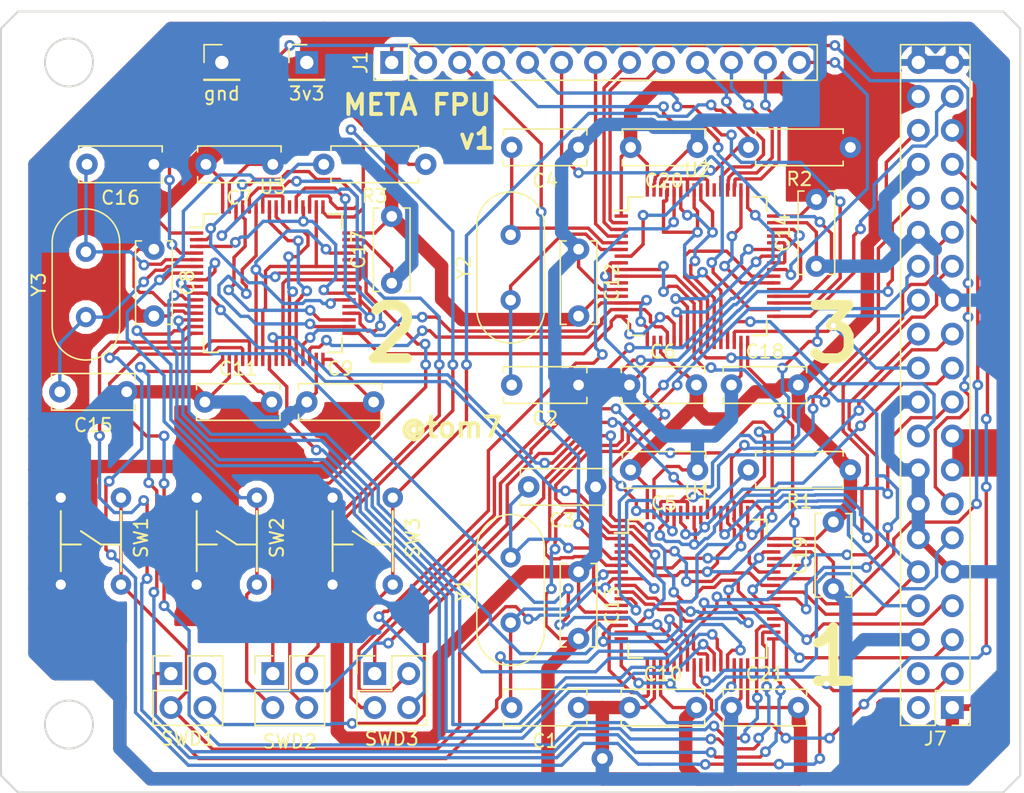
<source format=kicad_pcb>
(kicad_pcb (version 20171130) (host pcbnew "(5.0.2)-1")
  (layers (0 F.Cu signal) (31 B.Cu signal) (34 B.Paste user) (35 F.Paste user) (36 B.SilkS user) (37 F.SilkS user) (38 B.Mask user) (39 F.Mask user) (44 Edge.Cuts user))
  (net 0 "")
  (net 1 "Net-(C1-Pad2)")
  (net 2 GND)
  (net 3 "Net-(C2-Pad2)")
  (net 4 "Net-(C3-Pad2)")
  (net 5 "Net-(C4-Pad2)")
  (net 6 3v3)
  (net 7 "Net-(C15-Pad2)")
  (net 8 "Net-(C16-Pad2)")
  (net 9 "Net-(J1-Pad1)")
  (net 10 "Net-(J1-Pad2)")
  (net 11 "Net-(J1-Pad3)")
  (net 12 "Net-(J1-Pad4)")
  (net 13 "Net-(J1-Pad5)")
  (net 14 "Net-(J1-Pad6)")
  (net 15 "Net-(J1-Pad7)")
  (net 16 "Net-(J1-Pad8)")
  (net 17 "Net-(J1-Pad9)")
  (net 18 "Net-(J1-Pad10)")
  (net 19 "Net-(J1-Pad11)")
  (net 20 "Net-(J1-Pad12)")
  (net 21 "Net-(J1-Pad13)")
  (net 22 SWDIO1)
  (net 23 SWCLK1)
  (net 24 NRST1)
  (net 25 BOOT1)
  (net 26 "Net-(J4-Pad1)")
  (net 27 "Net-(J4-Pad2)")
  (net 28 NRST3)
  (net 29 BOOT3)
  (net 30 BOOT2)
  (net 31 NRST2)
  (net 32 "Net-(J6-Pad2)")
  (net 33 "Net-(J6-Pad1)")
  (net 34 a2)
  (net 35 b0)
  (net 36 b1)
  (net 37 e2)
  (net 38 f0)
  (net 39 f2)
  (net 40 i0)
  (net 41 d1)
  (net 42 d0)
  (net 43 i1)
  (net 44 d2)
  (net 45 c2)
  (net 46 c1)
  (net 47 a0)
  (net 48 a1)
  (net 49 b2)
  (net 50 c0)
  (net 51 e0)
  (net 52 e1)
  (net 53 f1)
  (net 54 i2)
  (net 55 "Net-(U1-Pad22)")
  (net 56 "Net-(U1-Pad23)")
  (net 57 "Net-(U1-Pad27)")
  (net 58 "Net-(U1-Pad28)")
  (net 59 "Net-(U1-Pad29)")
  (net 60 "Net-(U1-Pad30)")
  (net 61 "Net-(U1-Pad33)")
  (net 62 "Net-(U1-Pad34)")
  (net 63 "Net-(U1-Pad35)")
  (net 64 "Net-(U1-Pad36)")
  (net 65 "Net-(U1-Pad37)")
  (net 66 "Net-(U1-Pad38)")
  (net 67 "Net-(U1-Pad39)")
  (net 68 "Net-(U1-Pad41)")
  (net 69 "Net-(U1-Pad55)")
  (net 70 "Net-(U2-Pad14)")
  (net 71 "Net-(U2-Pad15)")
  (net 72 "Net-(U2-Pad16)")
  (net 73 "Net-(U2-Pad22)")
  (net 74 "Net-(U2-Pad23)")
  (net 75 nz2)
  (net 76 "Net-(U2-Pad27)")
  (net 77 "Net-(U2-Pad28)")
  (net 78 nz0)
  (net 79 nz1)
  (net 80 "Net-(U2-Pad41)")
  (net 81 "Net-(U2-Pad55)")
  (net 82 "Net-(U3-Pad36)")
  (net 83 "Net-(U3-Pad35)")
  (net 84 "Net-(U3-Pad34)")
  (net 85 "Net-(U3-Pad55)")
  (net 86 "Net-(U3-Pad28)")
  (net 87 "Net-(U3-Pad27)")
  (net 88 "Net-(U3-Pad37)")
  (net 89 "Net-(U3-Pad3)")
  (net 90 "Net-(U3-Pad2)")
  (net 91 "Net-(U3-Pad23)")
  (net 92 "Net-(U3-Pad22)")
  (net 93 "Net-(U3-Pad26)")
  (module Capacitor_THT:C_Disc_D6.0mm_W2.5mm_P5.00mm (layer F.Cu) (at 171.45 156.21 180)
    (fp_text reference C1 (at 2.5 -2.5 180) (layer F.SilkS))
    (fp_text value 18pf)
    (pad 2 thru_hole circle (at 5 0 180) (size 1.6 1.6) (drill 0.8) (layers *.Cu *.Mask) (net 1 "Net-(C1-Pad2)"))
    (pad 1 thru_hole circle (at 0 0 180) (size 1.6 1.6) (drill 0.8) (layers *.Cu *.Mask) (net 2 GND))
  )
  (module Capacitor_THT:C_Disc_D6.0mm_W2.5mm_P5.00mm (layer F.Cu) (at 171.45 132.08 180)
    (fp_text reference C2 (at 2.5 -2.5 180) (layer F.SilkS))
    (fp_text value 18pf)
    (pad 1 thru_hole circle (at 0 0 180) (size 1.6 1.6) (drill 0.8) (layers *.Cu *.Mask) (net 2 GND))
    (pad 2 thru_hole circle (at 5 0 180) (size 1.6 1.6) (drill 0.8) (layers *.Cu *.Mask) (net 3 "Net-(C2-Pad2)"))
  )
  (module Capacitor_THT:C_Disc_D6.0mm_W2.5mm_P5.00mm (layer F.Cu) (at 172.72 139.7 180)
    (fp_text reference C3 (at 2.5 -2.5 180) (layer F.SilkS))
    (fp_text value 18pf)
    (pad 1 thru_hole circle (at 0 0 180) (size 1.6 1.6) (drill 0.8) (layers *.Cu *.Mask) (net 2 GND))
    (pad 2 thru_hole circle (at 5 0 180) (size 1.6 1.6) (drill 0.8) (layers *.Cu *.Mask) (net 4 "Net-(C3-Pad2)"))
  )
  (module Capacitor_THT:C_Disc_D6.0mm_W2.5mm_P5.00mm (layer F.Cu) (at 171.45 114.3 180)
    (fp_text reference C4 (at 2.5 -2.5 180) (layer F.SilkS))
    (fp_text value 18pf)
    (pad 2 thru_hole circle (at 5 0 180) (size 1.6 1.6) (drill 0.8) (layers *.Cu *.Mask) (net 5 "Net-(C4-Pad2)"))
    (pad 1 thru_hole circle (at 0 0 180) (size 1.6 1.6) (drill 0.8) (layers *.Cu *.Mask) (net 2 GND))
  )
  (module Capacitor_THT:C_Disc_D6.0mm_W2.5mm_P5.00mm (layer F.Cu) (at 180.34 138.43 180)
    (fp_text reference C5 (at 2.5 -2.5 180) (layer F.SilkS))
    (fp_text value .1uf)
    (pad 1 thru_hole circle (at 0 0 180) (size 1.6 1.6) (drill 0.8) (layers *.Cu *.Mask) (net 2 GND))
    (pad 2 thru_hole circle (at 5 0 180) (size 1.6 1.6) (drill 0.8) (layers *.Cu *.Mask) (net 6 3v3))
  )
  (module Capacitor_THT:C_Disc_D6.0mm_W2.5mm_P5.00mm (layer F.Cu) (at 175.26 132.08)
    (fp_text reference C6 (at 2.5 -2.5) (layer F.SilkS))
    (fp_text value .1uf)
    (pad 2 thru_hole circle (at 5 0) (size 1.6 1.6) (drill 0.8) (layers *.Cu *.Mask) (net 6 3v3))
    (pad 1 thru_hole circle (at 0 0) (size 1.6 1.6) (drill 0.8) (layers *.Cu *.Mask) (net 2 GND))
  )
  (module Capacitor_THT:C_Disc_D6.0mm_W2.5mm_P5.00mm (layer F.Cu) (at 148.59 115.57 180)
    (fp_text reference C7 (at 2.5 -2.5 180) (layer F.SilkS))
    (fp_text value .1uf)
    (pad 1 thru_hole circle (at 0 0 180) (size 1.6 1.6) (drill 0.8) (layers *.Cu *.Mask) (net 2 GND))
    (pad 2 thru_hole circle (at 5 0 180) (size 1.6 1.6) (drill 0.8) (layers *.Cu *.Mask) (net 6 3v3))
  )
  (module Capacitor_THT:C_Disc_D6.0mm_W2.5mm_P5.00mm (layer F.Cu) (at 139.7 121.92 270)
    (fp_text reference C8 (at 2.5 -2.5 270) (layer F.SilkS))
    (fp_text value .1uf)
    (pad 1 thru_hole circle (at 0 0 270) (size 1.6 1.6) (drill 0.8) (layers *.Cu *.Mask) (net 2 GND))
    (pad 2 thru_hole circle (at 5 0 270) (size 1.6 1.6) (drill 0.8) (layers *.Cu *.Mask) (net 6 3v3))
  )
  (module Capacitor_THT:C_Disc_D6.0mm_W2.5mm_P5.00mm (layer F.Cu) (at 151.13 133.35)
    (fp_text reference C9 (at 2.5 -2.5) (layer F.SilkS))
    (fp_text value .1uf)
    (pad 1 thru_hole circle (at 0 0) (size 1.6 1.6) (drill 0.8) (layers *.Cu *.Mask) (net 2 GND))
    (pad 2 thru_hole circle (at 5 0) (size 1.6 1.6) (drill 0.8) (layers *.Cu *.Mask) (net 6 3v3))
  )
  (module Capacitor_THT:C_Disc_D6.0mm_W2.5mm_P5.00mm (layer F.Cu) (at 175.26 156.21)
    (fp_text reference C10 (at 2.5 -2.5) (layer F.SilkS))
    (fp_text value .1uf)
    (pad 2 thru_hole circle (at 5 0) (size 1.6 1.6) (drill 0.8) (layers *.Cu *.Mask) (net 6 3v3))
    (pad 1 thru_hole circle (at 0 0) (size 1.6 1.6) (drill 0.8) (layers *.Cu *.Mask) (net 2 GND))
  )
  (module Capacitor_THT:C_Disc_D6.0mm_W2.5mm_P5.00mm (layer F.Cu) (at 143.51 133.35)
    (fp_text reference C11 (at 2.5 -2.5) (layer F.SilkS))
    (fp_text value .1uf)
    (pad 2 thru_hole circle (at 5 0) (size 1.6 1.6) (drill 0.8) (layers *.Cu *.Mask) (net 6 3v3))
    (pad 1 thru_hole circle (at 0 0) (size 1.6 1.6) (drill 0.8) (layers *.Cu *.Mask) (net 2 GND))
  )
  (module Capacitor_THT:C_Disc_D6.0mm_W2.5mm_P5.00mm (layer F.Cu) (at 171.45 121.92 270)
    (fp_text reference C12 (at 2.5 -2.5 270) (layer F.SilkS))
    (fp_text value .1uf)
    (pad 1 thru_hole circle (at 0 0 270) (size 1.6 1.6) (drill 0.8) (layers *.Cu *.Mask) (net 2 GND))
    (pad 2 thru_hole circle (at 5 0 270) (size 1.6 1.6) (drill 0.8) (layers *.Cu *.Mask) (net 6 3v3))
  )
  (module Capacitor_THT:C_Disc_D6.0mm_W2.5mm_P5.00mm (layer F.Cu) (at 171.45 146.05 270)
    (fp_text reference C13 (at 2.5 -2.5 270) (layer F.SilkS))
    (fp_text value .1uf)
    (pad 2 thru_hole circle (at 5 0 270) (size 1.6 1.6) (drill 0.8) (layers *.Cu *.Mask) (net 6 3v3))
    (pad 1 thru_hole circle (at 0 0 270) (size 1.6 1.6) (drill 0.8) (layers *.Cu *.Mask) (net 2 GND))
  )
  (module Capacitor_THT:C_Disc_D6.0mm_W2.5mm_P5.00mm (layer F.Cu) (at 189.23 123.19 90)
    (fp_text reference C14 (at 2.5 -2.5 90) (layer F.SilkS))
    (fp_text value .1uf)
    (pad 2 thru_hole circle (at 5 0 90) (size 1.6 1.6) (drill 0.8) (layers *.Cu *.Mask) (net 6 3v3))
    (pad 1 thru_hole circle (at 0 0 90) (size 1.6 1.6) (drill 0.8) (layers *.Cu *.Mask) (net 2 GND))
  )
  (module Capacitor_THT:C_Disc_D6.0mm_W2.5mm_P5.00mm (layer F.Cu) (at 137.668 132.588 180)
    (fp_text reference C15 (at 2.5 -2.5 180) (layer F.SilkS))
    (fp_text value 18pf)
    (pad 1 thru_hole circle (at 0 0 180) (size 1.6 1.6) (drill 0.8) (layers *.Cu *.Mask) (net 2 GND))
    (pad 2 thru_hole circle (at 5 0 180) (size 1.6 1.6) (drill 0.8) (layers *.Cu *.Mask) (net 7 "Net-(C15-Pad2)"))
  )
  (module Capacitor_THT:C_Disc_D6.0mm_W2.5mm_P5.00mm (layer F.Cu) (at 139.7 115.57 180)
    (fp_text reference C16 (at 2.5 -2.5 180) (layer F.SilkS))
    (fp_text value 18pf)
    (pad 2 thru_hole circle (at 5 0 180) (size 1.6 1.6) (drill 0.8) (layers *.Cu *.Mask) (net 8 "Net-(C16-Pad2)"))
    (pad 1 thru_hole circle (at 0 0 180) (size 1.6 1.6) (drill 0.8) (layers *.Cu *.Mask) (net 2 GND))
  )
  (module Capacitor_THT:C_Disc_D6.0mm_W2.5mm_P5.00mm (layer F.Cu) (at 157.48 124.46 90)
    (fp_text reference C17 (at 2.5 -2.5 90) (layer F.SilkS))
    (fp_text value .1uf)
    (pad 1 thru_hole circle (at 0 0 90) (size 1.6 1.6) (drill 0.8) (layers *.Cu *.Mask) (net 2 GND))
    (pad 2 thru_hole circle (at 5 0 90) (size 1.6 1.6) (drill 0.8) (layers *.Cu *.Mask) (net 6 3v3))
  )
  (module Capacitor_THT:C_Disc_D6.0mm_W2.5mm_P5.00mm (layer F.Cu) (at 182.88 132.08)
    (fp_text reference C18 (at 2.5 -2.5) (layer F.SilkS))
    (fp_text value .1uf)
    (pad 2 thru_hole circle (at 5 0) (size 1.6 1.6) (drill 0.8) (layers *.Cu *.Mask) (net 6 3v3))
    (pad 1 thru_hole circle (at 0 0) (size 1.6 1.6) (drill 0.8) (layers *.Cu *.Mask) (net 2 GND))
  )
  (module Capacitor_THT:C_Disc_D6.0mm_W2.5mm_P5.00mm (layer F.Cu) (at 190.5 147.32 90)
    (fp_text reference C19 (at 2.5 -2.5 90) (layer F.SilkS))
    (fp_text value .1uf)
    (pad 1 thru_hole circle (at 0 0 90) (size 1.6 1.6) (drill 0.8) (layers *.Cu *.Mask) (net 2 GND))
    (pad 2 thru_hole circle (at 5 0 90) (size 1.6 1.6) (drill 0.8) (layers *.Cu *.Mask) (net 6 3v3))
  )
  (module Capacitor_THT:C_Disc_D6.0mm_W2.5mm_P5.00mm (layer F.Cu) (at 180.34 114.3 180)
    (fp_text reference C20 (at 2.5 -2.5 180) (layer F.SilkS))
    (fp_text value .1uf)
    (pad 2 thru_hole circle (at 5 0 180) (size 1.6 1.6) (drill 0.8) (layers *.Cu *.Mask) (net 6 3v3))
    (pad 1 thru_hole circle (at 0 0 180) (size 1.6 1.6) (drill 0.8) (layers *.Cu *.Mask) (net 2 GND))
  )
  (module Capacitor_THT:C_Disc_D6.0mm_W2.5mm_P5.00mm (layer F.Cu) (at 182.88 156.21)
    (fp_text reference C21 (at 2.5 -2.5) (layer F.SilkS))
    (fp_text value .1uf)
    (pad 1 thru_hole circle (at 0 0) (size 1.6 1.6) (drill 0.8) (layers *.Cu *.Mask) (net 2 GND))
    (pad 2 thru_hole circle (at 5 0) (size 1.6 1.6) (drill 0.8) (layers *.Cu *.Mask) (net 6 3v3))
  )
  (module Connector_PinHeader_2.54mm:PinHeader_1x13_P2.54mm_Vertical (layer F.Cu) (at 157.48 107.95 90)
    (fp_text reference J1 (at 0 -2.33 90) (layer F.SilkS))
    (fp_text value Conn_01x13)
    (pad 1 thru_hole rect (at 0 0 90) (size 1.7 1.7) (drill 1) (layers *.Cu *.Mask) (net 9 "Net-(J1-Pad1)"))
    (pad 2 thru_hole oval (at 0 2.54 90) (size 1.7 1.7) (drill 1) (layers *.Cu *.Mask) (net 10 "Net-(J1-Pad2)"))
    (pad 3 thru_hole oval (at 0 5.08 90) (size 1.7 1.7) (drill 1) (layers *.Cu *.Mask) (net 11 "Net-(J1-Pad3)"))
    (pad 4 thru_hole oval (at 0 7.62 90) (size 1.7 1.7) (drill 1) (layers *.Cu *.Mask) (net 12 "Net-(J1-Pad4)"))
    (pad 5 thru_hole oval (at 0 10.16 90) (size 1.7 1.7) (drill 1) (layers *.Cu *.Mask) (net 13 "Net-(J1-Pad5)"))
    (pad 6 thru_hole oval (at 0 12.7 90) (size 1.7 1.7) (drill 1) (layers *.Cu *.Mask) (net 14 "Net-(J1-Pad6)"))
    (pad 7 thru_hole oval (at 0 15.24 90) (size 1.7 1.7) (drill 1) (layers *.Cu *.Mask) (net 15 "Net-(J1-Pad7)"))
    (pad 8 thru_hole oval (at 0 17.78 90) (size 1.7 1.7) (drill 1) (layers *.Cu *.Mask) (net 16 "Net-(J1-Pad8)"))
    (pad 9 thru_hole oval (at 0 20.32 90) (size 1.7 1.7) (drill 1) (layers *.Cu *.Mask) (net 17 "Net-(J1-Pad9)"))
    (pad 10 thru_hole oval (at 0 22.86 90) (size 1.7 1.7) (drill 1) (layers *.Cu *.Mask) (net 18 "Net-(J1-Pad10)"))
    (pad 11 thru_hole oval (at 0 25.4 90) (size 1.7 1.7) (drill 1) (layers *.Cu *.Mask) (net 19 "Net-(J1-Pad11)"))
    (pad 12 thru_hole oval (at 0 27.94 90) (size 1.7 1.7) (drill 1) (layers *.Cu *.Mask) (net 20 "Net-(J1-Pad12)"))
    (pad 13 thru_hole oval (at 0 30.48 90) (size 1.7 1.7) (drill 1) (layers *.Cu *.Mask) (net 21 "Net-(J1-Pad13)"))
  )
  (module Connector_PinHeader_2.54mm:PinHeader_2x02_P2.54mm_Vertical (layer F.Cu) (at 140.97 153.67)
    (fp_text reference J2)
    (fp_text value SWD1 (at 1.27 4.87) (layer F.SilkS))
    (pad 1 thru_hole rect (at 0 0) (size 1.7 1.7) (drill 1) (layers *.Cu *.Mask) (net 22 SWDIO1))
    (pad 2 thru_hole oval (at 2.54 0) (size 1.7 1.7) (drill 1) (layers *.Cu *.Mask) (net 23 SWCLK1))
    (pad 3 thru_hole oval (at 0 2.54) (size 1.7 1.7) (drill 1) (layers *.Cu *.Mask) (net 24 NRST1))
    (pad 4 thru_hole oval (at 2.54 2.54) (size 1.7 1.7) (drill 1) (layers *.Cu *.Mask) (net 25 BOOT1))
  )
  (module Connector_PinHeader_2.54mm:PinHeader_2x02_P2.54mm_Vertical (layer F.Cu) (at 156.21 153.67)
    (fp_text reference J4)
    (fp_text value SWD3 (at 1.27 4.87) (layer F.SilkS))
    (pad 1 thru_hole rect (at 0 0) (size 1.7 1.7) (drill 1) (layers *.Cu *.Mask) (net 26 "Net-(J4-Pad1)"))
    (pad 2 thru_hole oval (at 2.54 0) (size 1.7 1.7) (drill 1) (layers *.Cu *.Mask) (net 27 "Net-(J4-Pad2)"))
    (pad 3 thru_hole oval (at 0 2.54) (size 1.7 1.7) (drill 1) (layers *.Cu *.Mask) (net 28 NRST3))
    (pad 4 thru_hole oval (at 2.54 2.54) (size 1.7 1.7) (drill 1) (layers *.Cu *.Mask) (net 29 BOOT3))
  )
  (module Connector_PinHeader_2.54mm:PinHeader_1x01_P2.54mm_Vertical (layer F.Cu) (at 151.13 107.95)
    (fp_text reference J5)
    (fp_text value 3v3 (at 0 2.33) (layer F.SilkS))
    (pad 1 thru_hole rect (at 0 0) (size 1.7 1.7) (drill 1) (layers *.Cu *.Mask) (net 6 3v3))
  )
  (module Connector_PinHeader_2.54mm:PinHeader_2x02_P2.54mm_Vertical (layer F.Cu) (at 148.59 153.67)
    (fp_text reference J6)
    (fp_text value SWD2 (at 1.27 5.08) (layer F.SilkS))
    (pad 4 thru_hole oval (at 2.54 2.54) (size 1.7 1.7) (drill 1) (layers *.Cu *.Mask) (net 30 BOOT2))
    (pad 3 thru_hole oval (at 0 2.54) (size 1.7 1.7) (drill 1) (layers *.Cu *.Mask) (net 31 NRST2))
    (pad 2 thru_hole oval (at 2.54 0) (size 1.7 1.7) (drill 1) (layers *.Cu *.Mask) (net 32 "Net-(J6-Pad2)"))
    (pad 1 thru_hole rect (at 0 0) (size 1.7 1.7) (drill 1) (layers *.Cu *.Mask) (net 33 "Net-(J6-Pad1)"))
  )
  (module Connector_PinHeader_2.54mm:PinHeader_2x20_P2.54mm_Vertical (layer F.Cu) (at 199.39 156.21 180)
    (fp_text reference J7 (at 1.27 -2.33 180) (layer F.SilkS))
    (fp_text value Raspberry_Pi_2_3)
    (pad 1 thru_hole rect (at 0 0 180) (size 1.7 1.7) (drill 1) (layers *.Cu *.Mask) (net 6 3v3))
    (pad 2 thru_hole oval (at 2.54 0 180) (size 1.7 1.7) (drill 1) (layers *.Cu *.Mask))
    (pad 3 thru_hole oval (at 0 2.54 180) (size 1.7 1.7) (drill 1) (layers *.Cu *.Mask) (net 34 a2))
    (pad 4 thru_hole oval (at 2.54 2.54 180) (size 1.7 1.7) (drill 1) (layers *.Cu *.Mask))
    (pad 5 thru_hole oval (at 0 5.08 180) (size 1.7 1.7) (drill 1) (layers *.Cu *.Mask) (net 35 b0))
    (pad 6 thru_hole oval (at 2.54 5.08 180) (size 1.7 1.7) (drill 1) (layers *.Cu *.Mask) (net 2 GND))
    (pad 7 thru_hole oval (at 0 7.62 180) (size 1.7 1.7) (drill 1) (layers *.Cu *.Mask) (net 36 b1))
    (pad 8 thru_hole oval (at 2.54 7.62 180) (size 1.7 1.7) (drill 1) (layers *.Cu *.Mask) (net 37 e2))
    (pad 9 thru_hole oval (at 0 10.16 180) (size 1.7 1.7) (drill 1) (layers *.Cu *.Mask) (net 2 GND))
    (pad 10 thru_hole oval (at 2.54 10.16 180) (size 1.7 1.7) (drill 1) (layers *.Cu *.Mask) (net 38 f0))
    (pad 11 thru_hole oval (at 0 12.7 180) (size 1.7 1.7) (drill 1) (layers *.Cu *.Mask) (net 39 f2))
    (pad 12 thru_hole oval (at 2.54 12.7 180) (size 1.7 1.7) (drill 1) (layers *.Cu *.Mask) (net 2 GND))
    (pad 13 thru_hole oval (at 0 15.24 180) (size 1.7 1.7) (drill 1) (layers *.Cu *.Mask) (net 9 "Net-(J1-Pad1)"))
    (pad 14 thru_hole oval (at 2.54 15.24 180) (size 1.7 1.7) (drill 1) (layers *.Cu *.Mask) (net 2 GND))
    (pad 15 thru_hole oval (at 0 17.78 180) (size 1.7 1.7) (drill 1) (layers *.Cu *.Mask) (net 6 3v3))
    (pad 16 thru_hole oval (at 2.54 17.78 180) (size 1.7 1.7) (drill 1) (layers *.Cu *.Mask) (net 2 GND))
    (pad 17 thru_hole oval (at 0 20.32 180) (size 1.7 1.7) (drill 1) (layers *.Cu *.Mask) (net 6 3v3))
    (pad 18 thru_hole oval (at 2.54 20.32 180) (size 1.7 1.7) (drill 1) (layers *.Cu *.Mask) (net 40 i0))
    (pad 19 thru_hole oval (at 0 22.86 180) (size 1.7 1.7) (drill 1) (layers *.Cu *.Mask) (net 41 d1))
    (pad 20 thru_hole oval (at 2.54 22.86 180) (size 1.7 1.7) (drill 1) (layers *.Cu *.Mask) (net 2 GND))
    (pad 21 thru_hole oval (at 0 25.4 180) (size 1.7 1.7) (drill 1) (layers *.Cu *.Mask) (net 42 d0))
    (pad 22 thru_hole oval (at 2.54 25.4 180) (size 1.7 1.7) (drill 1) (layers *.Cu *.Mask) (net 43 i1))
    (pad 23 thru_hole oval (at 0 27.94 180) (size 1.7 1.7) (drill 1) (layers *.Cu *.Mask) (net 44 d2))
    (pad 24 thru_hole oval (at 2.54 27.94 180) (size 1.7 1.7) (drill 1) (layers *.Cu *.Mask) (net 45 c2))
    (pad 25 thru_hole oval (at 0 30.48 180) (size 1.7 1.7) (drill 1) (layers *.Cu *.Mask) (net 2 GND))
    (pad 26 thru_hole oval (at 2.54 30.48 180) (size 1.7 1.7) (drill 1) (layers *.Cu *.Mask) (net 46 c1))
    (pad 27 thru_hole oval (at 0 33.02 180) (size 1.7 1.7) (drill 1) (layers *.Cu *.Mask) (net 47 a0))
    (pad 28 thru_hole oval (at 2.54 33.02 180) (size 1.7 1.7) (drill 1) (layers *.Cu *.Mask) (net 48 a1))
    (pad 29 thru_hole oval (at 0 35.56 180) (size 1.7 1.7) (drill 1) (layers *.Cu *.Mask) (net 49 b2))
    (pad 30 thru_hole oval (at 2.54 35.56 180) (size 1.7 1.7) (drill 1) (layers *.Cu *.Mask) (net 2 GND))
    (pad 31 thru_hole oval (at 0 38.1 180) (size 1.7 1.7) (drill 1) (layers *.Cu *.Mask) (net 50 c0))
    (pad 32 thru_hole oval (at 2.54 38.1 180) (size 1.7 1.7) (drill 1) (layers *.Cu *.Mask) (net 51 e0))
    (pad 33 thru_hole oval (at 0 40.64 180) (size 1.7 1.7) (drill 1) (layers *.Cu *.Mask) (net 52 e1))
    (pad 34 thru_hole oval (at 2.54 40.64 180) (size 1.7 1.7) (drill 1) (layers *.Cu *.Mask) (net 2 GND))
    (pad 35 thru_hole oval (at 0 43.18 180) (size 1.7 1.7) (drill 1) (layers *.Cu *.Mask) (net 6 3v3))
    (pad 36 thru_hole oval (at 2.54 43.18 180) (size 1.7 1.7) (drill 1) (layers *.Cu *.Mask) (net 53 f1))
    (pad 37 thru_hole oval (at 0 45.72 180) (size 1.7 1.7) (drill 1) (layers *.Cu *.Mask) (net 54 i2))
    (pad 38 thru_hole oval (at 2.54 45.72 180) (size 1.7 1.7) (drill 1) (layers *.Cu *.Mask) (net 6 3v3))
    (pad 39 thru_hole oval (at 0 48.26 180) (size 1.7 1.7) (drill 1) (layers *.Cu *.Mask) (net 2 GND))
    (pad 40 thru_hole oval (at 2.54 48.26 180) (size 1.7 1.7) (drill 1) (layers *.Cu *.Mask) (net 2 GND))
  )
  (module Package_QFP:LQFP-64_10x10mm_P0.5mm (layer F.Cu) (at 180.34 147.32)
    (fp_text reference U1 (at 0 -7.2) (layer F.SilkS))
    (fp_text value STM32F303RDTx)
    (pad 1 smd rect (at -5.7 -3.75) (size 1 0.25) (layers F.Cu F.Paste F.Mask) (net 6 3v3))
    (pad 2 smd rect (at -5.7 -3.25) (size 1 0.25) (layers F.Cu F.Paste F.Mask) (net 53 f1))
    (pad 3 smd rect (at -5.7 -2.75) (size 1 0.25) (layers F.Cu F.Paste F.Mask) (net 39 f2))
    (pad 4 smd rect (at -5.7 -2.25) (size 1 0.25) (layers F.Cu F.Paste F.Mask) (net 11 "Net-(J1-Pad3)"))
    (pad 5 smd rect (at -5.7 -1.75) (size 1 0.25) (layers F.Cu F.Paste F.Mask) (net 4 "Net-(C3-Pad2)"))
    (pad 6 smd rect (at -5.7 -1.25) (size 1 0.25) (layers F.Cu F.Paste F.Mask) (net 1 "Net-(C1-Pad2)"))
    (pad 7 smd rect (at -5.7 -0.75) (size 1 0.25) (layers F.Cu F.Paste F.Mask) (net 24 NRST1))
    (pad 8 smd rect (at -5.7 -0.25) (size 1 0.25) (layers F.Cu F.Paste F.Mask) (net 35 b0))
    (pad 9 smd rect (at -5.7 0.25) (size 1 0.25) (layers F.Cu F.Paste F.Mask) (net 36 b1))
    (pad 10 smd rect (at -5.7 0.75) (size 1 0.25) (layers F.Cu F.Paste F.Mask) (net 49 b2))
    (pad 11 smd rect (at -5.7 1.25) (size 1 0.25) (layers F.Cu F.Paste F.Mask) (net 51 e0))
    (pad 12 smd rect (at -5.7 1.75) (size 1 0.25) (layers F.Cu F.Paste F.Mask) (net 2 GND))
    (pad 13 smd rect (at -5.7 2.25) (size 1 0.25) (layers F.Cu F.Paste F.Mask) (net 6 3v3))
    (pad 14 smd rect (at -5.7 2.75) (size 1 0.25) (layers F.Cu F.Paste F.Mask) (net 47 a0))
    (pad 15 smd rect (at -5.7 3.25) (size 1 0.25) (layers F.Cu F.Paste F.Mask) (net 48 a1))
    (pad 16 smd rect (at -5.7 3.75) (size 1 0.25) (layers F.Cu F.Paste F.Mask) (net 34 a2))
    (pad 17 smd rect (at -3.75 5.7 90) (size 1 0.25) (layers F.Cu F.Paste F.Mask) (net 47 a0))
    (pad 18 smd rect (at -3.25 5.7 90) (size 1 0.25) (layers F.Cu F.Paste F.Mask) (net 2 GND))
    (pad 19 smd rect (at -2.75 5.7 90) (size 1 0.25) (layers F.Cu F.Paste F.Mask) (net 6 3v3))
    (pad 20 smd rect (at -2.25 5.7 90) (size 1 0.25) (layers F.Cu F.Paste F.Mask) (net 48 a1))
    (pad 21 smd rect (at -1.75 5.7 90) (size 1 0.25) (layers F.Cu F.Paste F.Mask) (net 34 a2))
    (pad 22 smd rect (at -1.25 5.7 90) (size 1 0.25) (layers F.Cu F.Paste F.Mask) (net 55 "Net-(U1-Pad22)"))
    (pad 23 smd rect (at -0.75 5.7 90) (size 1 0.25) (layers F.Cu F.Paste F.Mask) (net 56 "Net-(U1-Pad23)"))
    (pad 24 smd rect (at -0.25 5.7 90) (size 1 0.25) (layers F.Cu F.Paste F.Mask) (net 52 e1))
    (pad 25 smd rect (at 0.25 5.7 90) (size 1 0.25) (layers F.Cu F.Paste F.Mask) (net 37 e2))
    (pad 26 smd rect (at 0.75 5.7 90) (size 1 0.25) (layers F.Cu F.Paste F.Mask) (net 45 c2))
    (pad 27 smd rect (at 1.25 5.7 90) (size 1 0.25) (layers F.Cu F.Paste F.Mask) (net 57 "Net-(U1-Pad27)"))
    (pad 28 smd rect (at 1.75 5.7 90) (size 1 0.25) (layers F.Cu F.Paste F.Mask) (net 58 "Net-(U1-Pad28)"))
    (pad 29 smd rect (at 2.25 5.7 90) (size 1 0.25) (layers F.Cu F.Paste F.Mask) (net 59 "Net-(U1-Pad29)"))
    (pad 30 smd rect (at 2.75 5.7 90) (size 1 0.25) (layers F.Cu F.Paste F.Mask) (net 60 "Net-(U1-Pad30)"))
    (pad 31 smd rect (at 3.25 5.7 90) (size 1 0.25) (layers F.Cu F.Paste F.Mask) (net 2 GND))
    (pad 32 smd rect (at 3.75 5.7 90) (size 1 0.25) (layers F.Cu F.Paste F.Mask) (net 6 3v3))
    (pad 33 smd rect (at 5.7 3.75) (size 1 0.25) (layers F.Cu F.Paste F.Mask) (net 61 "Net-(U1-Pad33)"))
    (pad 34 smd rect (at 5.7 3.25) (size 1 0.25) (layers F.Cu F.Paste F.Mask) (net 62 "Net-(U1-Pad34)"))
    (pad 35 smd rect (at 5.7 2.75) (size 1 0.25) (layers F.Cu F.Paste F.Mask) (net 63 "Net-(U1-Pad35)"))
    (pad 36 smd rect (at 5.7 2.25) (size 1 0.25) (layers F.Cu F.Paste F.Mask) (net 64 "Net-(U1-Pad36)"))
    (pad 37 smd rect (at 5.7 1.75) (size 1 0.25) (layers F.Cu F.Paste F.Mask) (net 65 "Net-(U1-Pad37)"))
    (pad 38 smd rect (at 5.7 1.25) (size 1 0.25) (layers F.Cu F.Paste F.Mask) (net 66 "Net-(U1-Pad38)"))
    (pad 39 smd rect (at 5.7 0.75) (size 1 0.25) (layers F.Cu F.Paste F.Mask) (net 67 "Net-(U1-Pad39)"))
    (pad 40 smd rect (at 5.7 0.25) (size 1 0.25) (layers F.Cu F.Paste F.Mask) (net 38 f0))
    (pad 41 smd rect (at 5.7 -0.25) (size 1 0.25) (layers F.Cu F.Paste F.Mask) (net 68 "Net-(U1-Pad41)"))
    (pad 42 smd rect (at 5.7 -0.75) (size 1 0.25) (layers F.Cu F.Paste F.Mask) (net 50 c0))
    (pad 43 smd rect (at 5.7 -1.25) (size 1 0.25) (layers F.Cu F.Paste F.Mask) (net 46 c1))
    (pad 44 smd rect (at 5.7 -1.75) (size 1 0.25) (layers F.Cu F.Paste F.Mask) (net 45 c2))
    (pad 45 smd rect (at 5.7 -2.25) (size 1 0.25) (layers F.Cu F.Paste F.Mask) (net 50 c0))
    (pad 46 smd rect (at 5.7 -2.75) (size 1 0.25) (layers F.Cu F.Paste F.Mask) (net 22 SWDIO1))
    (pad 47 smd rect (at 5.7 -3.25) (size 1 0.25) (layers F.Cu F.Paste F.Mask) (net 2 GND))
    (pad 48 smd rect (at 5.7 -3.75) (size 1 0.25) (layers F.Cu F.Paste F.Mask) (net 6 3v3))
    (pad 49 smd rect (at 3.75 -5.7 90) (size 1 0.25) (layers F.Cu F.Paste F.Mask) (net 23 SWCLK1))
    (pad 50 smd rect (at 3.25 -5.7 90) (size 1 0.25) (layers F.Cu F.Paste F.Mask) (net 46 c1))
    (pad 51 smd rect (at 2.75 -5.7 90) (size 1 0.25) (layers F.Cu F.Paste F.Mask) (net 53 f1))
    (pad 52 smd rect (at 2.25 -5.7 90) (size 1 0.25) (layers F.Cu F.Paste F.Mask) (net 39 f2))
    (pad 53 smd rect (at 1.75 -5.7 90) (size 1 0.25) (layers F.Cu F.Paste F.Mask) (net 38 f0))
    (pad 54 smd rect (at 1.25 -5.7 90) (size 1 0.25) (layers F.Cu F.Paste F.Mask))
    (pad 55 smd rect (at 0.75 -5.7 90) (size 1 0.25) (layers F.Cu F.Paste F.Mask) (net 69 "Net-(U1-Pad55)"))
    (pad 56 smd rect (at 0.25 -5.7 90) (size 1 0.25) (layers F.Cu F.Paste F.Mask) (net 42 d0))
    (pad 57 smd rect (at -0.25 -5.7 90) (size 1 0.25) (layers F.Cu F.Paste F.Mask) (net 41 d1))
    (pad 58 smd rect (at -0.75 -5.7 90) (size 1 0.25) (layers F.Cu F.Paste F.Mask) (net 44 d2))
    (pad 59 smd rect (at -1.25 -5.7 90) (size 1 0.25) (layers F.Cu F.Paste F.Mask) (net 42 d0))
    (pad 60 smd rect (at -1.75 -5.7 90) (size 1 0.25) (layers F.Cu F.Paste F.Mask) (net 25 BOOT1))
    (pad 61 smd rect (at -2.25 -5.7 90) (size 1 0.25) (layers F.Cu F.Paste F.Mask) (net 41 d1))
    (pad 62 smd rect (at -2.75 -5.7 90) (size 1 0.25) (layers F.Cu F.Paste F.Mask) (net 44 d2))
    (pad 63 smd rect (at -3.25 -5.7 90) (size 1 0.25) (layers F.Cu F.Paste F.Mask) (net 2 GND))
    (pad 64 smd rect (at -3.75 -5.7 90) (size 1 0.25) (layers F.Cu F.Paste F.Mask) (net 6 3v3))
  )
  (module Package_QFP:LQFP-64_10x10mm_P0.5mm (layer F.Cu) (at 180.34 123.19)
    (fp_text reference U2 (at 0 -7.2) (layer F.SilkS))
    (fp_text value STM32F303RDTx)
    (pad 1 smd rect (at -5.7 -3.75) (size 1 0.25) (layers F.Cu F.Paste F.Mask) (net 6 3v3))
    (pad 2 smd rect (at -5.7 -3.25) (size 1 0.25) (layers F.Cu F.Paste F.Mask) (net 17 "Net-(J1-Pad9)"))
    (pad 3 smd rect (at -5.7 -2.75) (size 1 0.25) (layers F.Cu F.Paste F.Mask) (net 16 "Net-(J1-Pad8)"))
    (pad 4 smd rect (at -5.7 -2.25) (size 1 0.25) (layers F.Cu F.Paste F.Mask) (net 15 "Net-(J1-Pad7)"))
    (pad 5 smd rect (at -5.7 -1.75) (size 1 0.25) (layers F.Cu F.Paste F.Mask) (net 5 "Net-(C4-Pad2)"))
    (pad 6 smd rect (at -5.7 -1.25) (size 1 0.25) (layers F.Cu F.Paste F.Mask) (net 3 "Net-(C2-Pad2)"))
    (pad 7 smd rect (at -5.7 -0.75) (size 1 0.25) (layers F.Cu F.Paste F.Mask) (net 28 NRST3))
    (pad 8 smd rect (at -5.7 -0.25) (size 1 0.25) (layers F.Cu F.Paste F.Mask) (net 65 "Net-(U1-Pad37)"))
    (pad 9 smd rect (at -5.7 0.25) (size 1 0.25) (layers F.Cu F.Paste F.Mask) (net 66 "Net-(U1-Pad38)"))
    (pad 10 smd rect (at -5.7 0.75) (size 1 0.25) (layers F.Cu F.Paste F.Mask) (net 67 "Net-(U1-Pad39)"))
    (pad 11 smd rect (at -5.7 1.25) (size 1 0.25) (layers F.Cu F.Paste F.Mask) (net 65 "Net-(U1-Pad37)"))
    (pad 12 smd rect (at -5.7 1.75) (size 1 0.25) (layers F.Cu F.Paste F.Mask) (net 2 GND))
    (pad 13 smd rect (at -5.7 2.25) (size 1 0.25) (layers F.Cu F.Paste F.Mask) (net 6 3v3))
    (pad 14 smd rect (at -5.7 2.75) (size 1 0.25) (layers F.Cu F.Paste F.Mask) (net 70 "Net-(U2-Pad14)"))
    (pad 15 smd rect (at -5.7 3.25) (size 1 0.25) (layers F.Cu F.Paste F.Mask) (net 71 "Net-(U2-Pad15)"))
    (pad 16 smd rect (at -5.7 3.75) (size 1 0.25) (layers F.Cu F.Paste F.Mask) (net 72 "Net-(U2-Pad16)"))
    (pad 17 smd rect (at -3.75 5.7 90) (size 1 0.25) (layers F.Cu F.Paste F.Mask) (net 70 "Net-(U2-Pad14)"))
    (pad 18 smd rect (at -3.25 5.7 90) (size 1 0.25) (layers F.Cu F.Paste F.Mask) (net 2 GND))
    (pad 19 smd rect (at -2.75 5.7 90) (size 1 0.25) (layers F.Cu F.Paste F.Mask) (net 6 3v3))
    (pad 20 smd rect (at -2.25 5.7 90) (size 1 0.25) (layers F.Cu F.Paste F.Mask) (net 71 "Net-(U2-Pad15)"))
    (pad 21 smd rect (at -1.75 5.7 90) (size 1 0.25) (layers F.Cu F.Paste F.Mask) (net 72 "Net-(U2-Pad16)"))
    (pad 22 smd rect (at -1.25 5.7 90) (size 1 0.25) (layers F.Cu F.Paste F.Mask) (net 73 "Net-(U2-Pad22)"))
    (pad 23 smd rect (at -0.75 5.7 90) (size 1 0.25) (layers F.Cu F.Paste F.Mask) (net 74 "Net-(U2-Pad23)"))
    (pad 24 smd rect (at -0.25 5.7 90) (size 1 0.25) (layers F.Cu F.Paste F.Mask) (net 66 "Net-(U1-Pad38)"))
    (pad 25 smd rect (at 0.25 5.7 90) (size 1 0.25) (layers F.Cu F.Paste F.Mask) (net 67 "Net-(U1-Pad39)"))
    (pad 26 smd rect (at 0.75 5.7 90) (size 1 0.25) (layers F.Cu F.Paste F.Mask) (net 75 nz2))
    (pad 27 smd rect (at 1.25 5.7 90) (size 1 0.25) (layers F.Cu F.Paste F.Mask) (net 76 "Net-(U2-Pad27)"))
    (pad 28 smd rect (at 1.75 5.7 90) (size 1 0.25) (layers F.Cu F.Paste F.Mask) (net 77 "Net-(U2-Pad28)"))
    (pad 29 smd rect (at 2.25 5.7 90) (size 1 0.25) (layers F.Cu F.Paste F.Mask) (net 40 i0))
    (pad 30 smd rect (at 2.75 5.7 90) (size 1 0.25) (layers F.Cu F.Paste F.Mask) (net 43 i1))
    (pad 31 smd rect (at 3.25 5.7 90) (size 1 0.25) (layers F.Cu F.Paste F.Mask) (net 2 GND))
    (pad 32 smd rect (at 3.75 5.7 90) (size 1 0.25) (layers F.Cu F.Paste F.Mask) (net 6 3v3))
    (pad 33 smd rect (at 5.7 3.75) (size 1 0.25) (layers F.Cu F.Paste F.Mask) (net 54 i2))
    (pad 34 smd rect (at 5.7 3.25) (size 1 0.25) (layers F.Cu F.Paste F.Mask) (net 14 "Net-(J1-Pad6)"))
    (pad 35 smd rect (at 5.7 2.75) (size 1 0.25) (layers F.Cu F.Paste F.Mask) (net 13 "Net-(J1-Pad5)"))
    (pad 36 smd rect (at 5.7 2.25) (size 1 0.25) (layers F.Cu F.Paste F.Mask) (net 12 "Net-(J1-Pad4)"))
    (pad 37 smd rect (at 5.7 1.75) (size 1 0.25) (layers F.Cu F.Paste F.Mask) (net 78 nz0))
    (pad 38 smd rect (at 5.7 1.25) (size 1 0.25) (layers F.Cu F.Paste F.Mask) (net 79 nz1))
    (pad 39 smd rect (at 5.7 0.75) (size 1 0.25) (layers F.Cu F.Paste F.Mask) (net 75 nz2))
    (pad 40 smd rect (at 5.7 0.25) (size 1 0.25) (layers F.Cu F.Paste F.Mask) (net 21 "Net-(J1-Pad13)"))
    (pad 41 smd rect (at 5.7 -0.25) (size 1 0.25) (layers F.Cu F.Paste F.Mask) (net 80 "Net-(U2-Pad41)"))
    (pad 42 smd rect (at 5.7 -0.75) (size 1 0.25) (layers F.Cu F.Paste F.Mask) (net 73 "Net-(U2-Pad22)"))
    (pad 43 smd rect (at 5.7 -1.25) (size 1 0.25) (layers F.Cu F.Paste F.Mask) (net 74 "Net-(U2-Pad23)"))
    (pad 44 smd rect (at 5.7 -1.75) (size 1 0.25) (layers F.Cu F.Paste F.Mask) (net 80 "Net-(U2-Pad41)"))
    (pad 45 smd rect (at 5.7 -2.25) (size 1 0.25) (layers F.Cu F.Paste F.Mask) (net 78 nz0))
    (pad 46 smd rect (at 5.7 -2.75) (size 1 0.25) (layers F.Cu F.Paste F.Mask) (net 26 "Net-(J4-Pad1)"))
    (pad 47 smd rect (at 5.7 -3.25) (size 1 0.25) (layers F.Cu F.Paste F.Mask) (net 2 GND))
    (pad 48 smd rect (at 5.7 -3.75) (size 1 0.25) (layers F.Cu F.Paste F.Mask) (net 6 3v3))
    (pad 49 smd rect (at 3.75 -5.7 90) (size 1 0.25) (layers F.Cu F.Paste F.Mask) (net 27 "Net-(J4-Pad2)"))
    (pad 50 smd rect (at 3.25 -5.7 90) (size 1 0.25) (layers F.Cu F.Paste F.Mask) (net 79 nz1))
    (pad 51 smd rect (at 2.75 -5.7 90) (size 1 0.25) (layers F.Cu F.Paste F.Mask) (net 20 "Net-(J1-Pad12)"))
    (pad 52 smd rect (at 2.25 -5.7 90) (size 1 0.25) (layers F.Cu F.Paste F.Mask) (net 19 "Net-(J1-Pad11)"))
    (pad 53 smd rect (at 1.75 -5.7 90) (size 1 0.25) (layers F.Cu F.Paste F.Mask) (net 18 "Net-(J1-Pad10)"))
    (pad 54 smd rect (at 1.25 -5.7 90) (size 1 0.25) (layers F.Cu F.Paste F.Mask))
    (pad 55 smd rect (at 0.75 -5.7 90) (size 1 0.25) (layers F.Cu F.Paste F.Mask) (net 81 "Net-(U2-Pad55)"))
    (pad 56 smd rect (at 0.25 -5.7 90) (size 1 0.25) (layers F.Cu F.Paste F.Mask) (net 76 "Net-(U2-Pad27)"))
    (pad 57 smd rect (at -0.25 -5.7 90) (size 1 0.25) (layers F.Cu F.Paste F.Mask) (net 77 "Net-(U2-Pad28)"))
    (pad 58 smd rect (at -0.75 -5.7 90) (size 1 0.25) (layers F.Cu F.Paste F.Mask) (net 81 "Net-(U2-Pad55)"))
    (pad 59 smd rect (at -1.25 -5.7 90) (size 1 0.25) (layers F.Cu F.Paste F.Mask) (net 76 "Net-(U2-Pad27)"))
    (pad 60 smd rect (at -1.75 -5.7 90) (size 1 0.25) (layers F.Cu F.Paste F.Mask) (net 29 BOOT3))
    (pad 61 smd rect (at -2.25 -5.7 90) (size 1 0.25) (layers F.Cu F.Paste F.Mask) (net 77 "Net-(U2-Pad28)"))
    (pad 62 smd rect (at -2.75 -5.7 90) (size 1 0.25) (layers F.Cu F.Paste F.Mask) (net 81 "Net-(U2-Pad55)"))
    (pad 63 smd rect (at -3.25 -5.7 90) (size 1 0.25) (layers F.Cu F.Paste F.Mask) (net 2 GND))
    (pad 64 smd rect (at -3.75 -5.7 90) (size 1 0.25) (layers F.Cu F.Paste F.Mask) (net 6 3v3))
  )
  (module Package_QFP:LQFP-64_10x10mm_P0.5mm (layer F.Cu) (at 148.59 124.46)
    (fp_text reference U3 (at 0 -7.2) (layer F.SilkS))
    (fp_text value STM32F303RDTx)
    (pad 64 smd rect (at -3.75 -5.7 90) (size 1 0.25) (layers F.Cu F.Paste F.Mask) (net 6 3v3))
    (pad 63 smd rect (at -3.25 -5.7 90) (size 1 0.25) (layers F.Cu F.Paste F.Mask) (net 2 GND))
    (pad 62 smd rect (at -2.75 -5.7 90) (size 1 0.25) (layers F.Cu F.Paste F.Mask) (net 82 "Net-(U3-Pad36)"))
    (pad 61 smd rect (at -2.25 -5.7 90) (size 1 0.25) (layers F.Cu F.Paste F.Mask) (net 83 "Net-(U3-Pad35)"))
    (pad 60 smd rect (at -1.75 -5.7 90) (size 1 0.25) (layers F.Cu F.Paste F.Mask) (net 30 BOOT2))
    (pad 59 smd rect (at -1.25 -5.7 90) (size 1 0.25) (layers F.Cu F.Paste F.Mask) (net 84 "Net-(U3-Pad34)"))
    (pad 58 smd rect (at -0.75 -5.7 90) (size 1 0.25) (layers F.Cu F.Paste F.Mask) (net 85 "Net-(U3-Pad55)"))
    (pad 57 smd rect (at -0.25 -5.7 90) (size 1 0.25) (layers F.Cu F.Paste F.Mask) (net 86 "Net-(U3-Pad28)"))
    (pad 56 smd rect (at 0.25 -5.7 90) (size 1 0.25) (layers F.Cu F.Paste F.Mask) (net 87 "Net-(U3-Pad27)"))
    (pad 55 smd rect (at 0.75 -5.7 90) (size 1 0.25) (layers F.Cu F.Paste F.Mask) (net 85 "Net-(U3-Pad55)"))
    (pad 54 smd rect (at 1.25 -5.7 90) (size 1 0.25) (layers F.Cu F.Paste F.Mask))
    (pad 53 smd rect (at 1.75 -5.7 90) (size 1 0.25) (layers F.Cu F.Paste F.Mask) (net 88 "Net-(U3-Pad37)"))
    (pad 52 smd rect (at 2.25 -5.7 90) (size 1 0.25) (layers F.Cu F.Paste F.Mask) (net 89 "Net-(U3-Pad3)"))
    (pad 51 smd rect (at 2.75 -5.7 90) (size 1 0.25) (layers F.Cu F.Paste F.Mask) (net 90 "Net-(U3-Pad2)"))
    (pad 50 smd rect (at 3.25 -5.7 90) (size 1 0.25) (layers F.Cu F.Paste F.Mask) (net 91 "Net-(U3-Pad23)"))
    (pad 49 smd rect (at 3.75 -5.7 90) (size 1 0.25) (layers F.Cu F.Paste F.Mask) (net 32 "Net-(J6-Pad2)"))
    (pad 48 smd rect (at 5.7 -3.75) (size 1 0.25) (layers F.Cu F.Paste F.Mask) (net 6 3v3))
    (pad 47 smd rect (at 5.7 -3.25) (size 1 0.25) (layers F.Cu F.Paste F.Mask) (net 2 GND))
    (pad 46 smd rect (at 5.7 -2.75) (size 1 0.25) (layers F.Cu F.Paste F.Mask) (net 33 "Net-(J6-Pad1)"))
    (pad 45 smd rect (at 5.7 -2.25) (size 1 0.25) (layers F.Cu F.Paste F.Mask) (net 92 "Net-(U3-Pad22)"))
    (pad 44 smd rect (at 5.7 -1.75) (size 1 0.25) (layers F.Cu F.Paste F.Mask) (net 93 "Net-(U3-Pad26)"))
    (pad 43 smd rect (at 5.7 -1.25) (size 1 0.25) (layers F.Cu F.Paste F.Mask) (net 91 "Net-(U3-Pad23)"))
    (pad 42 smd rect (at 5.7 -0.75) (size 1 0.25) (layers F.Cu F.Paste F.Mask) (net 92 "Net-(U3-Pad22)"))
    (pad 41 smd rect (at 5.7 -0.25) (size 1 0.25) (layers F.Cu F.Paste F.Mask) (net 93 "Net-(U3-Pad26)"))
    (pad 40 smd rect (at 5.7 0.25) (size 1 0.25) (layers F.Cu F.Paste F.Mask) (net 88 "Net-(U3-Pad37)"))
    (pad 39 smd rect (at 5.7 0.75) (size 1 0.25) (layers F.Cu F.Paste F.Mask) (net 89 "Net-(U3-Pad3)"))
    (pad 38 smd rect (at 5.7 1.25) (size 1 0.25) (layers F.Cu F.Paste F.Mask) (net 90 "Net-(U3-Pad2)"))
    (pad 37 smd rect (at 5.7 1.75) (size 1 0.25) (layers F.Cu F.Paste F.Mask) (net 88 "Net-(U3-Pad37)"))
    (pad 36 smd rect (at 5.7 2.25) (size 1 0.25) (layers F.Cu F.Paste F.Mask) (net 82 "Net-(U3-Pad36)"))
    (pad 35 smd rect (at 5.7 2.75) (size 1 0.25) (layers F.Cu F.Paste F.Mask) (net 83 "Net-(U3-Pad35)"))
    (pad 34 smd rect (at 5.7 3.25) (size 1 0.25) (layers F.Cu F.Paste F.Mask) (net 84 "Net-(U3-Pad34)"))
    (pad 33 smd rect (at 5.7 3.75) (size 1 0.25) (layers F.Cu F.Paste F.Mask) (net 72 "Net-(U2-Pad16)"))
    (pad 32 smd rect (at 3.75 5.7 90) (size 1 0.25) (layers F.Cu F.Paste F.Mask) (net 6 3v3))
    (pad 31 smd rect (at 3.25 5.7 90) (size 1 0.25) (layers F.Cu F.Paste F.Mask) (net 2 GND))
    (pad 30 smd rect (at 2.75 5.7 90) (size 1 0.25) (layers F.Cu F.Paste F.Mask) (net 71 "Net-(U2-Pad15)"))
    (pad 29 smd rect (at 2.25 5.7 90) (size 1 0.25) (layers F.Cu F.Paste F.Mask) (net 70 "Net-(U2-Pad14)"))
    (pad 28 smd rect (at 1.75 5.7 90) (size 1 0.25) (layers F.Cu F.Paste F.Mask) (net 86 "Net-(U3-Pad28)"))
    (pad 27 smd rect (at 1.25 5.7 90) (size 1 0.25) (layers F.Cu F.Paste F.Mask) (net 87 "Net-(U3-Pad27)"))
    (pad 26 smd rect (at 0.75 5.7 90) (size 1 0.25) (layers F.Cu F.Paste F.Mask) (net 93 "Net-(U3-Pad26)"))
    (pad 25 smd rect (at 0.25 5.7 90) (size 1 0.25) (layers F.Cu F.Paste F.Mask) (net 69 "Net-(U1-Pad55)"))
    (pad 24 smd rect (at -0.25 5.7 90) (size 1 0.25) (layers F.Cu F.Paste F.Mask) (net 58 "Net-(U1-Pad28)"))
    (pad 23 smd rect (at -0.75 5.7 90) (size 1 0.25) (layers F.Cu F.Paste F.Mask) (net 91 "Net-(U3-Pad23)"))
    (pad 22 smd rect (at -1.25 5.7 90) (size 1 0.25) (layers F.Cu F.Paste F.Mask) (net 92 "Net-(U3-Pad22)"))
    (pad 21 smd rect (at -1.75 5.7 90) (size 1 0.25) (layers F.Cu F.Paste F.Mask) (net 64 "Net-(U1-Pad36)"))
    (pad 20 smd rect (at -2.25 5.7 90) (size 1 0.25) (layers F.Cu F.Paste F.Mask) (net 63 "Net-(U1-Pad35)"))
    (pad 19 smd rect (at -2.75 5.7 90) (size 1 0.25) (layers F.Cu F.Paste F.Mask) (net 6 3v3))
    (pad 18 smd rect (at -3.25 5.7 90) (size 1 0.25) (layers F.Cu F.Paste F.Mask) (net 2 GND))
    (pad 17 smd rect (at -3.75 5.7 90) (size 1 0.25) (layers F.Cu F.Paste F.Mask) (net 62 "Net-(U1-Pad34)"))
    (pad 16 smd rect (at -5.7 3.75) (size 1 0.25) (layers F.Cu F.Paste F.Mask) (net 61 "Net-(U1-Pad33)"))
    (pad 15 smd rect (at -5.7 3.25) (size 1 0.25) (layers F.Cu F.Paste F.Mask) (net 60 "Net-(U1-Pad30)"))
    (pad 14 smd rect (at -5.7 2.75) (size 1 0.25) (layers F.Cu F.Paste F.Mask) (net 59 "Net-(U1-Pad29)"))
    (pad 13 smd rect (at -5.7 2.25) (size 1 0.25) (layers F.Cu F.Paste F.Mask) (net 6 3v3))
    (pad 12 smd rect (at -5.7 1.75) (size 1 0.25) (layers F.Cu F.Paste F.Mask) (net 2 GND))
    (pad 11 smd rect (at -5.7 1.25) (size 1 0.25) (layers F.Cu F.Paste F.Mask) (net 57 "Net-(U1-Pad27)"))
    (pad 10 smd rect (at -5.7 0.75) (size 1 0.25) (layers F.Cu F.Paste F.Mask) (net 68 "Net-(U1-Pad41)"))
    (pad 9 smd rect (at -5.7 0.25) (size 1 0.25) (layers F.Cu F.Paste F.Mask) (net 56 "Net-(U1-Pad23)"))
    (pad 8 smd rect (at -5.7 -0.25) (size 1 0.25) (layers F.Cu F.Paste F.Mask) (net 55 "Net-(U1-Pad22)"))
    (pad 7 smd rect (at -5.7 -0.75) (size 1 0.25) (layers F.Cu F.Paste F.Mask) (net 31 NRST2))
    (pad 6 smd rect (at -5.7 -1.25) (size 1 0.25) (layers F.Cu F.Paste F.Mask) (net 7 "Net-(C15-Pad2)"))
    (pad 5 smd rect (at -5.7 -1.75) (size 1 0.25) (layers F.Cu F.Paste F.Mask) (net 8 "Net-(C16-Pad2)"))
    (pad 4 smd rect (at -5.7 -2.25) (size 1 0.25) (layers F.Cu F.Paste F.Mask) (net 10 "Net-(J1-Pad2)"))
    (pad 3 smd rect (at -5.7 -2.75) (size 1 0.25) (layers F.Cu F.Paste F.Mask) (net 89 "Net-(U3-Pad3)"))
    (pad 2 smd rect (at -5.7 -3.25) (size 1 0.25) (layers F.Cu F.Paste F.Mask) (net 90 "Net-(U3-Pad2)"))
    (pad 1 smd rect (at -5.7 -3.75) (size 1 0.25) (layers F.Cu F.Paste F.Mask) (net 6 3v3))
  )
  (module Crystal:Crystal_HC49-U_Vertical (layer F.Cu) (at 166.37 149.86 90)
    (fp_text reference Y1 (at 2.44 -3.525 90) (layer F.SilkS))
    (fp_text value "8 MHz")
    (pad 2 thru_hole circle (at 4.88 0 90) (size 1.5 1.5) (drill 0.8) (layers *.Cu *.Mask) (net 4 "Net-(C3-Pad2)"))
    (pad 1 thru_hole circle (at 0 0 90) (size 1.5 1.5) (drill 0.8) (layers *.Cu *.Mask) (net 1 "Net-(C1-Pad2)"))
  )
  (module Crystal:Crystal_HC49-U_Vertical (layer F.Cu) (at 166.37 125.73 90)
    (fp_text reference Y2 (at 2.44 -3.525 90) (layer F.SilkS))
    (fp_text value "8 MHz")
    (pad 1 thru_hole circle (at 0 0 90) (size 1.5 1.5) (drill 0.8) (layers *.Cu *.Mask) (net 3 "Net-(C2-Pad2)"))
    (pad 2 thru_hole circle (at 4.88 0 90) (size 1.5 1.5) (drill 0.8) (layers *.Cu *.Mask) (net 5 "Net-(C4-Pad2)"))
  )
  (module Crystal:Crystal_HC49-U_Vertical (layer F.Cu) (at 134.62 127 90)
    (fp_text reference Y3 (at 2.44 -3.525 90) (layer F.SilkS))
    (fp_text value "8 MHz")
    (pad 1 thru_hole circle (at 0 0 90) (size 1.5 1.5) (drill 0.8) (layers *.Cu *.Mask) (net 7 "Net-(C15-Pad2)"))
    (pad 2 thru_hole circle (at 4.88 0 90) (size 1.5 1.5) (drill 0.8) (layers *.Cu *.Mask) (net 8 "Net-(C16-Pad2)"))
  )
  (module footprints:PTS645SJH73LFS_FP (layer F.Cu) (at 142.24 143.51 90)
    (fp_text reference SW1 (at 0 -3.5 90) (layer F.SilkS))
    (fp_text value PTS645SJH73LFS hide)
    (pad 1 thru_hole circle (at -3.5 -9.5 90) (size 1.524 1.524) (drill 0.762) (layers *.Cu *.Mask) (net 2 GND))
    (pad 2 thru_hole circle (at 3 -9.5 90) (size 1.524 1.524) (drill 0.762) (layers *.Cu *.Mask) (net 2 GND))
    (pad 3 thru_hole circle (at -3.5 -5 90) (size 1.524 1.524) (drill 0.762) (layers *.Cu *.Mask) (net 24 NRST1))
    (pad 4 thru_hole circle (at 3 -5 90) (size 1.524 1.524) (drill 0.762) (layers *.Cu *.Mask) (net 24 NRST1))
  )
  (module footprints:PTS645SJH73LFS_FP (layer F.Cu) (at 152.4 143.51 90)
    (fp_text reference SW2 (at 0 -3.5 90) (layer F.SilkS))
    (fp_text value PTS645SJH73LFS hide)
    (pad 4 thru_hole circle (at 3 -5 90) (size 1.524 1.524) (drill 0.762) (layers *.Cu *.Mask) (net 31 NRST2))
    (pad 3 thru_hole circle (at -3.5 -5 90) (size 1.524 1.524) (drill 0.762) (layers *.Cu *.Mask) (net 31 NRST2))
    (pad 2 thru_hole circle (at 3 -9.5 90) (size 1.524 1.524) (drill 0.762) (layers *.Cu *.Mask) (net 2 GND))
    (pad 1 thru_hole circle (at -3.5 -9.5 90) (size 1.524 1.524) (drill 0.762) (layers *.Cu *.Mask) (net 2 GND))
  )
  (module footprints:PTS645SJH73LFS_FP (layer F.Cu) (at 162.56 143.51 90)
    (fp_text reference SW3 (at 0 -3.5 90) (layer F.SilkS))
    (fp_text value PTS645SJH73LFS hide)
    (pad 1 thru_hole circle (at -3.5 -9.5 90) (size 1.524 1.524) (drill 0.762) (layers *.Cu *.Mask) (net 2 GND))
    (pad 2 thru_hole circle (at 3 -9.5 90) (size 1.524 1.524) (drill 0.762) (layers *.Cu *.Mask) (net 2 GND))
    (pad 3 thru_hole circle (at -3.5 -5 90) (size 1.524 1.524) (drill 0.762) (layers *.Cu *.Mask) (net 28 NRST3))
    (pad 4 thru_hole circle (at 3 -5 90) (size 1.524 1.524) (drill 0.762) (layers *.Cu *.Mask) (net 28 NRST3))
  )
  (module Connector_PinHeader_2.54mm:PinHeader_1x01_P2.54mm_Vertical (layer F.Cu) (at 144.78 107.95)
    (fp_text reference J3)
    (fp_text value gnd (at 0 2.33) (layer F.SilkS))
    (pad 1 thru_hole rect (at 0 0) (size 1.7 1.7) (drill 1) (layers *.Cu *.Mask) (net 2 GND))
  )
  (module Resistor_THT:R_Axial_DIN0207_L6.3mm_D2.5mm_P7.62mm_Horizontal (layer F.Cu) (at 191.77 138.43 180)
    (fp_text reference R1 (at 3.81 -2.37 180) (layer F.SilkS))
    (fp_text value 100k)
    (pad 1 thru_hole circle (at 0 0 180) (size 1.6 1.6) (drill 0.8) (layers *.Cu *.Mask) (net 6 3v3))
    (pad 2 thru_hole oval (at 7.62 0 180) (size 1.6 1.6) (drill 0.8) (layers *.Cu *.Mask) (net 24 NRST1))
  )
  (module Resistor_THT:R_Axial_DIN0207_L6.3mm_D2.5mm_P7.62mm_Horizontal (layer F.Cu) (at 191.77 114.3 180)
    (fp_text reference R2 (at 3.81 -2.37 180) (layer F.SilkS))
    (fp_text value 100k)
    (pad 1 thru_hole circle (at 0 0 180) (size 1.6 1.6) (drill 0.8) (layers *.Cu *.Mask) (net 6 3v3))
    (pad 2 thru_hole oval (at 7.62 0 180) (size 1.6 1.6) (drill 0.8) (layers *.Cu *.Mask) (net 28 NRST3))
  )
  (module Resistor_THT:R_Axial_DIN0207_L6.3mm_D2.5mm_P7.62mm_Horizontal (layer F.Cu) (at 160.02 115.57 180)
    (fp_text reference R3 (at 3.81 -2.37 180) (layer F.SilkS))
    (fp_text value 100k)
    (pad 2 thru_hole oval (at 7.62 0 180) (size 1.6 1.6) (drill 0.8) (layers *.Cu *.Mask) (net 31 NRST2))
    (pad 1 thru_hole circle (at 0 0 180) (size 1.6 1.6) (drill 0.8) (layers *.Cu *.Mask) (net 6 3v3))
  )
  (gr_text @tom7 (at 161.925 135.255) (layer F.SilkS) (effects (font (size 1.5 1.5) (thickness 0.3))))
  (gr_text v1 (at 163.83 113.665) (layer F.SilkS) (effects (font (size 1.5 1.5) (thickness 0.3))))
  (gr_text "META FPU" (at 159.385 111.125) (layer F.SilkS) (effects (font (size 1.5 1.5) (thickness 0.3))))
  (gr_line (start 129.54 162.56) (end 203.2 162.56) (layer Edge.Cuts) (width 0.15))
  (gr_line (start 128.27 105.41) (end 128.27 161.29) (layer Edge.Cuts) (width 0.15))
  (gr_line (start 203.2 104.14) (end 129.54 104.14) (layer Edge.Cuts) (width 0.15))
  (gr_circle (center 133.35 107.95) (end 134.62 109.22) (layer Edge.Cuts) (width 0.15))
  (gr_circle (center 133.35 157.48) (end 134.62 158.75) (layer Edge.Cuts) (width 0.15))
  (gr_line (start 204.47 105.41) (end 204.47 161.29) (layer Edge.Cuts) (width 0.15))
  (gr_line (start 203.2 104.14) (end 204.47 105.41) (layer Edge.Cuts) (width 0.15))
  (gr_line (start 203.2 162.56) (end 204.47 161.29) (layer Edge.Cuts) (width 0.15))
  (gr_line (start 129.54 162.56) (end 128.27 161.29) (layer Edge.Cuts) (width 0.15))
  (gr_line (start 128.27 105.41) (end 129.54 104.14) (layer Edge.Cuts) (width 0.15))
  (gr_text 3 (at 190.5 128.27) (layer F.SilkS) (effects (font (size 4 4) (thickness 0.75))))
  (gr_text 2 (at 157.48 128.27) (layer F.SilkS) (effects (font (size 4 4) (thickness 0.75))))
  (gr_text 1 (at 190.5 152.4) (layer F.SilkS) (effects (font (size 4 4) (thickness 0.75))))
  (segment (start 166.45 149.94) (end 166.37 149.86) (width 0.25) (layer F.Cu) (net 1))
  (segment (start 166.460724 149.86) (end 166.37 149.86) (width 0.25) (layer B.Cu) (net 1))
  (segment (start 166.45 149.870724) (end 166.460724 149.86) (width 0.25) (layer B.Cu) (net 1))
  (segment (start 166.37 156.13) (end 166.45 156.21) (width 0.25) (layer F.Cu) (net 1))
  (segment (start 166.37 149.86) (end 166.37 156.13) (width 0.25) (layer F.Cu) (net 1))
  (segment (start 172.900006 146.663931) (end 173.300005 146.263932) (width 0.25) (layer B.Cu) (net 1))
  (via (at 173.300005 146.263932) (size 0.8) (drill 0.4) (layers F.Cu B.Cu) (net 1))
  (segment (start 166.37 149.86) (end 167.386 148.844) (width 0.25) (layer B.Cu) (net 1))
  (segment (start 172.552342 146.663931) (end 172.900006 146.663931) (width 0.25) (layer B.Cu) (net 1))
  (segment (start 174.64 146.07) (end 173.493937 146.07) (width 0.25) (layer F.Cu) (net 1))
  (segment (start 167.386 148.844) (end 170.372273 148.844) (width 0.25) (layer B.Cu) (net 1))
  (segment (start 170.372273 148.844) (end 172.552342 146.663931) (width 0.25) (layer B.Cu) (net 1))
  (segment (start 173.493937 146.07) (end 173.300005 146.263932) (width 0.25) (layer F.Cu) (net 1))
  (segment (start 142.880001 126.200001) (end 142.89 126.21) (width 0.25) (layer F.Cu) (net 2))
  (segment (start 145.34 131.52) (end 143.51 133.35) (width 0.25) (layer F.Cu) (net 2))
  (segment (start 145.34 130.16) (end 145.34 131.52) (width 0.25) (layer F.Cu) (net 2))
  (segment (start 151.84 132.64) (end 151.13 133.35) (width 0.25) (layer F.Cu) (net 2))
  (segment (start 151.84 130.16) (end 151.84 132.64) (width 0.25) (layer F.Cu) (net 2))
  (segment (start 157.48 123.32863) (end 157.48 124.46) (width 0.25) (layer F.Cu) (net 2))
  (segment (start 155.36137 121.21) (end 157.48 123.32863) (width 0.25) (layer F.Cu) (net 2))
  (segment (start 154.29 121.21) (end 155.36137 121.21) (width 0.25) (layer F.Cu) (net 2))
  (segment (start 177.09 130.25) (end 175.26 132.08) (width 0.25) (layer F.Cu) (net 2))
  (segment (start 177.09 128.89) (end 177.09 130.25) (width 0.25) (layer F.Cu) (net 2))
  (segment (start 183.59 131.37) (end 182.88 132.08) (width 0.25) (layer F.Cu) (net 2))
  (segment (start 183.59 128.89) (end 183.59 131.37) (width 0.25) (layer F.Cu) (net 2))
  (segment (start 186.04 119.94) (end 188.52 119.94) (width 0.25) (layer F.Cu) (net 2))
  (segment (start 189.23 120.65) (end 189.23 123.19) (width 0.25) (layer F.Cu) (net 2))
  (segment (start 188.52 119.94) (end 189.23 120.65) (width 0.25) (layer F.Cu) (net 2))
  (segment (start 183.59 155.5) (end 182.88 156.21) (width 0.25) (layer F.Cu) (net 2))
  (segment (start 183.59 153.02) (end 183.59 155.5) (width 0.25) (layer F.Cu) (net 2))
  (segment (start 174.64 149.07) (end 171.93 149.07) (width 0.25) (layer F.Cu) (net 2))
  (segment (start 171.45 148.59) (end 171.45 146.05) (width 0.25) (layer F.Cu) (net 2))
  (segment (start 171.93 149.07) (end 171.45 148.59) (width 0.25) (layer F.Cu) (net 2))
  (segment (start 196.85 105.41) (end 196.85 107.95) (width 1) (layer B.Cu) (net 2))
  (segment (start 131.12 147.01) (end 132.74 147.01) (width 1) (layer B.Cu) (net 2))
  (segment (start 130.81 147.32) (end 131.12 147.01) (width 1) (layer B.Cu) (net 2))
  (segment (start 131.27 140.51) (end 132.74 140.51) (width 1) (layer B.Cu) (net 2))
  (segment (start 130.81 140.97) (end 131.27 140.51) (width 1) (layer B.Cu) (net 2))
  (segment (start 144.78 105.41) (end 144.78 107.95) (width 1) (layer B.Cu) (net 2))
  (segment (start 140.97 105.41) (end 144.78 105.41) (width 1) (layer B.Cu) (net 2))
  (segment (start 189.23 105.41) (end 196.85 105.41) (width 1) (layer B.Cu) (net 2))
  (segment (start 196.85 107.95) (end 199.39 107.95) (width 1) (layer B.Cu) (net 2))
  (segment (start 189.23 123.19) (end 194.31 123.19) (width 1) (layer B.Cu) (net 2))
  (segment (start 194.31 123.19) (end 195.58 121.92) (width 1) (layer B.Cu) (net 2))
  (segment (start 195.58 121.92) (end 196.85 120.65) (width 1) (layer B.Cu) (net 2))
  (segment (start 196.85 143.51) (end 196.85 140.97) (width 1) (layer B.Cu) (net 2))
  (segment (start 196.85 140.97) (end 196.85 138.43) (width 1) (layer B.Cu) (net 2))
  (segment (start 130.81 143.51) (end 130.81 140.97) (width 1) (layer B.Cu) (net 2))
  (segment (start 130.81 147.32) (end 130.81 143.51) (width 1) (layer B.Cu) (net 2))
  (segment (start 180.34 135.89) (end 180.34 138.43) (width 1) (layer B.Cu) (net 2))
  (segment (start 180.34 135.89) (end 181.61 135.89) (width 1) (layer B.Cu) (net 2))
  (segment (start 181.61 135.89) (end 182.88 134.62) (width 1) (layer B.Cu) (net 2))
  (segment (start 182.88 134.62) (end 182.88 132.08) (width 1) (layer B.Cu) (net 2))
  (segment (start 172.72 139.7) (end 172.72 135.89) (width 1) (layer B.Cu) (net 2))
  (segment (start 135.89 110.49) (end 138.43 110.49) (width 1) (layer B.Cu) (net 2))
  (segment (start 135.89 110.49) (end 140.97 105.41) (width 1) (layer B.Cu) (net 2))
  (segment (start 130.81 115.57) (end 135.89 110.49) (width 1) (layer B.Cu) (net 2))
  (segment (start 138.43 110.49) (end 139.7 111.76) (width 1) (layer B.Cu) (net 2))
  (segment (start 139.7 111.76) (end 139.7 115.57) (width 1) (layer B.Cu) (net 2))
  (segment (start 148.59 115.57) (end 148.59 109.91) (width 1) (layer B.Cu) (net 2))
  (segment (start 148.59 109.91) (end 148.59 105.41) (width 1) (layer B.Cu) (net 2))
  (segment (start 144.78 105.41) (end 148.59 105.41) (width 1) (layer B.Cu) (net 2))
  (segment (start 148.59 105.41) (end 189.23 105.41) (width 1) (layer B.Cu) (net 2))
  (segment (start 139.7 121.92) (end 139.7 115.57) (width 1) (layer B.Cu) (net 2))
  (segment (start 153.06 142.9) (end 153.06 140.51) (width 1) (layer B.Cu) (net 2))
  (segment (start 153.67 143.51) (end 153.06 142.9) (width 1) (layer B.Cu) (net 2))
  (segment (start 153.06 144.12) (end 153.06 147.01) (width 1) (layer B.Cu) (net 2))
  (segment (start 153.67 143.51) (end 153.06 144.12) (width 1) (layer B.Cu) (net 2))
  (segment (start 142.9 142.9) (end 143.51 143.51) (width 1) (layer B.Cu) (net 2))
  (segment (start 142.9 140.51) (end 142.9 142.9) (width 1) (layer B.Cu) (net 2))
  (segment (start 130.81 143.51) (end 143.51 143.51) (width 1) (layer B.Cu) (net 2))
  (segment (start 143.51 143.51) (end 153.67 143.51) (width 1) (layer B.Cu) (net 2))
  (segment (start 142.9 144.12) (end 142.9 147.01) (width 1) (layer B.Cu) (net 2))
  (segment (start 143.51 143.51) (end 142.9 144.12) (width 1) (layer B.Cu) (net 2))
  (segment (start 149.389999 114.770001) (end 148.59 115.57) (width 1) (layer B.Cu) (net 2))
  (segment (start 150.090001 114.069999) (end 149.389999 114.770001) (width 1) (layer B.Cu) (net 2))
  (segment (start 154.310001 114.069999) (end 150.090001 114.069999) (width 1) (layer B.Cu) (net 2))
  (segment (start 158.980001 118.739999) (end 154.310001 114.069999) (width 1) (layer B.Cu) (net 2))
  (segment (start 158.980001 122.959999) (end 158.980001 118.739999) (width 1) (layer B.Cu) (net 2))
  (segment (start 157.48 124.46) (end 158.980001 122.959999) (width 1) (layer B.Cu) (net 2))
  (segment (start 196.85 143.51) (end 199.39 146.05) (width 0.5) (layer F.Cu) (net 2))
  (segment (start 196.85 120.65) (end 197.699999 121.499999) (width 1) (layer B.Cu) (net 2))
  (segment (start 197.699999 121.499999) (end 198.12 121.92) (width 1) (layer B.Cu) (net 2))
  (segment (start 199.39 125.73) (end 198.12 124.46) (width 1) (layer B.Cu) (net 2))
  (segment (start 198.12 121.92) (end 198.12 124.46) (width 0.25) (layer B.Cu) (net 2))
  (segment (start 199.39 125.73) (end 203.2 125.73) (width 1) (layer B.Cu) (net 2))
  (segment (start 199.39 146.05) (end 203.2 146.05) (width 1) (layer B.Cu) (net 2))
  (segment (start 130.81 140.97) (end 130.81 135.89) (width 1) (layer B.Cu) (net 2))
  (segment (start 170.18 120.65) (end 171.45 121.92) (width 1) (layer B.Cu) (net 2))
  (segment (start 171.45 114.3) (end 170.18 115.57) (width 1) (layer B.Cu) (net 2))
  (segment (start 170.18 115.57) (end 170.18 120.65) (width 1) (layer B.Cu) (net 2))
  (segment (start 196.85 115.57) (end 194.373011 118.046989) (width 1) (layer B.Cu) (net 2))
  (segment (start 194.373011 118.046989) (end 194.373011 120.713011) (width 1) (layer B.Cu) (net 2))
  (segment (start 194.373011 120.713011) (end 195.58 121.92) (width 1) (layer B.Cu) (net 2))
  (segment (start 180.34 114.3) (end 180.34 112.776) (width 1) (layer B.Cu) (net 2))
  (segment (start 177.110269 112.802012) (end 178.53275 112.802011) (width 1) (layer B.Cu) (net 2))
  (segment (start 180.547743 112.268) (end 185.936002 112.268) (width 1) (layer B.Cu) (net 2))
  (segment (start 180.013731 112.802012) (end 180.547743 112.268) (width 1) (layer B.Cu) (net 2))
  (segment (start 178.53275 112.802011) (end 180.013731 112.802012) (width 1) (layer B.Cu) (net 2))
  (segment (start 189.510001 108.694001) (end 189.510001 105.690001) (width 1) (layer B.Cu) (net 2))
  (segment (start 189.510001 105.690001) (end 189.23 105.41) (width 1) (layer B.Cu) (net 2))
  (segment (start 185.936002 112.268) (end 189.510001 108.694001) (width 1) (layer B.Cu) (net 2))
  (segment (start 176.893267 112.585011) (end 177.110269 112.802012) (width 1) (layer B.Cu) (net 2))
  (segment (start 173.164989 112.585011) (end 176.893267 112.585011) (width 1) (layer B.Cu) (net 2))
  (segment (start 171.45 114.3) (end 173.164989 112.585011) (width 1) (layer B.Cu) (net 2))
  (segment (start 134.50463 134.62) (end 130.81 134.62) (width 1) (layer B.Cu) (net 2))
  (segment (start 136.53663 132.588) (end 134.50463 134.62) (width 1) (layer B.Cu) (net 2))
  (segment (start 137.668 132.588) (end 136.53663 132.588) (width 1) (layer B.Cu) (net 2))
  (segment (start 130.81 135.89) (end 130.81 134.62) (width 1) (layer B.Cu) (net 2))
  (segment (start 130.81 134.62) (end 130.81 115.57) (width 1) (layer B.Cu) (net 2))
  (segment (start 142.748 132.588) (end 143.51 133.35) (width 1) (layer F.Cu) (net 2))
  (segment (start 137.668 132.588) (end 142.748 132.588) (width 1) (layer F.Cu) (net 2))
  (segment (start 150.330001 134.149999) (end 151.13 133.35) (width 1) (layer B.Cu) (net 2))
  (segment (start 143.51 133.35) (end 146.289998 133.35) (width 1) (layer B.Cu) (net 2))
  (segment (start 146.289998 133.35) (end 147.789999 134.850001) (width 1) (layer B.Cu) (net 2))
  (segment (start 147.789999 134.850001) (end 149.230001 134.850001) (width 1) (layer B.Cu) (net 2))
  (segment (start 149.930003 134.149999) (end 150.330001 134.149999) (width 1) (layer B.Cu) (net 2))
  (segment (start 149.230001 134.850001) (end 149.930003 134.149999) (width 1) (layer B.Cu) (net 2))
  (segment (start 177.116772 155.484598) (end 176.39137 156.21) (width 0.25) (layer F.Cu) (net 2))
  (segment (start 177.09 153.77) (end 177.116772 153.796772) (width 0.25) (layer F.Cu) (net 2))
  (segment (start 177.09 153.02) (end 177.09 153.77) (width 0.25) (layer F.Cu) (net 2))
  (segment (start 177.116772 153.796772) (end 177.116772 155.484598) (width 0.25) (layer F.Cu) (net 2))
  (segment (start 176.39137 156.21) (end 175.26 156.21) (width 0.25) (layer F.Cu) (net 2))
  (segment (start 171.45 132.08) (end 171.45 133.35) (width 1) (layer B.Cu) (net 2))
  (segment (start 171.45 133.35) (end 172.72 134.62) (width 1) (layer B.Cu) (net 2))
  (segment (start 190.5 161.544) (end 182.88 161.544) (width 1) (layer B.Cu) (net 2))
  (segment (start 200.406 161.544) (end 190.5 161.544) (width 1) (layer B.Cu) (net 2))
  (segment (start 203.2 146.05) (end 203.2 158.75) (width 1) (layer B.Cu) (net 2))
  (segment (start 203.2 158.75) (end 200.406 161.544) (width 1) (layer B.Cu) (net 2))
  (segment (start 182.88 157.34137) (end 182.88 156.21) (width 1) (layer B.Cu) (net 2))
  (segment (start 182.795998 157.425372) (end 182.88 157.34137) (width 1) (layer B.Cu) (net 2))
  (segment (start 182.88 161.544) (end 182.795998 161.459998) (width 1) (layer B.Cu) (net 2))
  (segment (start 182.795998 161.459998) (end 182.795998 157.425372) (width 1) (layer B.Cu) (net 2))
  (segment (start 192.786 151.13) (end 191.516 152.4) (width 1) (layer B.Cu) (net 2))
  (segment (start 196.85 151.13) (end 192.786 151.13) (width 1) (layer B.Cu) (net 2))
  (via (at 173.228 160.02) (size 1.6) (drill 0.8) (layers F.Cu B.Cu) (net 2))
  (segment (start 173.228 161.544) (end 173.228 160.02) (width 1) (layer B.Cu) (net 2))
  (segment (start 173.228 160.02) (end 173.228 156.21) (width 1) (layer F.Cu) (net 2))
  (segment (start 171.45 156.21) (end 173.228 156.21) (width 1) (layer F.Cu) (net 2))
  (segment (start 173.228 156.21) (end 175.26 156.21) (width 1) (layer F.Cu) (net 2))
  (segment (start 195.647919 133.35) (end 196.85 133.35) (width 1) (layer B.Cu) (net 2))
  (segment (start 195.58 133.35) (end 195.647919 133.35) (width 1) (layer B.Cu) (net 2))
  (segment (start 194.564 134.366) (end 195.58 133.35) (width 1) (layer B.Cu) (net 2))
  (segment (start 194.564 137.414) (end 194.564 134.366) (width 1) (layer B.Cu) (net 2))
  (segment (start 196.85 138.43) (end 195.58 138.43) (width 1) (layer B.Cu) (net 2))
  (segment (start 195.58 138.43) (end 194.564 137.414) (width 1) (layer B.Cu) (net 2))
  (segment (start 186.04 144.07) (end 189.224998 144.07) (width 0.25) (layer F.Cu) (net 2))
  (segment (start 190.5 145.345002) (end 190.5 146.18863) (width 0.25) (layer F.Cu) (net 2))
  (segment (start 189.224998 144.07) (end 190.5 145.345002) (width 0.25) (layer F.Cu) (net 2))
  (segment (start 190.5 146.18863) (end 190.5 147.32) (width 0.25) (layer F.Cu) (net 2))
  (segment (start 200.66 105.41) (end 203.2 107.95) (width 1) (layer B.Cu) (net 2))
  (segment (start 203.2 107.95) (end 203.2 146.05) (width 1) (layer B.Cu) (net 2))
  (segment (start 199.39 107.95) (end 199.39 105.41) (width 1) (layer B.Cu) (net 2))
  (segment (start 199.39 105.41) (end 200.66 105.41) (width 1) (layer B.Cu) (net 2))
  (segment (start 172.72 133.48863) (end 174.12863 132.08) (width 1) (layer B.Cu) (net 2))
  (segment (start 172.72 135.89) (end 172.72 134.62) (width 1) (layer B.Cu) (net 2))
  (segment (start 174.12863 132.08) (end 175.26 132.08) (width 1) (layer B.Cu) (net 2))
  (segment (start 172.72 134.62) (end 172.72 133.48863) (width 1) (layer B.Cu) (net 2))
  (segment (start 171.45 123.247004) (end 171.45 123.05137) (width 0.25) (layer F.Cu) (net 2))
  (segment (start 171.45 123.05137) (end 171.45 121.92) (width 0.25) (layer F.Cu) (net 2))
  (segment (start 173.142996 124.94) (end 171.45 123.247004) (width 0.25) (layer F.Cu) (net 2))
  (segment (start 174.64 124.94) (end 173.142996 124.94) (width 0.25) (layer F.Cu) (net 2))
  (segment (start 179.20863 138.43) (end 180.34 138.43) (width 0.25) (layer F.Cu) (net 2))
  (segment (start 178.95463 138.176) (end 179.20863 138.43) (width 0.25) (layer F.Cu) (net 2))
  (segment (start 178.054 138.176) (end 178.95463 138.176) (width 0.25) (layer F.Cu) (net 2))
  (segment (start 177.09 141.62) (end 177.09 139.14) (width 0.25) (layer F.Cu) (net 2))
  (segment (start 177.09 139.14) (end 178.054 138.176) (width 0.25) (layer F.Cu) (net 2))
  (segment (start 175.26 133.21137) (end 177.93863 135.89) (width 1) (layer B.Cu) (net 2))
  (segment (start 175.26 132.08) (end 175.26 133.21137) (width 1) (layer B.Cu) (net 2))
  (segment (start 177.93863 135.89) (end 180.34 135.89) (width 1) (layer B.Cu) (net 2))
  (segment (start 172.72 140.83137) (end 172.72 139.7) (width 1) (layer B.Cu) (net 2))
  (segment (start 171.45 146.05) (end 172.72 144.78) (width 1) (layer B.Cu) (net 2))
  (segment (start 172.72 144.78) (end 172.72 140.83137) (width 1) (layer B.Cu) (net 2))
  (segment (start 173.247085 161.563085) (end 173.228 161.544) (width 1) (layer B.Cu) (net 2))
  (segment (start 182.88 161.544) (end 182.860915 161.563085) (width 1) (layer B.Cu) (net 2))
  (segment (start 182.860915 161.563085) (end 173.247085 161.563085) (width 1) (layer B.Cu) (net 2))
  (segment (start 139.600506 125.155504) (end 138.656074 125.155504) (width 0.25) (layer F.Cu) (net 2))
  (segment (start 138.216024 124.715454) (end 138.216024 122.272606) (width 0.25) (layer F.Cu) (net 2))
  (segment (start 140.544228 126.099226) (end 139.600506 125.155504) (width 0.25) (layer F.Cu) (net 2))
  (segment (start 142.084413 126.099226) (end 140.544228 126.099226) (width 0.25) (layer F.Cu) (net 2))
  (segment (start 138.216024 122.272606) (end 138.56863 121.92) (width 0.25) (layer F.Cu) (net 2))
  (segment (start 138.56863 121.92) (end 139.7 121.92) (width 0.25) (layer F.Cu) (net 2))
  (segment (start 142.195186 126.209999) (end 142.084413 126.099226) (width 0.25) (layer F.Cu) (net 2))
  (segment (start 142.89 126.21) (end 142.195186 126.209999) (width 0.25) (layer F.Cu) (net 2))
  (segment (start 138.656074 125.155504) (end 138.216024 124.715454) (width 0.25) (layer F.Cu) (net 2))
  (segment (start 145.34 116.984998) (end 146.754998 115.57) (width 0.25) (layer F.Cu) (net 2))
  (segment (start 145.34 118.76) (end 145.34 116.984998) (width 0.25) (layer F.Cu) (net 2))
  (segment (start 147.45863 115.57) (end 148.59 115.57) (width 0.25) (layer F.Cu) (net 2))
  (segment (start 146.754998 115.57) (end 147.45863 115.57) (width 0.25) (layer F.Cu) (net 2))
  (segment (start 130.81 152.146) (end 130.81 147.32) (width 1) (layer B.Cu) (net 2))
  (segment (start 139.446 161.544) (end 137.16 159.258) (width 1) (layer B.Cu) (net 2))
  (segment (start 173.228 161.544) (end 139.446 161.544) (width 1) (layer B.Cu) (net 2))
  (segment (start 137.16 159.258) (end 137.16 155.448) (width 1) (layer B.Cu) (net 2))
  (segment (start 137.16 155.448) (end 135.382 153.67) (width 1) (layer B.Cu) (net 2))
  (segment (start 135.382 153.67) (end 132.334 153.67) (width 1) (layer B.Cu) (net 2))
  (segment (start 132.334 153.67) (end 130.81 152.146) (width 1) (layer B.Cu) (net 2))
  (segment (start 170.31863 132.08) (end 169.672 131.43337) (width 1) (layer B.Cu) (net 2))
  (segment (start 171.45 132.08) (end 170.31863 132.08) (width 1) (layer B.Cu) (net 2))
  (segment (start 169.672 123.698) (end 171.45 121.92) (width 1) (layer B.Cu) (net 2))
  (segment (start 169.672 131.43337) (end 169.672 123.698) (width 1) (layer B.Cu) (net 2))
  (segment (start 191.431999 160.612001) (end 190.5 161.544) (width 1) (layer B.Cu) (net 2))
  (segment (start 191.431999 148.251999) (end 191.431999 160.612001) (width 1) (layer B.Cu) (net 2))
  (segment (start 190.5 147.32) (end 191.431999 148.251999) (width 1) (layer B.Cu) (net 2))
  (segment (start 177.518599 116.214989) (end 177.917011 116.214989) (width 0.25) (layer F.Cu) (net 2))
  (segment (start 177.917011 116.214989) (end 179.832 114.3) (width 0.25) (layer F.Cu) (net 2))
  (segment (start 177.09 117.042) (end 177.13999 116.99201) (width 0.25) (layer F.Cu) (net 2))
  (segment (start 177.09 117.49) (end 177.09 117.042) (width 0.25) (layer F.Cu) (net 2))
  (segment (start 177.13999 116.99201) (end 177.139991 116.738009) (width 0.25) (layer F.Cu) (net 2))
  (segment (start 179.832 114.3) (end 180.34 114.3) (width 0.25) (layer F.Cu) (net 2))
  (segment (start 177.139991 116.738009) (end 177.189989 116.688011) (width 0.25) (layer F.Cu) (net 2))
  (segment (start 177.189989 116.688011) (end 177.18999 116.543598) (width 0.25) (layer F.Cu) (net 2))
  (segment (start 177.18999 116.543598) (end 177.518599 116.214989) (width 0.25) (layer F.Cu) (net 2))
  (segment (start 170.31863 146.05) (end 171.45 146.05) (width 1) (layer F.Cu) (net 2))
  (segment (start 167.446002 146.05) (end 170.31863 146.05) (width 1) (layer F.Cu) (net 2))
  (segment (start 153.06 147.01) (end 153.416 147.366) (width 1) (layer F.Cu) (net 2))
  (segment (start 153.416 147.366) (end 153.416 157.988) (width 1) (layer F.Cu) (net 2))
  (segment (start 153.416 157.988) (end 153.924 158.496) (width 1) (layer F.Cu) (net 2))
  (segment (start 160.528 158.496) (end 161.036 157.988) (width 1) (layer F.Cu) (net 2))
  (segment (start 153.924 158.496) (end 160.528 158.496) (width 1) (layer F.Cu) (net 2))
  (segment (start 161.036 157.988) (end 161.036 152.460002) (width 1) (layer F.Cu) (net 2))
  (segment (start 161.036 152.460002) (end 167.446002 146.05) (width 1) (layer F.Cu) (net 2))
  (segment (start 166.45 125.81) (end 166.37 125.73) (width 0.25) (layer F.Cu) (net 3))
  (segment (start 166.37 132) (end 166.45 132.08) (width 0.25) (layer B.Cu) (net 3))
  (segment (start 166.37 125.73) (end 166.37 132) (width 0.25) (layer B.Cu) (net 3))
  (segment (start 173.89 121.94) (end 174.64 121.94) (width 0.25) (layer F.Cu) (net 3))
  (segment (start 173.135002 121.94) (end 173.89 121.94) (width 0.25) (layer F.Cu) (net 3))
  (segment (start 171.990001 120.794999) (end 173.135002 121.94) (width 0.25) (layer F.Cu) (net 3))
  (segment (start 170.244341 120.794999) (end 171.990001 120.794999) (width 0.25) (layer F.Cu) (net 3))
  (segment (start 166.37 125.73) (end 166.37 124.66934) (width 0.25) (layer F.Cu) (net 3))
  (segment (start 166.37 124.66934) (end 170.244341 120.794999) (width 0.25) (layer F.Cu) (net 3))
  (segment (start 166.37 141.05) (end 167.72 139.7) (width 0.25) (layer B.Cu) (net 4))
  (segment (start 166.37 144.98) (end 166.37 141.05) (width 0.25) (layer B.Cu) (net 4))
  (segment (start 170.034005 143.618001) (end 170.288005 143.872001) (width 0.25) (layer B.Cu) (net 4))
  (segment (start 170.288005 143.872001) (end 170.688004 144.272) (width 0.25) (layer B.Cu) (net 4))
  (segment (start 174.64 145.57) (end 173.51 145.57) (width 0.25) (layer F.Cu) (net 4))
  (segment (start 166.37 144.98) (end 167.731999 143.618001) (width 0.25) (layer B.Cu) (net 4))
  (segment (start 167.731999 143.618001) (end 170.034005 143.618001) (width 0.25) (layer B.Cu) (net 4))
  (segment (start 173.51 145.57) (end 172.212 144.272) (width 0.25) (layer F.Cu) (net 4))
  (via (at 170.688004 144.272) (size 0.8) (drill 0.4) (layers F.Cu B.Cu) (net 4))
  (segment (start 171.253689 144.272) (end 170.688004 144.272) (width 0.25) (layer F.Cu) (net 4))
  (segment (start 172.212 144.272) (end 171.253689 144.272) (width 0.25) (layer F.Cu) (net 4))
  (segment (start 166.37 114.38) (end 166.45 114.3) (width 0.25) (layer F.Cu) (net 5))
  (segment (start 166.45 120.77) (end 166.37 120.85) (width 0.25) (layer B.Cu) (net 5))
  (segment (start 166.875012 120.344988) (end 166.57 120.65) (width 0.25) (layer F.Cu) (net 5))
  (segment (start 172.176401 120.344988) (end 166.875012 120.344988) (width 0.25) (layer F.Cu) (net 5))
  (segment (start 174.64 121.44) (end 173.271413 121.44) (width 0.25) (layer F.Cu) (net 5))
  (segment (start 173.271413 121.44) (end 172.176401 120.344988) (width 0.25) (layer F.Cu) (net 5))
  (segment (start 166.45 120.77) (end 166.37 120.85) (width 0.25) (layer F.Cu) (net 5))
  (segment (start 166.45 114.3) (end 166.45 120.77) (width 0.25) (layer F.Cu) (net 5))
  (segment (start 151.13 106.68) (end 151.13 107.95) (width 1) (layer F.Cu) (net 6))
  (segment (start 152.4 105.41) (end 151.13 106.68) (width 1) (layer F.Cu) (net 6))
  (segment (start 151.13 109.8) (end 147.9 113.03) (width 1) (layer F.Cu) (net 6))
  (segment (start 151.13 107.95) (end 151.13 109.8) (width 1) (layer F.Cu) (net 6))
  (segment (start 146.13 113.03) (end 143.59 115.57) (width 1) (layer F.Cu) (net 6))
  (segment (start 147.9 113.03) (end 146.13 113.03) (width 1) (layer F.Cu) (net 6))
  (segment (start 191.77 114.3) (end 191.77 116.92) (width 1) (layer F.Cu) (net 6))
  (segment (start 191.77 105.41) (end 152.4 105.41) (width 1) (layer F.Cu) (net 6))
  (segment (start 148.51 137.08) (end 148.51 133.35) (width 1) (layer F.Cu) (net 6))
  (segment (start 148.59 137.16) (end 148.51 137.08) (width 1) (layer F.Cu) (net 6))
  (segment (start 157.48 119.46) (end 157.48 118.11) (width 1) (layer F.Cu) (net 6))
  (segment (start 191.77 141.05) (end 190.5 142.32) (width 1) (layer F.Cu) (net 6))
  (segment (start 191.77 138.43) (end 191.77 141.05) (width 1) (layer F.Cu) (net 6))
  (segment (start 191.77 114.3) (end 191.77 111.76) (width 1) (layer F.Cu) (net 6))
  (segment (start 191.77 110.49) (end 196.85 110.49) (width 1) (layer F.Cu) (net 6))
  (segment (start 191.77 110.49) (end 191.77 105.41) (width 1) (layer F.Cu) (net 6))
  (segment (start 191.77 111.76) (end 191.77 110.49) (width 1) (layer F.Cu) (net 6))
  (segment (start 147.710001 132.550001) (end 148.51 133.35) (width 0.25) (layer F.Cu) (net 6))
  (segment (start 147.480001 132.550001) (end 147.710001 132.550001) (width 0.25) (layer F.Cu) (net 6))
  (segment (start 145.84 130.91) (end 147.480001 132.550001) (width 0.25) (layer F.Cu) (net 6))
  (segment (start 145.84 130.16) (end 145.84 130.91) (width 0.25) (layer F.Cu) (net 6))
  (segment (start 152.94 130.16) (end 156.13 133.35) (width 0.25) (layer F.Cu) (net 6))
  (segment (start 152.34 130.16) (end 152.94 130.16) (width 0.25) (layer F.Cu) (net 6))
  (segment (start 156.23 120.71) (end 157.48 119.46) (width 0.25) (layer F.Cu) (net 6))
  (segment (start 154.29 120.71) (end 156.23 120.71) (width 0.25) (layer F.Cu) (net 6))
  (segment (start 144.84 116.82) (end 143.59 115.57) (width 0.25) (layer F.Cu) (net 6))
  (segment (start 144.84 118.76) (end 144.84 116.82) (width 0.25) (layer F.Cu) (net 6))
  (segment (start 140.95 120.71) (end 139.7 119.46) (width 0.25) (layer F.Cu) (net 6))
  (segment (start 142.89 120.71) (end 140.95 120.71) (width 0.25) (layer F.Cu) (net 6))
  (segment (start 143.59 115.57) (end 139.7 119.46) (width 1) (layer F.Cu) (net 6))
  (segment (start 179.460001 131.280001) (end 180.26 132.08) (width 0.25) (layer F.Cu) (net 6))
  (segment (start 179.230001 131.280001) (end 179.460001 131.280001) (width 0.25) (layer F.Cu) (net 6))
  (segment (start 177.59 129.64) (end 179.230001 131.280001) (width 0.25) (layer F.Cu) (net 6))
  (segment (start 177.59 128.89) (end 177.59 129.64) (width 0.25) (layer F.Cu) (net 6))
  (segment (start 184.09 128.89) (end 184.09 130.75) (width 0.25) (layer F.Cu) (net 6))
  (segment (start 184.09 130.75) (end 185.42 132.08) (width 0.25) (layer F.Cu) (net 6))
  (segment (start 185.42 132.08) (end 187.88 132.08) (width 0.25) (layer F.Cu) (net 6))
  (segment (start 187.98 119.44) (end 189.23 118.19) (width 0.25) (layer F.Cu) (net 6))
  (segment (start 186.04 119.44) (end 187.98 119.44) (width 0.25) (layer F.Cu) (net 6))
  (segment (start 190.5 116.92) (end 189.23 118.19) (width 1) (layer F.Cu) (net 6))
  (segment (start 191.77 116.92) (end 190.5 116.92) (width 1) (layer F.Cu) (net 6))
  (segment (start 176.59 115.55) (end 175.34 114.3) (width 0.25) (layer F.Cu) (net 6))
  (segment (start 176.59 117.49) (end 176.59 115.55) (width 0.25) (layer F.Cu) (net 6))
  (segment (start 172.93 125.44) (end 171.45 126.92) (width 0.25) (layer F.Cu) (net 6))
  (segment (start 174.64 125.44) (end 172.93 125.44) (width 0.25) (layer F.Cu) (net 6))
  (segment (start 174.64 115) (end 175.34 114.3) (width 0.25) (layer F.Cu) (net 6))
  (segment (start 174.64 119.44) (end 174.64 115) (width 0.25) (layer F.Cu) (net 6))
  (segment (start 189.25 143.57) (end 190.5 142.32) (width 0.25) (layer F.Cu) (net 6))
  (segment (start 186.04 143.57) (end 189.25 143.57) (width 0.25) (layer F.Cu) (net 6))
  (segment (start 172.93 149.57) (end 171.45 151.05) (width 0.25) (layer F.Cu) (net 6))
  (segment (start 174.64 149.57) (end 172.93 149.57) (width 0.25) (layer F.Cu) (net 6))
  (segment (start 157.48 118.11) (end 157.48 114.3) (width 1) (layer F.Cu) (net 6))
  (segment (start 157.48 114.3) (end 151.13 107.95) (width 1) (layer F.Cu) (net 6))
  (segment (start 158.75 115.57) (end 157.48 114.3) (width 0.25) (layer F.Cu) (net 6))
  (segment (start 160.02 115.57) (end 158.75 115.57) (width 0.25) (layer F.Cu) (net 6))
  (segment (start 176.59 139.68) (end 175.34 138.43) (width 0.25) (layer F.Cu) (net 6))
  (segment (start 176.59 141.62) (end 176.59 139.68) (width 0.25) (layer F.Cu) (net 6))
  (segment (start 203.2 113.03) (end 199.39 113.03) (width 1) (layer F.Cu) (net 6))
  (segment (start 203.2 107.95) (end 203.2 113.03) (width 1) (layer F.Cu) (net 6))
  (segment (start 191.77 105.41) (end 200.66 105.41) (width 1) (layer F.Cu) (net 6))
  (segment (start 200.66 105.41) (end 203.2 107.95) (width 1) (layer F.Cu) (net 6))
  (segment (start 199.39 138.43) (end 203.2 138.43) (width 1) (layer F.Cu) (net 6))
  (segment (start 199.39 135.89) (end 203.2 135.89) (width 1) (layer F.Cu) (net 6))
  (segment (start 187.88 132.08) (end 193.04 126.92) (width 1) (layer F.Cu) (net 6))
  (segment (start 193.04 121.516002) (end 193.632001 120.924001) (width 1) (layer F.Cu) (net 6))
  (segment (start 193.632001 120.924001) (end 193.632001 118.782001) (width 1) (layer F.Cu) (net 6))
  (segment (start 193.04 126.92) (end 193.04 121.516002) (width 1) (layer F.Cu) (net 6))
  (segment (start 193.632001 118.782001) (end 191.77 116.92) (width 1) (layer F.Cu) (net 6))
  (segment (start 189.776338 109.766338) (end 191.77 111.76) (width 1) (layer F.Cu) (net 6))
  (segment (start 177.253662 109.766338) (end 189.776338 109.766338) (width 1) (layer F.Cu) (net 6))
  (segment (start 175.34 114.3) (end 175.34 111.68) (width 1) (layer F.Cu) (net 6))
  (segment (start 175.34 111.68) (end 177.253662 109.766338) (width 1) (layer F.Cu) (net 6))
  (segment (start 178.504998 156.21) (end 179.12863 156.21) (width 0.25) (layer F.Cu) (net 6))
  (segment (start 179.12863 156.21) (end 180.26 156.21) (width 0.25) (layer F.Cu) (net 6))
  (segment (start 177.582999 155.288001) (end 178.504998 156.21) (width 0.25) (layer F.Cu) (net 6))
  (segment (start 177.59 153.02) (end 177.59 153.77) (width 0.25) (layer F.Cu) (net 6))
  (segment (start 177.59 153.77) (end 177.582999 153.777001) (width 0.25) (layer F.Cu) (net 6))
  (segment (start 177.582999 153.777001) (end 177.582999 155.288001) (width 0.25) (layer F.Cu) (net 6))
  (segment (start 152.486012 138.597988) (end 156.13 134.954) (width 1) (layer F.Cu) (net 6))
  (segment (start 152.196509 138.597988) (end 152.486012 138.597988) (width 1) (layer F.Cu) (net 6))
  (segment (start 152.110497 138.684) (end 152.196509 138.597988) (width 1) (layer F.Cu) (net 6))
  (segment (start 150.114 138.684) (end 152.110497 138.684) (width 1) (layer F.Cu) (net 6))
  (segment (start 148.59 137.16) (end 150.114 138.684) (width 1) (layer F.Cu) (net 6))
  (segment (start 156.13 134.954) (end 156.13 133.35) (width 1) (layer F.Cu) (net 6))
  (segment (start 180.26 133.21137) (end 180.26 132.08) (width 1) (layer F.Cu) (net 6))
  (segment (start 175.34 138.43) (end 180.26 133.51) (width 1) (layer F.Cu) (net 6))
  (segment (start 180.26 133.51) (end 180.26 133.21137) (width 1) (layer F.Cu) (net 6))
  (segment (start 180.34 161.544) (end 169.164 161.544) (width 1) (layer F.Cu) (net 6))
  (segment (start 199.39 161.29) (end 199.39 156.21) (width 1) (layer F.Cu) (net 6))
  (segment (start 199.644 161.544) (end 199.39 161.29) (width 1) (layer F.Cu) (net 6))
  (segment (start 187.88 156.21) (end 187.88 157.34137) (width 1) (layer F.Cu) (net 6))
  (segment (start 187.88 157.34137) (end 188.044001 157.505371) (width 1) (layer F.Cu) (net 6))
  (segment (start 188.044001 161.459999) (end 187.96 161.544) (width 1) (layer F.Cu) (net 6))
  (segment (start 188.044001 157.505371) (end 188.044001 161.459999) (width 1) (layer F.Cu) (net 6))
  (segment (start 184.15 156.21) (end 187.88 156.21) (width 0.25) (layer F.Cu) (net 6))
  (segment (start 184.09 153.02) (end 184.09 156.15) (width 0.25) (layer F.Cu) (net 6))
  (segment (start 184.09 156.15) (end 184.15 156.21) (width 0.25) (layer F.Cu) (net 6))
  (segment (start 187.96 161.544) (end 200.406 161.544) (width 1) (layer F.Cu) (net 6))
  (segment (start 203.2 158.75) (end 203.2 113.03) (width 1) (layer F.Cu) (net 6))
  (segment (start 200.406 161.544) (end 203.2 158.75) (width 1) (layer F.Cu) (net 6))
  (segment (start 169.164 161.544) (end 169.164 153.336) (width 1) (layer F.Cu) (net 6))
  (segment (start 170.650001 151.849999) (end 171.45 151.05) (width 1) (layer F.Cu) (net 6))
  (segment (start 169.164 153.336) (end 170.650001 151.849999) (width 1) (layer F.Cu) (net 6))
  (via (at 169.418 147.32) (size 0.8) (drill 0.4) (layers F.Cu B.Cu) (net 6))
  (segment (start 170.31863 151.05) (end 171.45 151.05) (width 0.25) (layer F.Cu) (net 6))
  (segment (start 169.992568 151.05) (end 170.31863 151.05) (width 0.25) (layer F.Cu) (net 6))
  (segment (start 169.018001 150.075433) (end 169.992568 151.05) (width 0.25) (layer F.Cu) (net 6))
  (segment (start 169.018001 147.719999) (end 169.018001 150.075433) (width 0.25) (layer F.Cu) (net 6))
  (segment (start 169.418 147.32) (end 169.018001 147.719999) (width 0.25) (layer F.Cu) (net 6))
  (segment (start 190.970001 137.630001) (end 191.77 138.43) (width 1) (layer F.Cu) (net 6))
  (segment (start 190.970001 137.47926) (end 190.970001 137.630001) (width 1) (layer F.Cu) (net 6))
  (segment (start 187.88 134.389259) (end 190.970001 137.47926) (width 1) (layer F.Cu) (net 6))
  (segment (start 187.88 132.08) (end 187.88 134.389259) (width 1) (layer F.Cu) (net 6))
  (segment (start 186.74863 132.08) (end 187.88 132.08) (width 1) (layer F.Cu) (net 6))
  (segment (start 180.26 132.08) (end 180.26 133.905) (width 1) (layer F.Cu) (net 6))
  (segment (start 180.975 134.62) (end 182.626 134.62) (width 1) (layer F.Cu) (net 6))
  (segment (start 182.626 134.62) (end 184.658 132.588) (width 1) (layer F.Cu) (net 6))
  (segment (start 184.658 132.588) (end 186.24063 132.588) (width 1) (layer F.Cu) (net 6))
  (segment (start 180.26 133.905) (end 180.975 134.62) (width 1) (layer F.Cu) (net 6))
  (segment (start 186.24063 132.588) (end 186.74863 132.08) (width 1) (layer F.Cu) (net 6))
  (segment (start 169.691757 143.793058) (end 169.691757 144.358743) (width 0.25) (layer F.Cu) (net 6))
  (via (at 169.691757 144.358743) (size 0.8) (drill 0.4) (layers F.Cu B.Cu) (net 6))
  (segment (start 169.747531 143.737284) (end 169.691757 143.793058) (width 0.25) (layer F.Cu) (net 6))
  (segment (start 170.528011 141.478) (end 169.747531 142.25848) (width 0.25) (layer F.Cu) (net 6))
  (segment (start 171.45 141.478) (end 170.528011 141.478) (width 0.25) (layer F.Cu) (net 6))
  (segment (start 169.747531 142.25848) (end 169.747531 143.737284) (width 0.25) (layer F.Cu) (net 6))
  (segment (start 174.64 143.57) (end 173.542 143.57) (width 0.25) (layer F.Cu) (net 6))
  (segment (start 169.418 144.6325) (end 169.691757 144.358743) (width 0.25) (layer B.Cu) (net 6))
  (segment (start 173.542 143.57) (end 171.45 141.478) (width 0.25) (layer F.Cu) (net 6))
  (segment (start 169.418 147.32) (end 169.418 144.6325) (width 0.25) (layer B.Cu) (net 6))
  (segment (start 147.574 138.176) (end 148.59 137.16) (width 1) (layer F.Cu) (net 6))
  (segment (start 131.064 138.176) (end 147.574 138.176) (width 1) (layer F.Cu) (net 6))
  (segment (start 130.81 138.43) (end 131.064 138.176) (width 1) (layer F.Cu) (net 6))
  (segment (start 187.940916 161.563084) (end 180.359084 161.563084) (width 1) (layer F.Cu) (net 6))
  (segment (start 180.359084 161.563084) (end 180.34 161.544) (width 1) (layer F.Cu) (net 6))
  (segment (start 179.460001 160.664001) (end 180.34 161.544) (width 1) (layer F.Cu) (net 6))
  (segment (start 180.26 156.21) (end 179.460001 157.009999) (width 1) (layer F.Cu) (net 6))
  (segment (start 187.96 161.544) (end 187.940916 161.563084) (width 1) (layer F.Cu) (net 6))
  (segment (start 179.460001 157.009999) (end 179.460001 160.664001) (width 1) (layer F.Cu) (net 6))
  (segment (start 137.08 122.08) (end 137.08 125.43137) (width 1) (layer F.Cu) (net 6))
  (segment (start 137.08 125.43137) (end 138.56863 126.92) (width 1) (layer F.Cu) (net 6))
  (segment (start 139.7 119.46) (end 137.08 122.08) (width 1) (layer F.Cu) (net 6))
  (segment (start 138.56863 126.92) (end 139.7 126.92) (width 1) (layer F.Cu) (net 6))
  (segment (start 141.898013 126.549236) (end 141.202134 126.549236) (width 0.25) (layer F.Cu) (net 6))
  (segment (start 142.058777 126.71) (end 141.898013 126.549236) (width 0.25) (layer F.Cu) (net 6))
  (segment (start 141.202134 126.549236) (end 140.83137 126.92) (width 0.25) (layer F.Cu) (net 6))
  (segment (start 140.83137 126.92) (end 139.7 126.92) (width 0.25) (layer F.Cu) (net 6))
  (segment (start 142.89 126.71) (end 142.058777 126.71) (width 0.25) (layer F.Cu) (net 6))
  (segment (start 140.97 105.41) (end 152.4 105.41) (width 1) (layer F.Cu) (net 6))
  (segment (start 130.81 138.43) (end 130.81 115.57) (width 1) (layer F.Cu) (net 6))
  (segment (start 130.81 115.57) (end 140.97 105.41) (width 1) (layer F.Cu) (net 6))
  (segment (start 130.81 152.146) (end 130.81 138.43) (width 1) (layer F.Cu) (net 6))
  (segment (start 169.164 161.544) (end 139.446 161.544) (width 1) (layer F.Cu) (net 6))
  (segment (start 137.16 159.258) (end 137.16 155.448) (width 1) (layer F.Cu) (net 6))
  (segment (start 137.16 155.448) (end 135.382 153.67) (width 1) (layer F.Cu) (net 6))
  (segment (start 135.382 153.67) (end 132.334 153.67) (width 1) (layer F.Cu) (net 6))
  (segment (start 139.446 161.544) (end 137.16 159.258) (width 1) (layer F.Cu) (net 6))
  (segment (start 132.334 153.67) (end 130.81 152.146) (width 1) (layer F.Cu) (net 6))
  (segment (start 161.21 123.19) (end 157.48 119.46) (width 1) (layer F.Cu) (net 6))
  (segment (start 161.21 125.65) (end 161.21 123.19) (width 1) (layer F.Cu) (net 6))
  (segment (start 162.740001 127.180001) (end 161.21 125.65) (width 1) (layer F.Cu) (net 6))
  (segment (start 171.45 126.92) (end 171.189999 127.180001) (width 1) (layer F.Cu) (net 6))
  (segment (start 171.189999 127.180001) (end 162.740001 127.180001) (width 1) (layer F.Cu) (net 6))
  (segment (start 132.668 128.952) (end 134.62 127) (width 0.25) (layer B.Cu) (net 7))
  (segment (start 132.668 132.588) (end 132.668 128.952) (width 0.25) (layer B.Cu) (net 7))
  (segment (start 134.62 127) (end 136.308478 127) (width 0.25) (layer B.Cu) (net 7))
  (segment (start 138.541026 124.767452) (end 138.941025 124.367453) (width 0.25) (layer B.Cu) (net 7))
  (segment (start 139.341024 123.967454) (end 138.941025 124.367453) (width 0.25) (layer F.Cu) (net 7))
  (segment (start 139.813466 123.495012) (end 139.341024 123.967454) (width 0.25) (layer F.Cu) (net 7))
  (segment (start 136.308478 127) (end 138.541026 124.767452) (width 0.25) (layer B.Cu) (net 7))
  (segment (start 142.89 123.21) (end 140.711413 123.21) (width 0.25) (layer F.Cu) (net 7))
  (segment (start 140.426401 123.495012) (end 139.813466 123.495012) (width 0.25) (layer F.Cu) (net 7))
  (segment (start 140.711413 123.21) (end 140.426401 123.495012) (width 0.25) (layer F.Cu) (net 7))
  (via (at 138.941025 124.367453) (size 0.8) (drill 0.4) (layers F.Cu B.Cu) (net 7))
  (segment (start 134.62 115.65) (end 134.7 115.57) (width 0.25) (layer F.Cu) (net 8))
  (segment (start 134.62 115.65) (end 134.7 115.57) (width 0.25) (layer B.Cu) (net 8))
  (segment (start 134.62 122.12) (end 134.62 115.65) (width 0.25) (layer B.Cu) (net 8))
  (segment (start 139.017468 123.045001) (end 138.956314 123.106155) (width 0.25) (layer F.Cu) (net 8))
  (segment (start 138.556315 122.706156) (end 138.956314 123.106155) (width 0.25) (layer B.Cu) (net 8))
  (segment (start 142.89 122.71) (end 140.575002 122.71) (width 0.25) (layer F.Cu) (net 8))
  (segment (start 134.62 122.12) (end 137.970159 122.12) (width 0.25) (layer B.Cu) (net 8))
  (segment (start 137.970159 122.12) (end 138.556315 122.706156) (width 0.25) (layer B.Cu) (net 8))
  (segment (start 140.240001 123.045001) (end 139.017468 123.045001) (width 0.25) (layer F.Cu) (net 8))
  (segment (start 140.575002 122.71) (end 140.240001 123.045001) (width 0.25) (layer F.Cu) (net 8))
  (via (at 138.956314 123.106155) (size 0.8) (drill 0.4) (layers F.Cu B.Cu) (net 8))
  (via (at 200.300833 132.187879) (size 0.8) (drill 0.4) (layers F.Cu B.Cu) (net 9))
  (via (at 200.57 127) (size 0.8) (drill 0.4) (layers F.Cu B.Cu) (net 9))
  (segment (start 200.57 131.353027) (end 200.57 127) (width 0.25) (layer B.Cu) (net 9))
  (segment (start 200.300833 132.187879) (end 200.300833 131.622194) (width 0.25) (layer B.Cu) (net 9))
  (segment (start 200.300833 131.622194) (end 200.57 131.353027) (width 0.25) (layer B.Cu) (net 9))
  (via (at 200.57 124.46) (size 0.8) (drill 0.4) (layers F.Cu B.Cu) (net 9))
  (segment (start 200.57 127) (end 200.57 124.46) (width 0.25) (layer F.Cu) (net 9))
  (via (at 190.610001 106.68) (size 0.8) (drill 0.4) (layers F.Cu B.Cu) (net 9))
  (segment (start 193.245 109.314999) (end 190.610001 106.68) (width 0.25) (layer B.Cu) (net 9))
  (segment (start 199.954001 109.314999) (end 193.245 109.314999) (width 0.25) (layer B.Cu) (net 9))
  (segment (start 200.57 124.46) (end 200.57 109.930998) (width 0.25) (layer B.Cu) (net 9))
  (segment (start 200.57 109.930998) (end 199.954001 109.314999) (width 0.25) (layer B.Cu) (net 9))
  (segment (start 157.48 106.85) (end 157.48 107.95) (width 0.25) (layer F.Cu) (net 9))
  (segment (start 157.65 106.68) (end 157.48 106.85) (width 0.25) (layer F.Cu) (net 9))
  (segment (start 190.610001 106.68) (end 157.65 106.68) (width 0.25) (layer F.Cu) (net 9))
  (segment (start 200.66 132.880998) (end 200.300833 132.521831) (width 0.25) (layer F.Cu) (net 9))
  (segment (start 198.12 139.7) (end 198.12 135.420998) (width 0.25) (layer F.Cu) (net 9))
  (segment (start 199.39 140.97) (end 198.12 139.7) (width 0.25) (layer F.Cu) (net 9))
  (segment (start 198.12 135.420998) (end 199.015997 134.525001) (width 0.25) (layer F.Cu) (net 9))
  (segment (start 200.300833 132.521831) (end 200.300833 132.187879) (width 0.25) (layer F.Cu) (net 9))
  (segment (start 199.015997 134.525001) (end 199.954001 134.525001) (width 0.25) (layer F.Cu) (net 9))
  (segment (start 199.954001 134.525001) (end 200.66 133.819002) (width 0.25) (layer F.Cu) (net 9))
  (segment (start 200.66 133.819002) (end 200.66 132.880998) (width 0.25) (layer F.Cu) (net 9))
  (via (at 149.855735 106.675735) (size 0.8) (drill 0.4) (layers F.Cu B.Cu) (net 10))
  (segment (start 160.02 107.95) (end 158.745735 106.675735) (width 0.25) (layer B.Cu) (net 10))
  (segment (start 158.745735 106.675735) (end 149.855735 106.675735) (width 0.25) (layer B.Cu) (net 10))
  (via (at 140.867182 116.737182) (size 0.8) (drill 0.4) (layers F.Cu B.Cu) (net 10))
  (segment (start 149.855735 106.675735) (end 140.867182 115.664288) (width 0.25) (layer F.Cu) (net 10))
  (segment (start 140.867182 115.664288) (end 140.867182 116.737182) (width 0.25) (layer F.Cu) (net 10))
  (segment (start 140.867182 116.737182) (end 140.867182 121.382302) (width 0.25) (layer B.Cu) (net 10))
  (segment (start 140.867182 121.382302) (end 141.05578 121.5709) (width 0.25) (layer B.Cu) (net 10))
  (segment (start 141.69488 122.21) (end 141.455779 121.970899) (width 0.25) (layer F.Cu) (net 10))
  (segment (start 141.455779 121.970899) (end 141.05578 121.5709) (width 0.25) (layer F.Cu) (net 10))
  (segment (start 142.89 122.21) (end 141.69488 122.21) (width 0.25) (layer F.Cu) (net 10))
  (via (at 141.05578 121.5709) (size 0.8) (drill 0.4) (layers F.Cu B.Cu) (net 10))
  (via (at 171.445347 142.498653) (size 0.8) (drill 0.4) (layers F.Cu B.Cu) (net 11))
  (segment (start 171.445347 142.625347) (end 171.445347 142.498653) (width 0.25) (layer F.Cu) (net 11))
  (segment (start 174.64 145.07) (end 173.89 145.07) (width 0.25) (layer F.Cu) (net 11))
  (segment (start 173.89 145.07) (end 171.445347 142.625347) (width 0.25) (layer F.Cu) (net 11))
  (via (at 168.656006 119.126) (size 0.8) (drill 0.4) (layers F.Cu B.Cu) (net 11))
  (segment (start 168.656006 119.691685) (end 168.656006 119.126) (width 0.25) (layer B.Cu) (net 11))
  (segment (start 171.445347 137.466349) (end 168.656006 134.677008) (width 0.25) (layer B.Cu) (net 11))
  (segment (start 168.656006 134.677008) (end 168.656006 119.691685) (width 0.25) (layer B.Cu) (net 11))
  (segment (start 168.656006 118.560315) (end 168.656006 119.126) (width 0.25) (layer F.Cu) (net 11))
  (segment (start 171.445347 142.498653) (end 171.445347 137.466349) (width 0.25) (layer B.Cu) (net 11))
  (segment (start 168.656006 114.046006) (end 168.656006 118.560315) (width 0.25) (layer F.Cu) (net 11))
  (segment (start 162.56 107.95) (end 168.656006 114.046006) (width 0.25) (layer F.Cu) (net 11))
  (via (at 189.488653 119.883347) (size 0.8) (drill 0.4) (layers F.Cu B.Cu) (net 12))
  (segment (start 190.355001 120.749695) (end 189.488653 119.883347) (width 0.25) (layer F.Cu) (net 12))
  (segment (start 190.355001 123.730001) (end 190.355001 120.749695) (width 0.25) (layer F.Cu) (net 12))
  (segment (start 186.04 125.44) (end 188.645002 125.44) (width 0.25) (layer F.Cu) (net 12))
  (segment (start 188.645002 125.44) (end 190.355001 123.730001) (width 0.25) (layer F.Cu) (net 12))
  (via (at 181.881546 114.31409) (size 0.8) (drill 0.4) (layers F.Cu B.Cu) (net 12))
  (segment (start 181.881546 114.825546) (end 181.881546 114.31409) (width 0.25) (layer B.Cu) (net 12))
  (segment (start 186.539348 119.483348) (end 181.881546 114.825546) (width 0.25) (layer B.Cu) (net 12))
  (segment (start 189.088654 119.483348) (end 186.539348 119.483348) (width 0.25) (layer B.Cu) (net 12))
  (segment (start 189.488653 119.883347) (end 189.088654 119.483348) (width 0.25) (layer B.Cu) (net 12))
  (segment (start 168.402 111.252) (end 177.234315 111.252) (width 0.25) (layer B.Cu) (net 12))
  (via (at 177.8 111.252) (size 0.8) (drill 0.4) (layers F.Cu B.Cu) (net 12))
  (segment (start 177.234315 111.252) (end 177.8 111.252) (width 0.25) (layer B.Cu) (net 12))
  (segment (start 165.1 107.95) (end 168.402 111.252) (width 0.25) (layer B.Cu) (net 12))
  (segment (start 177.8 111.76) (end 177.8 111.252) (width 0.25) (layer F.Cu) (net 12))
  (segment (start 178.816 112.776) (end 177.8 111.76) (width 0.25) (layer F.Cu) (net 12))
  (segment (start 180.909141 112.776) (end 178.816 112.776) (width 0.25) (layer F.Cu) (net 12))
  (segment (start 181.881546 114.31409) (end 181.881546 113.748405) (width 0.25) (layer F.Cu) (net 12))
  (segment (start 181.881546 113.748405) (end 180.909141 112.776) (width 0.25) (layer F.Cu) (net 12))
  (via (at 191.008 118.364) (size 0.8) (drill 0.4) (layers F.Cu B.Cu) (net 13))
  (via (at 182.875347 113.368) (size 0.8) (drill 0.4) (layers F.Cu B.Cu) (net 13))
  (segment (start 182.875347 114.690349) (end 182.875347 113.368) (width 0.25) (layer B.Cu) (net 13))
  (segment (start 183.609999 115.425001) (end 182.875347 114.690349) (width 0.25) (layer B.Cu) (net 13))
  (segment (start 191.008 118.364) (end 188.069001 115.425001) (width 0.25) (layer B.Cu) (net 13))
  (segment (start 188.069001 115.425001) (end 183.609999 115.425001) (width 0.25) (layer B.Cu) (net 13))
  (via (at 178.816 111.252) (size 0.8) (drill 0.4) (layers F.Cu B.Cu) (net 13))
  (segment (start 178.816 110.686315) (end 178.365685 110.236) (width 0.25) (layer B.Cu) (net 13))
  (segment (start 178.816 111.252) (end 178.816 110.686315) (width 0.25) (layer B.Cu) (net 13))
  (segment (start 169.926 110.236) (end 167.64 107.95) (width 0.25) (layer B.Cu) (net 13))
  (segment (start 178.365685 110.236) (end 169.926 110.236) (width 0.25) (layer B.Cu) (net 13))
  (segment (start 179.832 111.252) (end 178.816 111.252) (width 0.25) (layer F.Cu) (net 13))
  (segment (start 180.028998 111.252) (end 179.832 111.252) (width 0.25) (layer F.Cu) (net 13))
  (segment (start 182.875347 113.368) (end 182.144998 113.368) (width 0.25) (layer F.Cu) (net 13))
  (segment (start 182.144998 113.368) (end 180.028998 111.252) (width 0.25) (layer F.Cu) (net 13))
  (segment (start 191.008 124.07759) (end 191.008 118.929685) (width 0.25) (layer F.Cu) (net 13))
  (segment (start 191.008 118.929685) (end 191.008 118.364) (width 0.25) (layer F.Cu) (net 13))
  (segment (start 189.14559 125.94) (end 191.008 124.07759) (width 0.25) (layer F.Cu) (net 13))
  (segment (start 186.04 125.94) (end 189.14559 125.94) (width 0.25) (layer F.Cu) (net 13))
  (via (at 171.45 116.205) (size 0.8) (drill 0.4) (layers F.Cu B.Cu) (net 14))
  (segment (start 170.18 107.95) (end 170.18 114.935) (width 0.25) (layer F.Cu) (net 14))
  (segment (start 170.18 114.935) (end 171.45 116.205) (width 0.25) (layer F.Cu) (net 14))
  (via (at 181.405533 122.91157) (size 0.8) (drill 0.4) (layers F.Cu B.Cu) (net 14))
  (segment (start 181.293056 115.011946) (end 181.431535 115.011946) (width 0.25) (layer B.Cu) (net 14))
  (segment (start 184.294996 126.44) (end 181.507707 123.652711) (width 0.25) (layer F.Cu) (net 14))
  (segment (start 181.805532 122.511571) (end 181.405533 122.91157) (width 0.25) (layer B.Cu) (net 14))
  (segment (start 181.507707 123.013744) (end 181.405533 122.91157) (width 0.25) (layer F.Cu) (net 14))
  (segment (start 180.100002 116.205) (end 181.293056 115.011946) (width 0.25) (layer B.Cu) (net 14))
  (segment (start 182.191988 122.125115) (end 181.805532 122.511571) (width 0.25) (layer B.Cu) (net 14))
  (segment (start 186.04 126.44) (end 184.294996 126.44) (width 0.25) (layer F.Cu) (net 14))
  (segment (start 182.191988 115.772399) (end 182.191988 122.125115) (width 0.25) (layer B.Cu) (net 14))
  (segment (start 181.431535 115.011946) (end 182.191988 115.772399) (width 0.25) (layer B.Cu) (net 14))
  (segment (start 171.45 116.205) (end 180.100002 116.205) (width 0.25) (layer B.Cu) (net 14))
  (segment (start 181.507707 123.652711) (end 181.507707 123.013744) (width 0.25) (layer F.Cu) (net 14))
  (segment (start 172.72 109.152081) (end 172.72 107.95) (width 0.25) (layer F.Cu) (net 15))
  (segment (start 172.72 120.015) (end 172.72 109.152081) (width 0.25) (layer F.Cu) (net 15))
  (segment (start 174.64 120.94) (end 173.645 120.94) (width 0.25) (layer F.Cu) (net 15))
  (segment (start 173.645 120.94) (end 172.72 120.015) (width 0.25) (layer F.Cu) (net 15))
  (segment (start 174.410001 108.799999) (end 175.26 107.95) (width 0.25) (layer F.Cu) (net 16))
  (segment (start 173.355 109.855) (end 174.410001 108.799999) (width 0.25) (layer F.Cu) (net 16))
  (segment (start 173.355 119.905) (end 173.355 109.855) (width 0.25) (layer F.Cu) (net 16))
  (segment (start 174.64 120.44) (end 173.89 120.44) (width 0.25) (layer F.Cu) (net 16))
  (segment (start 173.89 120.44) (end 173.355 119.905) (width 0.25) (layer F.Cu) (net 16))
  (segment (start 176.52859 109.22141) (end 177.8 107.95) (width 0.25) (layer F.Cu) (net 17))
  (segment (start 174.625 109.22141) (end 176.52859 109.22141) (width 0.25) (layer F.Cu) (net 17))
  (segment (start 173.805011 110.041399) (end 174.625 109.22141) (width 0.25) (layer F.Cu) (net 17))
  (segment (start 173.805011 119.718601) (end 173.805011 110.041399) (width 0.25) (layer F.Cu) (net 17))
  (segment (start 174.64 119.94) (end 174.02641 119.94) (width 0.25) (layer F.Cu) (net 17))
  (segment (start 174.02641 119.94) (end 173.805011 119.718601) (width 0.25) (layer F.Cu) (net 17))
  (segment (start 182.50366 110.300655) (end 182.50366 110.86634) (width 0.25) (layer B.Cu) (net 18))
  (segment (start 180.34 107.95) (end 182.50366 110.11366) (width 0.25) (layer B.Cu) (net 18))
  (segment (start 182.50366 110.11366) (end 182.50366 110.300655) (width 0.25) (layer B.Cu) (net 18))
  (via (at 182.50366 110.86634) (size 0.8) (drill 0.4) (layers F.Cu B.Cu) (net 18))
  (segment (start 184.548999 113.174999) (end 182.50366 111.12966) (width 0.25) (layer F.Cu) (net 18))
  (segment (start 184.690001 113.174999) (end 184.548999 113.174999) (width 0.25) (layer F.Cu) (net 18))
  (segment (start 182.09 116.507178) (end 182.832199 115.764979) (width 0.25) (layer F.Cu) (net 18))
  (segment (start 182.50366 111.12966) (end 182.50366 110.86634) (width 0.25) (layer F.Cu) (net 18))
  (segment (start 182.09 117.49) (end 182.09 116.507178) (width 0.25) (layer F.Cu) (net 18))
  (segment (start 182.832199 115.764979) (end 184.350023 115.764979) (width 0.25) (layer F.Cu) (net 18))
  (segment (start 184.350023 115.764979) (end 185.275001 114.840001) (width 0.25) (layer F.Cu) (net 18))
  (segment (start 185.275001 114.840001) (end 185.275001 113.759999) (width 0.25) (layer F.Cu) (net 18))
  (segment (start 185.275001 113.759999) (end 184.690001 113.174999) (width 0.25) (layer F.Cu) (net 18))
  (via (at 184.15 111.125) (size 0.8) (drill 0.4) (layers F.Cu B.Cu) (net 19))
  (segment (start 182.88 109.855) (end 182.88 107.95) (width 0.25) (layer B.Cu) (net 19))
  (segment (start 184.15 111.125) (end 182.88 109.855) (width 0.25) (layer B.Cu) (net 19))
  (segment (start 184.775011 116.214989) (end 185.928 115.062) (width 0.25) (layer F.Cu) (net 19))
  (segment (start 185.928 112.903) (end 184.15 111.125) (width 0.25) (layer F.Cu) (net 19))
  (segment (start 183.018599 116.214989) (end 184.775011 116.214989) (width 0.25) (layer F.Cu) (net 19))
  (segment (start 182.68999 116.543598) (end 183.018599 116.214989) (width 0.25) (layer F.Cu) (net 19))
  (segment (start 182.63999 117.44001) (end 182.639991 117.078599) (width 0.25) (layer F.Cu) (net 19))
  (segment (start 185.928 115.062) (end 185.928 112.903) (width 0.25) (layer F.Cu) (net 19))
  (segment (start 182.639991 117.078599) (end 182.639999 117.078591) (width 0.25) (layer F.Cu) (net 19))
  (segment (start 182.639999 117.078591) (end 182.639999 116.729999) (width 0.25) (layer F.Cu) (net 19))
  (segment (start 182.639999 116.729999) (end 182.689989 116.680009) (width 0.25) (layer F.Cu) (net 19))
  (segment (start 182.59 117.49) (end 182.63999 117.44001) (width 0.25) (layer F.Cu) (net 19))
  (segment (start 182.689989 116.680009) (end 182.68999 116.543598) (width 0.25) (layer F.Cu) (net 19))
  (via (at 185.42 111.125) (size 0.8) (drill 0.4) (layers F.Cu B.Cu) (net 20))
  (segment (start 185.42 111.125) (end 185.42 107.95) (width 0.25) (layer B.Cu) (net 20))
  (segment (start 186.436 112.268) (end 185.42 111.252) (width 0.25) (layer F.Cu) (net 20))
  (segment (start 186.436 115.316) (end 186.436 112.268) (width 0.25) (layer F.Cu) (net 20))
  (segment (start 183.09 117.265) (end 183.139999 117.215001) (width 0.25) (layer F.Cu) (net 20))
  (segment (start 183.139999 117.215001) (end 183.139999 116.729999) (width 0.25) (layer F.Cu) (net 20))
  (segment (start 185.42 111.252) (end 185.42 111.125) (width 0.25) (layer F.Cu) (net 20))
  (segment (start 183.139999 116.729999) (end 183.204999 116.664999) (width 0.25) (layer F.Cu) (net 20))
  (segment (start 183.204999 116.664999) (end 185.087001 116.664999) (width 0.25) (layer F.Cu) (net 20))
  (segment (start 183.09 117.49) (end 183.09 117.265) (width 0.25) (layer F.Cu) (net 20))
  (segment (start 185.087001 116.664999) (end 186.436 115.316) (width 0.25) (layer F.Cu) (net 20))
  (via (at 190.610001 107.95) (size 0.8) (drill 0.4) (layers F.Cu B.Cu) (net 21))
  (segment (start 190.610001 107.95) (end 187.96 107.95) (width 0.25) (layer F.Cu) (net 21))
  (segment (start 186.94 123.44) (end 187.325 123.825) (width 0.25) (layer F.Cu) (net 21))
  (segment (start 186.04 123.44) (end 186.94 123.44) (width 0.25) (layer F.Cu) (net 21))
  (via (at 187.325 123.825) (size 0.8) (drill 0.4) (layers F.Cu B.Cu) (net 21))
  (segment (start 187.325 123.259315) (end 187.325 123.825) (width 0.25) (layer B.Cu) (net 21))
  (segment (start 187.325 123.1) (end 187.325 123.259315) (width 0.25) (layer B.Cu) (net 21))
  (segment (start 193.04 117.385) (end 187.325 123.1) (width 0.25) (layer B.Cu) (net 21))
  (segment (start 190.610001 107.95) (end 193.04 110.379999) (width 0.25) (layer B.Cu) (net 21))
  (segment (start 193.04 110.379999) (end 193.04 117.385) (width 0.25) (layer B.Cu) (net 21))
  (via (at 165.608 152.4) (size 0.8) (drill 0.4) (layers F.Cu B.Cu) (net 22))
  (segment (start 139.87 153.67) (end 140.97 153.67) (width 0.25) (layer F.Cu) (net 22))
  (segment (start 139.794999 153.745001) (end 139.87 153.67) (width 0.25) (layer F.Cu) (net 22))
  (segment (start 139.794999 156.774001) (end 139.794999 153.745001) (width 0.25) (layer F.Cu) (net 22))
  (segment (start 165.608 152.4) (end 165.608 155.386998) (width 0.25) (layer F.Cu) (net 22))
  (segment (start 165.608 155.386998) (end 165.324999 155.669999) (width 0.25) (layer F.Cu) (net 22))
  (segment (start 165.324999 155.669999) (end 165.324999 156.239001) (width 0.25) (layer F.Cu) (net 22))
  (segment (start 165.324999 156.239001) (end 161.544 160.02) (width 0.25) (layer F.Cu) (net 22))
  (segment (start 161.544 160.02) (end 143.040998 160.02) (width 0.25) (layer F.Cu) (net 22))
  (segment (start 143.040998 160.02) (end 139.794999 156.774001) (width 0.25) (layer F.Cu) (net 22))
  (via (at 182.66299 147.410012) (size 0.8) (drill 0.4) (layers F.Cu B.Cu) (net 22))
  (via (at 184.15 149.86) (size 0.8) (drill 0.4) (layers F.Cu B.Cu) (net 22))
  (segment (start 182.66299 148.37299) (end 183.750001 149.460001) (width 0.25) (layer F.Cu) (net 22))
  (segment (start 183.750001 149.460001) (end 184.15 149.86) (width 0.25) (layer F.Cu) (net 22))
  (segment (start 182.66299 147.410012) (end 182.66299 148.37299) (width 0.25) (layer F.Cu) (net 22))
  (segment (start 186.04 144.57) (end 185.29 144.57) (width 0.25) (layer F.Cu) (net 22))
  (segment (start 185.29 144.57) (end 184.939988 144.920012) (width 0.25) (layer F.Cu) (net 22))
  (segment (start 184.939988 145.133014) (end 184.939988 145.015317) (width 0.25) (layer B.Cu) (net 22))
  (via (at 184.939988 145.015317) (size 0.8) (drill 0.4) (layers F.Cu B.Cu) (net 22))
  (segment (start 184.939988 144.920012) (end 184.939988 145.015317) (width 0.25) (layer F.Cu) (net 22))
  (segment (start 182.66299 147.410012) (end 184.939988 145.133014) (width 0.25) (layer B.Cu) (net 22))
  (segment (start 180.369526 149.548671) (end 183.272986 149.548671) (width 0.25) (layer B.Cu) (net 22))
  (segment (start 183.272986 149.548671) (end 183.584315 149.86) (width 0.25) (layer B.Cu) (net 22))
  (segment (start 183.584315 149.86) (end 184.15 149.86) (width 0.25) (layer B.Cu) (net 22))
  (segment (start 172.147102 152.799999) (end 172.952001 151.9951) (width 0.25) (layer B.Cu) (net 22))
  (segment (start 177.923097 151.9951) (end 180.369526 149.548671) (width 0.25) (layer B.Cu) (net 22))
  (segment (start 172.952001 151.9951) (end 177.923097 151.9951) (width 0.25) (layer B.Cu) (net 22))
  (segment (start 166.007999 152.799999) (end 172.147102 152.799999) (width 0.25) (layer B.Cu) (net 22))
  (segment (start 165.608 152.4) (end 166.007999 152.799999) (width 0.25) (layer B.Cu) (net 22))
  (via (at 184.427057 143.279057) (size 0.8) (drill 0.4) (layers F.Cu B.Cu) (net 23))
  (segment (start 184.09 141.62) (end 184.09 142.942) (width 0.25) (layer F.Cu) (net 23))
  (segment (start 184.09 142.942) (end 184.427057 143.279057) (width 0.25) (layer F.Cu) (net 23))
  (via (at 185.923347 141.981347) (size 0.8) (drill 0.4) (layers F.Cu B.Cu) (net 23))
  (segment (start 184.427057 143.279057) (end 184.625637 143.279057) (width 0.25) (layer B.Cu) (net 23))
  (segment (start 184.625637 143.279057) (end 185.923347 141.981347) (width 0.25) (layer B.Cu) (net 23))
  (segment (start 185.923347 141.981347) (end 185.923347 136.148653) (width 0.25) (layer F.Cu) (net 23))
  (via (at 178.308 137.16) (size 0.8) (drill 0.4) (layers F.Cu B.Cu) (net 23))
  (segment (start 182.194953 137.16) (end 178.308 137.16) (width 0.25) (layer F.Cu) (net 23))
  (segment (start 184.496479 134.858474) (end 182.194953 137.16) (width 0.25) (layer F.Cu) (net 23))
  (segment (start 185.297777 134.858474) (end 184.496479 134.858474) (width 0.25) (layer F.Cu) (net 23))
  (segment (start 185.923347 136.148653) (end 185.923347 135.484044) (width 0.25) (layer F.Cu) (net 23))
  (segment (start 185.923347 135.484044) (end 185.297777 134.858474) (width 0.25) (layer F.Cu) (net 23))
  (via (at 174.244 133.858) (size 0.8) (drill 0.4) (layers F.Cu B.Cu) (net 23))
  (segment (start 178.308 137.16) (end 177.546 137.16) (width 0.25) (layer B.Cu) (net 23))
  (segment (start 177.546 137.16) (end 174.244 133.858) (width 0.25) (layer B.Cu) (net 23))
  (segment (start 168.493411 137.196999) (end 166.116 139.57441) (width 0.25) (layer F.Cu) (net 23))
  (segment (start 169.566414 137.196999) (end 168.493411 137.196999) (width 0.25) (layer F.Cu) (net 23))
  (segment (start 174.244 133.858) (end 172.905413 133.858) (width 0.25) (layer F.Cu) (net 23))
  (segment (start 172.905413 133.858) (end 169.566414 137.196999) (width 0.25) (layer F.Cu) (net 23))
  (via (at 157.230653 151.388653) (size 0.8) (drill 0.4) (layers F.Cu B.Cu) (net 23))
  (segment (start 166.116 139.57441) (end 166.116 142.503306) (width 0.25) (layer F.Cu) (net 23))
  (segment (start 166.116 142.503306) (end 157.230653 151.388653) (width 0.25) (layer F.Cu) (net 23))
  (segment (start 144.359999 154.519999) (end 143.51 153.67) (width 0.25) (layer B.Cu) (net 23))
  (segment (start 144.78 154.94) (end 144.359999 154.519999) (width 0.25) (layer B.Cu) (net 23))
  (segment (start 152.654998 154.94) (end 144.78 154.94) (width 0.25) (layer B.Cu) (net 23))
  (segment (start 157.230653 151.388653) (end 156.206345 151.388653) (width 0.25) (layer B.Cu) (net 23))
  (segment (start 156.206345 151.388653) (end 152.654998 154.94) (width 0.25) (layer B.Cu) (net 23))
  (segment (start 137.24 147.01) (end 137.24 140.51) (width 0.25) (layer F.Cu) (net 24))
  (segment (start 137.24 147.01) (end 139.255009 149.025009) (width 0.25) (layer F.Cu) (net 24))
  (segment (start 142.145001 151.915001) (end 139.255009 149.025009) (width 0.25) (layer F.Cu) (net 24))
  (segment (start 142.145001 155.034999) (end 142.145001 151.915001) (width 0.25) (layer F.Cu) (net 24))
  (segment (start 140.97 156.21) (end 142.145001 155.034999) (width 0.25) (layer F.Cu) (net 24))
  (via (at 167.693796 149.59524) (size 0.8) (drill 0.4) (layers F.Cu B.Cu) (net 24))
  (segment (start 167.693796 149.59524) (end 168.259481 149.59524) (width 0.25) (layer B.Cu) (net 24))
  (segment (start 168.259481 149.59524) (end 168.56071 149.294011) (width 0.25) (layer B.Cu) (net 24))
  (segment (start 168.56071 149.294011) (end 170.558673 149.294011) (width 0.25) (layer B.Cu) (net 24))
  (segment (start 174.025012 146.57) (end 173.463855 147.131157) (width 0.25) (layer F.Cu) (net 24))
  (segment (start 173.463855 147.131157) (end 173.463855 147.250429) (width 0.25) (layer F.Cu) (net 24))
  (segment (start 174.64 146.57) (end 174.025012 146.57) (width 0.25) (layer F.Cu) (net 24))
  (segment (start 172.89817 147.250429) (end 173.463855 147.250429) (width 0.25) (layer B.Cu) (net 24))
  (segment (start 172.602255 147.250429) (end 172.89817 147.250429) (width 0.25) (layer B.Cu) (net 24))
  (segment (start 170.558673 149.294011) (end 172.602255 147.250429) (width 0.25) (layer B.Cu) (net 24))
  (via (at 173.463855 147.250429) (size 0.8) (drill 0.4) (layers F.Cu B.Cu) (net 24))
  (segment (start 174.64 146.57) (end 176.380908 146.57) (width 0.25) (layer F.Cu) (net 24))
  (segment (start 175.042999 145.232091) (end 176.711989 146.901081) (width 0.25) (layer B.Cu) (net 24))
  (segment (start 175.042999 140.875999) (end 175.042999 145.232091) (width 0.25) (layer B.Cu) (net 24))
  (segment (start 176.711989 146.901081) (end 177.111988 147.30108) (width 0.25) (layer F.Cu) (net 24))
  (segment (start 184.15 138.43) (end 180.848 141.732) (width 0.25) (layer B.Cu) (net 24))
  (segment (start 180.848 141.732) (end 177.857002 141.732) (width 0.25) (layer B.Cu) (net 24))
  (segment (start 175.202998 140.716) (end 175.042999 140.875999) (width 0.25) (layer B.Cu) (net 24))
  (segment (start 176.380908 146.57) (end 176.711989 146.901081) (width 0.25) (layer F.Cu) (net 24))
  (segment (start 176.841002 140.716) (end 175.202998 140.716) (width 0.25) (layer B.Cu) (net 24))
  (segment (start 177.857002 141.732) (end 176.841002 140.716) (width 0.25) (layer B.Cu) (net 24))
  (segment (start 176.711989 146.901081) (end 177.111988 147.30108) (width 0.25) (layer B.Cu) (net 24))
  (via (at 177.111988 147.30108) (size 0.8) (drill 0.4) (layers F.Cu B.Cu) (net 24))
  (segment (start 144.08101 159.32101) (end 160.86973 159.321011) (width 0.25) (layer F.Cu) (net 24))
  (segment (start 160.86973 159.321011) (end 162.56 157.63074) (width 0.25) (layer F.Cu) (net 24))
  (segment (start 166.759567 148.661011) (end 167.293797 149.195241) (width 0.25) (layer F.Cu) (net 24))
  (segment (start 162.56 157.63074) (end 162.56 152.102742) (width 0.25) (layer F.Cu) (net 24))
  (segment (start 166.001731 148.661011) (end 166.759567 148.661011) (width 0.25) (layer F.Cu) (net 24))
  (segment (start 167.293797 149.195241) (end 167.693796 149.59524) (width 0.25) (layer F.Cu) (net 24))
  (segment (start 140.97 156.21) (end 144.08101 159.32101) (width 0.25) (layer F.Cu) (net 24))
  (segment (start 162.56 152.102742) (end 166.001731 148.661011) (width 0.25) (layer F.Cu) (net 24))
  (via (at 154.516 157.396) (size 0.8) (drill 0.4) (layers F.Cu B.Cu) (net 25))
  (via (at 174.622577 139.63469) (size 0.8) (drill 0.4) (layers F.Cu B.Cu) (net 25))
  (via (at 178.466218 143.00533) (size 0.8) (drill 0.4) (layers F.Cu B.Cu) (net 25))
  (segment (start 178.59 142.881548) (end 178.466218 143.00533) (width 0.25) (layer F.Cu) (net 25))
  (segment (start 178.59 141.62) (end 178.59 142.881548) (width 0.25) (layer F.Cu) (net 25))
  (via (at 175.768 141.494937) (size 0.8) (drill 0.4) (layers F.Cu B.Cu) (net 25))
  (segment (start 174.622577 139.63469) (end 175.768 140.780113) (width 0.25) (layer F.Cu) (net 25))
  (segment (start 175.768 140.780113) (end 175.768 140.929252) (width 0.25) (layer F.Cu) (net 25))
  (segment (start 176.955825 141.494937) (end 176.333685 141.494937) (width 0.25) (layer B.Cu) (net 25))
  (segment (start 175.768 140.929252) (end 175.768 141.494937) (width 0.25) (layer F.Cu) (net 25))
  (segment (start 176.333685 141.494937) (end 175.768 141.494937) (width 0.25) (layer B.Cu) (net 25))
  (segment (start 178.466218 143.00533) (end 176.955825 141.494937) (width 0.25) (layer B.Cu) (net 25))
  (segment (start 173.85145 136.439405) (end 173.85145 135.87372) (width 0.25) (layer B.Cu) (net 25))
  (via (at 173.85145 135.87372) (size 0.8) (drill 0.4) (layers F.Cu B.Cu) (net 25))
  (segment (start 173.85145 138.863563) (end 173.85145 136.439405) (width 0.25) (layer B.Cu) (net 25))
  (segment (start 174.622577 139.63469) (end 173.85145 138.863563) (width 0.25) (layer B.Cu) (net 25))
  (segment (start 159.925001 149.446999) (end 168.845001 140.526999) (width 0.25) (layer F.Cu) (net 25))
  (segment (start 168.845001 139.197163) (end 172.168444 135.87372) (width 0.25) (layer F.Cu) (net 25))
  (segment (start 172.168444 135.87372) (end 173.285765 135.87372) (width 0.25) (layer F.Cu) (net 25))
  (segment (start 173.285765 135.87372) (end 173.85145 135.87372) (width 0.25) (layer F.Cu) (net 25))
  (segment (start 159.303002 157.396) (end 159.925001 156.774001) (width 0.25) (layer F.Cu) (net 25))
  (segment (start 154.516 157.396) (end 159.303002 157.396) (width 0.25) (layer F.Cu) (net 25))
  (segment (start 168.845001 140.526999) (end 168.845001 139.197163) (width 0.25) (layer F.Cu) (net 25))
  (segment (start 159.925001 156.774001) (end 159.925001 149.446999) (width 0.25) (layer F.Cu) (net 25))
  (segment (start 144.78 157.48) (end 143.51 156.21) (width 0.25) (layer B.Cu) (net 25))
  (segment (start 152.908 157.48) (end 144.78 157.48) (width 0.25) (layer B.Cu) (net 25))
  (segment (start 154.516 157.396) (end 152.992 157.396) (width 0.25) (layer B.Cu) (net 25))
  (segment (start 152.992 157.396) (end 152.908 157.48) (width 0.25) (layer B.Cu) (net 25))
  (via (at 187.964653 120.899347) (size 0.8) (drill 0.4) (layers F.Cu B.Cu) (net 26))
  (segment (start 186.04 120.44) (end 187.505306 120.44) (width 0.25) (layer F.Cu) (net 26))
  (segment (start 187.505306 120.44) (end 187.964653 120.899347) (width 0.25) (layer F.Cu) (net 26))
  (segment (start 187.964653 120.899347) (end 186.436 122.428) (width 0.25) (layer B.Cu) (net 26))
  (segment (start 183.217456 126.067773) (end 183.050227 126.067773) (width 0.25) (layer B.Cu) (net 26))
  (segment (start 186.436 122.428) (end 186.436 122.849229) (width 0.25) (layer B.Cu) (net 26))
  (segment (start 186.436 122.849229) (end 183.217456 126.067773) (width 0.25) (layer B.Cu) (net 26))
  (via (at 176.092501 130.222193) (size 0.8) (drill 0.4) (layers F.Cu B.Cu) (net 26))
  (segment (start 183.050227 126.067773) (end 178.895807 130.222193) (width 0.25) (layer B.Cu) (net 26))
  (segment (start 178.895807 130.222193) (end 176.092501 130.222193) (width 0.25) (layer B.Cu) (net 26))
  (segment (start 175.526816 130.222193) (end 176.092501 130.222193) (width 0.25) (layer F.Cu) (net 26))
  (segment (start 173.18599 131.61401) (end 174.134999 131.61401) (width 0.25) (layer F.Cu) (net 26))
  (segment (start 172.176401 133.655012) (end 173.025012 132.806401) (width 0.25) (layer F.Cu) (net 26))
  (segment (start 171.144988 133.655012) (end 172.176401 133.655012) (width 0.25) (layer F.Cu) (net 26))
  (segment (start 167.894 136.906) (end 171.144988 133.655012) (width 0.25) (layer F.Cu) (net 26))
  (segment (start 165.608 139.446) (end 167.894 137.16) (width 0.25) (layer F.Cu) (net 26))
  (segment (start 165.608 141.986) (end 165.608 139.446) (width 0.25) (layer F.Cu) (net 26))
  (segment (start 156.21 153.67) (end 156.21 151.384) (width 0.25) (layer F.Cu) (net 26))
  (segment (start 173.025012 132.806401) (end 173.025012 131.774988) (width 0.25) (layer F.Cu) (net 26))
  (segment (start 167.894 137.16) (end 167.894 136.906) (width 0.25) (layer F.Cu) (net 26))
  (segment (start 156.21 151.384) (end 165.608 141.986) (width 0.25) (layer F.Cu) (net 26))
  (segment (start 174.134999 131.61401) (end 175.526816 130.222193) (width 0.25) (layer F.Cu) (net 26))
  (segment (start 173.025012 131.774988) (end 173.18599 131.61401) (width 0.25) (layer F.Cu) (net 26))
  (via (at 184.658 119.38) (size 0.8) (drill 0.4) (layers F.Cu B.Cu) (net 27))
  (segment (start 184.09 117.49) (end 184.09 118.812) (width 0.25) (layer F.Cu) (net 27))
  (segment (start 184.09 118.812) (end 184.658 119.38) (width 0.25) (layer F.Cu) (net 27))
  (via (at 175.26 129.286) (size 0.8) (drill 0.4) (layers F.Cu B.Cu) (net 27))
  (segment (start 185.98599 120.70799) (end 185.98599 122.662829) (width 0.25) (layer B.Cu) (net 27))
  (segment (start 184.658 119.38) (end 185.98599 120.70799) (width 0.25) (layer B.Cu) (net 27))
  (segment (start 183.031056 125.617763) (end 182.863826 125.617764) (width 0.25) (layer B.Cu) (net 27))
  (segment (start 182.863826 125.617764) (end 179.19559 129.286) (width 0.25) (layer B.Cu) (net 27))
  (segment (start 185.98599 122.662829) (end 183.031056 125.617763) (width 0.25) (layer B.Cu) (net 27))
  (segment (start 179.19559 129.286) (end 175.26 129.286) (width 0.25) (layer B.Cu) (net 27))
  (segment (start 172.575001 131.520003) (end 172.575001 132.620001) (width 0.25) (layer F.Cu) (net 27))
  (segment (start 155.194998 154.94) (end 157.48 154.94) (width 0.25) (layer F.Cu) (net 27))
  (segment (start 157.900001 154.519999) (end 158.75 153.67) (width 0.25) (layer F.Cu) (net 27))
  (segment (start 175.26 129.286) (end 173.518998 131.027002) (width 0.25) (layer F.Cu) (net 27))
  (segment (start 155.034999 154.780001) (end 155.194998 154.94) (width 0.25) (layer F.Cu) (net 27))
  (segment (start 172.575001 132.620001) (end 171.990001 133.205001) (width 0.25) (layer F.Cu) (net 27))
  (segment (start 157.48 154.94) (end 157.900001 154.519999) (width 0.25) (layer F.Cu) (net 27))
  (segment (start 171.990001 133.205001) (end 170.958588 133.205001) (width 0.25) (layer F.Cu) (net 27))
  (segment (start 170.958588 133.205001) (end 165.157989 139.0056) (width 0.25) (layer F.Cu) (net 27))
  (segment (start 165.157989 139.0056) (end 165.157989 141.799601) (width 0.25) (layer F.Cu) (net 27))
  (segment (start 155.034999 151.922591) (end 155.034999 154.780001) (width 0.25) (layer F.Cu) (net 27))
  (segment (start 173.068002 131.027002) (end 172.575001 131.520003) (width 0.25) (layer F.Cu) (net 27))
  (segment (start 173.518998 131.027002) (end 173.068002 131.027002) (width 0.25) (layer F.Cu) (net 27))
  (segment (start 165.157989 141.799601) (end 155.034999 151.922591) (width 0.25) (layer F.Cu) (net 27))
  (segment (start 157.56 147.01) (end 157.56 140.51) (width 0.25) (layer F.Cu) (net 28))
  (via (at 181.308863 116.021444) (size 0.8) (drill 0.4) (layers F.Cu B.Cu) (net 28))
  (segment (start 181.666556 116.021444) (end 181.308863 116.021444) (width 0.25) (layer F.Cu) (net 28))
  (segment (start 184.15 114.3) (end 183.388 114.3) (width 0.25) (layer F.Cu) (net 28))
  (segment (start 183.388 114.3) (end 181.666556 116.021444) (width 0.25) (layer F.Cu) (net 28))
  (segment (start 184.15 114.3) (end 184.15 113.538) (width 0.25) (layer F.Cu) (net 28))
  (segment (start 181.755999 111.524999) (end 181.356 111.125) (width 0.25) (layer F.Cu) (net 28))
  (segment (start 182.136999 111.524999) (end 181.755999 111.524999) (width 0.25) (layer F.Cu) (net 28))
  (segment (start 184.15 113.538) (end 182.136999 111.524999) (width 0.25) (layer F.Cu) (net 28))
  (via (at 181.356 111.125) (size 0.8) (drill 0.4) (layers F.Cu B.Cu) (net 28))
  (segment (start 155.194 156.21) (end 156.21 156.21) (width 0.25) (layer F.Cu) (net 28))
  (segment (start 154.432 155.448) (end 155.194 156.21) (width 0.25) (layer F.Cu) (net 28))
  (segment (start 157.56 147.01) (end 154.432 150.138) (width 0.25) (layer F.Cu) (net 28))
  (segment (start 154.432 150.138) (end 154.432 155.448) (width 0.25) (layer F.Cu) (net 28))
  (via (at 176.276 119.38) (size 0.8) (drill 0.4) (layers F.Cu B.Cu) (net 28))
  (segment (start 176.276 119.945685) (end 176.276 119.38) (width 0.25) (layer F.Cu) (net 28))
  (segment (start 175.39 122.44) (end 176.276 121.554) (width 0.25) (layer F.Cu) (net 28))
  (segment (start 176.276 121.554) (end 176.276 119.945685) (width 0.25) (layer F.Cu) (net 28))
  (segment (start 174.64 122.44) (end 175.39 122.44) (width 0.25) (layer F.Cu) (net 28))
  (segment (start 176.841685 119.38) (end 176.276 119.38) (width 0.25) (layer B.Cu) (net 28))
  (segment (start 177.950307 119.38) (end 176.841685 119.38) (width 0.25) (layer B.Cu) (net 28))
  (segment (start 181.308863 116.021444) (end 177.950307 119.38) (width 0.25) (layer B.Cu) (net 28))
  (segment (start 163.068 131.121685) (end 163.068 130.556) (width 0.25) (layer F.Cu) (net 28))
  (segment (start 157.56 140.51) (end 163.068 135.002) (width 0.25) (layer F.Cu) (net 28))
  (segment (start 163.068 135.002) (end 163.068 131.121685) (width 0.25) (layer F.Cu) (net 28))
  (via (at 163.068 130.556) (size 0.8) (drill 0.4) (layers F.Cu B.Cu) (net 28))
  (segment (start 180.409315 111.125) (end 179.557314 111.977001) (width 0.25) (layer B.Cu) (net 28))
  (segment (start 163.068 120.904) (end 163.068 129.990315) (width 0.25) (layer B.Cu) (net 28))
  (segment (start 181.356 111.125) (end 180.409315 111.125) (width 0.25) (layer B.Cu) (net 28))
  (segment (start 179.557314 111.977001) (end 177.451998 111.977002) (width 0.25) (layer B.Cu) (net 28))
  (segment (start 163.068 129.990315) (end 163.068 130.556) (width 0.25) (layer B.Cu) (net 28))
  (segment (start 177.451998 111.977002) (end 177.234996 111.76) (width 0.25) (layer B.Cu) (net 28))
  (segment (start 177.234996 111.76) (end 172.212 111.76) (width 0.25) (layer B.Cu) (net 28))
  (segment (start 172.212 111.76) (end 163.068 120.904) (width 0.25) (layer B.Cu) (net 28))
  (via (at 178.562 119.888) (size 0.8) (drill 0.4) (layers F.Cu B.Cu) (net 29))
  (segment (start 178.59 117.49) (end 178.59 119.86) (width 0.25) (layer F.Cu) (net 29))
  (segment (start 178.59 119.86) (end 178.562 119.888) (width 0.25) (layer F.Cu) (net 29))
  (segment (start 159.925001 155.034999) (end 159.925001 152.813001) (width 0.25) (layer B.Cu) (net 29))
  (via (at 156.522135 149.410135) (size 0.8) (drill 0.4) (layers F.Cu B.Cu) (net 29))
  (segment (start 156.922134 149.810134) (end 156.522135 149.410135) (width 0.25) (layer B.Cu) (net 29))
  (segment (start 158.75 156.21) (end 159.925001 155.034999) (width 0.25) (layer B.Cu) (net 29))
  (segment (start 159.925001 152.813001) (end 156.922134 149.810134) (width 0.25) (layer B.Cu) (net 29))
  (segment (start 164.707978 136.986337) (end 171.246316 130.447999) (width 0.25) (layer F.Cu) (net 29))
  (segment (start 157.176134 149.010136) (end 164.707978 141.478292) (width 0.25) (layer F.Cu) (net 29))
  (segment (start 156.522135 149.410135) (end 156.922134 149.010136) (width 0.25) (layer F.Cu) (net 29))
  (segment (start 172.574007 130.447999) (end 172.828007 130.193999) (width 0.25) (layer F.Cu) (net 29))
  (segment (start 172.72 129.285994) (end 172.828007 129.394001) (width 0.25) (layer B.Cu) (net 29))
  (segment (start 172.828007 129.394001) (end 173.228006 129.794) (width 0.25) (layer B.Cu) (net 29))
  (via (at 173.228006 129.794) (size 0.8) (drill 0.4) (layers F.Cu B.Cu) (net 29))
  (segment (start 156.922134 149.010136) (end 157.176134 149.010136) (width 0.25) (layer F.Cu) (net 29))
  (segment (start 178.054 120.396) (end 175.202998 120.396) (width 0.25) (layer B.Cu) (net 29))
  (segment (start 175.202998 120.396) (end 172.72 122.878998) (width 0.25) (layer B.Cu) (net 29))
  (segment (start 178.562 119.888) (end 178.054 120.396) (width 0.25) (layer B.Cu) (net 29))
  (segment (start 172.72 122.878998) (end 172.72 129.285994) (width 0.25) (layer B.Cu) (net 29))
  (segment (start 164.707978 141.478292) (end 164.707978 136.986337) (width 0.25) (layer F.Cu) (net 29))
  (segment (start 172.828007 130.193999) (end 173.228006 129.794) (width 0.25) (layer F.Cu) (net 29))
  (segment (start 171.246316 130.447999) (end 172.574007 130.447999) (width 0.25) (layer F.Cu) (net 29))
  (via (at 150.368 116.84) (size 0.8) (drill 0.4) (layers F.Cu B.Cu) (net 30))
  (segment (start 146.84 118.01) (end 146.84 118.76) (width 0.25) (layer F.Cu) (net 30))
  (segment (start 147.502 117.348) (end 146.84 118.01) (width 0.25) (layer F.Cu) (net 30))
  (segment (start 149.294315 117.348) (end 147.502 117.348) (width 0.25) (layer F.Cu) (net 30))
  (segment (start 149.802315 116.84) (end 149.294315 117.348) (width 0.25) (layer F.Cu) (net 30))
  (segment (start 150.368 116.84) (end 149.802315 116.84) (width 0.25) (layer F.Cu) (net 30))
  (via (at 161.036 130.556) (size 0.8) (drill 0.4) (layers F.Cu B.Cu) (net 30))
  (segment (start 161.036 129.990315) (end 161.036 130.556) (width 0.25) (layer B.Cu) (net 30))
  (segment (start 161.036 127) (end 161.036 129.990315) (width 0.25) (layer B.Cu) (net 30))
  (segment (start 150.368 116.84) (end 154.411098 116.84) (width 0.25) (layer B.Cu) (net 30))
  (segment (start 155.353012 117.781914) (end 155.353012 123.998014) (width 0.25) (layer B.Cu) (net 30))
  (segment (start 154.411098 116.84) (end 155.353012 117.781914) (width 0.25) (layer B.Cu) (net 30))
  (segment (start 155.353012 123.998014) (end 156.939999 125.585001) (width 0.25) (layer B.Cu) (net 30))
  (segment (start 156.939999 125.585001) (end 159.621001 125.585001) (width 0.25) (layer B.Cu) (net 30))
  (segment (start 159.621001 125.585001) (end 161.036 127) (width 0.25) (layer B.Cu) (net 30))
  (segment (start 151.13 156.21) (end 149.86 154.94) (width 0.25) (layer F.Cu) (net 30))
  (segment (start 149.86 148.974762) (end 151.13 147.704762) (width 0.25) (layer F.Cu) (net 30))
  (segment (start 151.13 147.704762) (end 151.13 144.272) (width 0.25) (layer F.Cu) (net 30))
  (segment (start 161.036 131.121685) (end 161.036 130.556) (width 0.25) (layer F.Cu) (net 30))
  (segment (start 149.86 154.94) (end 149.86 148.974762) (width 0.25) (layer F.Cu) (net 30))
  (segment (start 151.13 144.272) (end 161.036 134.366) (width 0.25) (layer F.Cu) (net 30))
  (segment (start 161.036 134.366) (end 161.036 131.121685) (width 0.25) (layer F.Cu) (net 30))
  (segment (start 147.4 147.01) (end 147.4 140.51) (width 0.25) (layer F.Cu) (net 31))
  (segment (start 147.740001 155.360001) (end 148.59 156.21) (width 0.25) (layer F.Cu) (net 31))
  (segment (start 146.638001 154.258001) (end 147.740001 155.360001) (width 0.25) (layer F.Cu) (net 31))
  (segment (start 146.638001 147.771999) (end 146.638001 154.258001) (width 0.25) (layer F.Cu) (net 31))
  (segment (start 147.4 147.01) (end 146.638001 147.771999) (width 0.25) (layer F.Cu) (net 31))
  (via (at 140.113776 124.220022) (size 0.8) (drill 0.4) (layers F.Cu B.Cu) (net 31))
  (segment (start 140.447916 124.220022) (end 140.113776 124.220022) (width 0.25) (layer F.Cu) (net 31))
  (segment (start 142.89 123.71) (end 140.957938 123.71) (width 0.25) (layer F.Cu) (net 31))
  (segment (start 140.957938 123.71) (end 140.447916 124.220022) (width 0.25) (layer F.Cu) (net 31))
  (segment (start 146.175 140.51) (end 140.462 134.797) (width 0.25) (layer B.Cu) (net 31))
  (segment (start 140.462 131.375004) (end 137.704998 128.618002) (width 0.25) (layer B.Cu) (net 31))
  (segment (start 139.713777 124.620021) (end 140.113776 124.220022) (width 0.25) (layer B.Cu) (net 31))
  (segment (start 140.462 134.797) (end 140.462 131.375004) (width 0.25) (layer B.Cu) (net 31))
  (segment (start 137.704998 128.618002) (end 137.704998 126.6288) (width 0.25) (layer B.Cu) (net 31))
  (segment (start 137.704998 126.6288) (end 139.713777 124.620021) (width 0.25) (layer B.Cu) (net 31))
  (segment (start 147.4 140.51) (end 146.175 140.51) (width 0.25) (layer B.Cu) (net 31))
  (segment (start 149.319002 116.745998) (end 147.283002 116.745998) (width 0.25) (layer B.Cu) (net 31))
  (segment (start 152.4 115.57) (end 150.495 115.57) (width 0.25) (layer B.Cu) (net 31))
  (segment (start 141.90282 122.430978) (end 140.513775 123.820023) (width 0.25) (layer B.Cu) (net 31))
  (segment (start 144.616002 116.368998) (end 141.90282 119.08218) (width 0.25) (layer B.Cu) (net 31))
  (segment (start 147.283002 116.745998) (end 146.906002 116.368998) (width 0.25) (layer B.Cu) (net 31))
  (segment (start 146.906002 116.368998) (end 144.616002 116.368998) (width 0.25) (layer B.Cu) (net 31))
  (segment (start 141.90282 119.08218) (end 141.90282 122.430978) (width 0.25) (layer B.Cu) (net 31))
  (segment (start 140.513775 123.820023) (end 140.113776 124.220022) (width 0.25) (layer B.Cu) (net 31))
  (segment (start 150.495 115.57) (end 149.319002 116.745998) (width 0.25) (layer B.Cu) (net 31))
  (segment (start 152.34 119.135) (end 152.715 119.51) (width 0.25) (layer F.Cu) (net 32))
  (via (at 154.438159 112.97749) (size 0.8) (drill 0.4) (layers F.Cu B.Cu) (net 32))
  (segment (start 152.34 118.76) (end 152.34 119.135) (width 0.25) (layer F.Cu) (net 32))
  (segment (start 152.715 119.51) (end 154.68441 119.51) (width 0.25) (layer F.Cu) (net 32))
  (segment (start 155.35301 118.8414) (end 155.35301 113.892341) (width 0.25) (layer F.Cu) (net 32))
  (segment (start 154.68441 119.51) (end 155.35301 118.8414) (width 0.25) (layer F.Cu) (net 32))
  (segment (start 155.35301 113.892341) (end 154.438159 112.97749) (width 0.25) (layer F.Cu) (net 32))
  (via (at 162.052 130.556) (size 0.8) (drill 0.4) (layers F.Cu B.Cu) (net 32))
  (segment (start 162.052 120.591331) (end 154.438159 112.97749) (width 0.25) (layer B.Cu) (net 32))
  (segment (start 162.052 130.556) (end 162.052 120.591331) (width 0.25) (layer B.Cu) (net 32))
  (segment (start 162.052 133.98641) (end 162.052 130.556) (width 0.25) (layer F.Cu) (net 32))
  (segment (start 151.972999 144.065411) (end 162.052 133.98641) (width 0.25) (layer F.Cu) (net 32))
  (segment (start 151.972999 151.62492) (end 151.972999 144.065411) (width 0.25) (layer F.Cu) (net 32))
  (segment (start 151.13 153.67) (end 151.13 152.467919) (width 0.25) (layer F.Cu) (net 32))
  (segment (start 151.13 152.467919) (end 151.972999 151.62492) (width 0.25) (layer F.Cu) (net 32))
  (via (at 160.02 130.556) (size 0.8) (drill 0.4) (layers F.Cu B.Cu) (net 33))
  (segment (start 152.827742 139.422999) (end 160.02 132.230741) (width 0.25) (layer F.Cu) (net 33))
  (segment (start 160.02 132.230741) (end 160.02 131.121685) (width 0.25) (layer F.Cu) (net 33))
  (segment (start 148.59 143.371238) (end 152.538239 139.422999) (width 0.25) (layer F.Cu) (net 33))
  (segment (start 148.59 153.67) (end 148.59 143.371238) (width 0.25) (layer F.Cu) (net 33))
  (segment (start 160.02 131.121685) (end 160.02 130.556) (width 0.25) (layer F.Cu) (net 33))
  (segment (start 152.538239 139.422999) (end 152.827742 139.422999) (width 0.25) (layer F.Cu) (net 33))
  (via (at 159.976743 129.015076) (size 0.8) (drill 0.4) (layers F.Cu B.Cu) (net 33))
  (segment (start 154.29 121.71) (end 155.04 121.71) (width 0.25) (layer F.Cu) (net 33))
  (segment (start 159.411058 129.015076) (end 159.976743 129.015076) (width 0.25) (layer F.Cu) (net 33))
  (segment (start 155.04 121.71) (end 155.565011 122.235011) (width 0.25) (layer F.Cu) (net 33))
  (segment (start 160.02 129.058333) (end 159.976743 129.015076) (width 0.25) (layer B.Cu) (net 33))
  (segment (start 160.02 130.556) (end 160.02 129.058333) (width 0.25) (layer B.Cu) (net 33))
  (segment (start 155.565011 122.235011) (end 155.565011 125.169029) (width 0.25) (layer F.Cu) (net 33))
  (segment (start 155.565011 125.169029) (end 159.411058 129.015076) (width 0.25) (layer F.Cu) (net 33))
  (segment (start 174.64 151.07) (end 174.64 153.072231) (width 0.25) (layer F.Cu) (net 34))
  (segment (start 174.64 153.072231) (end 175.541752 153.973983) (width 0.25) (layer F.Cu) (net 34))
  (segment (start 175.541752 153.973983) (end 175.941751 154.373982) (width 0.25) (layer F.Cu) (net 34))
  (via (at 175.941751 154.373982) (size 0.8) (drill 0.4) (layers F.Cu B.Cu) (net 34))
  (segment (start 175.941751 154.373982) (end 178.24998 154.373982) (width 0.25) (layer B.Cu) (net 34))
  (via (at 178.308 154.432002) (size 0.8) (drill 0.4) (layers F.Cu B.Cu) (net 34))
  (segment (start 178.59 153.02) (end 178.59 154.150002) (width 0.25) (layer F.Cu) (net 34))
  (segment (start 178.24998 154.373982) (end 178.308 154.432002) (width 0.25) (layer B.Cu) (net 34))
  (segment (start 178.59 154.150002) (end 178.308 154.432002) (width 0.25) (layer F.Cu) (net 34))
  (segment (start 178.308 154.432002) (end 178.815998 154.94) (width 0.25) (layer B.Cu) (net 34))
  (segment (start 178.815998 154.94) (end 181.452095 154.94) (width 0.25) (layer B.Cu) (net 34))
  (segment (start 181.452095 154.94) (end 182.468095 153.924) (width 0.25) (layer B.Cu) (net 34))
  (segment (start 182.468095 153.924) (end 189.484 153.924) (width 0.25) (layer B.Cu) (net 34))
  (segment (start 189.592001 154.032001) (end 189.992 154.432) (width 0.25) (layer B.Cu) (net 34))
  (segment (start 190.5 154.94) (end 190.391999 154.831999) (width 0.25) (layer F.Cu) (net 34))
  (segment (start 199.39 153.67) (end 198.12 154.94) (width 0.25) (layer F.Cu) (net 34))
  (segment (start 198.12 154.94) (end 190.5 154.94) (width 0.25) (layer F.Cu) (net 34))
  (segment (start 190.391999 154.831999) (end 189.992 154.432) (width 0.25) (layer F.Cu) (net 34))
  (segment (start 189.484 153.924) (end 189.592001 154.032001) (width 0.25) (layer B.Cu) (net 34))
  (via (at 189.992 154.432) (size 0.8) (drill 0.4) (layers F.Cu B.Cu) (net 34))
  (via (at 187.97174 152.482836) (size 0.8) (drill 0.4) (layers F.Cu B.Cu) (net 35))
  (segment (start 198.037164 152.482836) (end 188.537425 152.482836) (width 0.25) (layer F.Cu) (net 35))
  (segment (start 188.537425 152.482836) (end 187.97174 152.482836) (width 0.25) (layer F.Cu) (net 35))
  (segment (start 199.39 151.13) (end 198.037164 152.482836) (width 0.25) (layer F.Cu) (net 35))
  (segment (start 180.458004 149.09866) (end 180.383355 149.024011) (width 0.25) (layer B.Cu) (net 35))
  (segment (start 179.366273 149.024011) (end 179.81767 149.024011) (width 0.25) (layer F.Cu) (net 35))
  (segment (start 180.383355 149.024011) (end 179.81767 149.024011) (width 0.25) (layer B.Cu) (net 35))
  (segment (start 177.224003 148.02609) (end 177.631902 148.433989) (width 0.25) (layer F.Cu) (net 35))
  (segment (start 184.587564 149.09866) (end 180.458004 149.09866) (width 0.25) (layer B.Cu) (net 35))
  (segment (start 176.621375 148.02609) (end 177.224003 148.02609) (width 0.25) (layer F.Cu) (net 35))
  (segment (start 177.631902 148.433989) (end 178.776251 148.433989) (width 0.25) (layer F.Cu) (net 35))
  (segment (start 174.64 147.07) (end 175.665285 147.07) (width 0.25) (layer F.Cu) (net 35))
  (via (at 179.81767 149.024011) (size 0.8) (drill 0.4) (layers F.Cu B.Cu) (net 35))
  (segment (start 187.97174 152.482836) (end 184.587564 149.09866) (width 0.25) (layer B.Cu) (net 35))
  (segment (start 178.776251 148.433989) (end 179.366273 149.024011) (width 0.25) (layer F.Cu) (net 35))
  (segment (start 175.665285 147.07) (end 176.621375 148.02609) (width 0.25) (layer F.Cu) (net 35))
  (segment (start 197.224003 149.954999) (end 189.770001 149.954999) (width 0.25) (layer F.Cu) (net 36))
  (segment (start 199.39 148.59) (end 198.589002 148.59) (width 0.25) (layer F.Cu) (net 36))
  (segment (start 198.589002 148.59) (end 197.224003 149.954999) (width 0.25) (layer F.Cu) (net 36))
  (via (at 188.505 151.13) (size 0.8) (drill 0.4) (layers F.Cu B.Cu) (net 36))
  (segment (start 189.770001 149.954999) (end 188.595 151.13) (width 0.25) (layer F.Cu) (net 36))
  (segment (start 188.595 151.13) (end 188.505 151.13) (width 0.25) (layer F.Cu) (net 36))
  (segment (start 181.108217 148.648545) (end 180.833331 148.373659) (width 0.25) (layer B.Cu) (net 36))
  (segment (start 174.64 147.57) (end 175.528873 147.57) (width 0.25) (layer F.Cu) (net 36))
  (segment (start 180.165672 149.749013) (end 180.833331 149.081354) (width 0.25) (layer F.Cu) (net 36))
  (via (at 180.833331 148.373659) (size 0.8) (drill 0.4) (layers F.Cu B.Cu) (net 36))
  (segment (start 180.833331 149.081354) (end 180.833331 148.939344) (width 0.25) (layer F.Cu) (net 36))
  (segment (start 177.037603 148.476101) (end 177.445502 148.884) (width 0.25) (layer F.Cu) (net 36))
  (segment (start 177.445502 148.884) (end 178.589851 148.884) (width 0.25) (layer F.Cu) (net 36))
  (segment (start 175.528873 147.57) (end 176.434974 148.476101) (width 0.25) (layer F.Cu) (net 36))
  (segment (start 188.505 151.13) (end 186.023545 148.648545) (width 0.25) (layer B.Cu) (net 36))
  (segment (start 179.454864 149.749013) (end 180.165672 149.749013) (width 0.25) (layer F.Cu) (net 36))
  (segment (start 180.833331 148.939344) (end 180.833331 148.373659) (width 0.25) (layer F.Cu) (net 36))
  (segment (start 176.434974 148.476101) (end 177.037603 148.476101) (width 0.25) (layer F.Cu) (net 36))
  (segment (start 178.589851 148.884) (end 179.454864 149.749013) (width 0.25) (layer F.Cu) (net 36))
  (segment (start 186.023545 148.648545) (end 181.108217 148.648545) (width 0.25) (layer B.Cu) (net 36))
  (via (at 180.975 154.215) (size 0.8) (drill 0.4) (layers F.Cu B.Cu) (net 37))
  (segment (start 180.59 153.02) (end 180.59 153.83) (width 0.25) (layer F.Cu) (net 37))
  (segment (start 180.59 153.83) (end 180.975 154.215) (width 0.25) (layer F.Cu) (net 37))
  (segment (start 194.31 148.59) (end 196.85 148.59) (width 0.25) (layer B.Cu) (net 37))
  (segment (start 191.914999 146.194999) (end 194.31 148.59) (width 0.25) (layer B.Cu) (net 37))
  (segment (start 189.959999 146.194999) (end 191.914999 146.194999) (width 0.25) (layer B.Cu) (net 37))
  (segment (start 180.975 154.215) (end 181.540685 154.215) (width 0.25) (layer B.Cu) (net 37))
  (segment (start 182.339685 153.416) (end 188.214 153.416) (width 0.25) (layer B.Cu) (net 37))
  (segment (start 188.214 153.416) (end 189.23 152.4) (width 0.25) (layer B.Cu) (net 37))
  (segment (start 181.540685 154.215) (end 182.339685 153.416) (width 0.25) (layer B.Cu) (net 37))
  (segment (start 189.23 152.4) (end 189.23 146.924998) (width 0.25) (layer B.Cu) (net 37))
  (segment (start 189.23 146.924998) (end 189.959999 146.194999) (width 0.25) (layer B.Cu) (net 37))
  (segment (start 188.267004 147.57) (end 189.922004 149.225) (width 0.25) (layer F.Cu) (net 38))
  (segment (start 186.04 147.57) (end 188.267004 147.57) (width 0.25) (layer F.Cu) (net 38))
  (segment (start 196.000001 146.899999) (end 196.85 146.05) (width 0.25) (layer F.Cu) (net 38))
  (segment (start 189.922004 149.225) (end 193.675 149.225) (width 0.25) (layer F.Cu) (net 38))
  (segment (start 193.675 149.225) (end 196.000001 146.899999) (width 0.25) (layer F.Cu) (net 38))
  (segment (start 184.854011 140.773989) (end 182.771999 142.856001) (width 0.25) (layer B.Cu) (net 38))
  (segment (start 186.314097 140.773989) (end 184.854011 140.773989) (width 0.25) (layer B.Cu) (net 38))
  (segment (start 195.942999 145.200001) (end 192.525023 141.782025) (width 0.25) (layer B.Cu) (net 38))
  (segment (start 189.139203 140.294977) (end 189.110202 140.323978) (width 0.25) (layer B.Cu) (net 38))
  (segment (start 186.764108 140.323978) (end 186.314097 140.773989) (width 0.25) (layer B.Cu) (net 38))
  (segment (start 189.110202 140.323978) (end 186.764108 140.323978) (width 0.25) (layer B.Cu) (net 38))
  (segment (start 192.525023 141.407199) (end 191.412801 140.294977) (width 0.25) (layer B.Cu) (net 38))
  (segment (start 182.09 141.62) (end 182.09 142.974) (width 0.25) (layer F.Cu) (net 38))
  (segment (start 196.000001 145.200001) (end 195.942999 145.200001) (width 0.25) (layer B.Cu) (net 38))
  (segment (start 182.09 142.974) (end 182.372 143.256) (width 0.25) (layer F.Cu) (net 38))
  (segment (start 192.525023 141.782025) (end 192.525023 141.407199) (width 0.25) (layer B.Cu) (net 38))
  (via (at 182.372 143.256) (size 0.8) (drill 0.4) (layers F.Cu B.Cu) (net 38))
  (segment (start 191.412801 140.294977) (end 189.139203 140.294977) (width 0.25) (layer B.Cu) (net 38))
  (segment (start 182.771999 142.856001) (end 182.372 143.256) (width 0.25) (layer B.Cu) (net 38))
  (segment (start 196.85 146.05) (end 196.000001 145.200001) (width 0.25) (layer B.Cu) (net 38))
  (segment (start 191.625001 141.779999) (end 191.040001 141.194999) (width 0.25) (layer B.Cu) (net 39))
  (segment (start 191.040001 141.194999) (end 189.512003 141.194999) (width 0.25) (layer B.Cu) (net 39))
  (segment (start 189.512003 141.194999) (end 189.483002 141.224) (width 0.25) (layer B.Cu) (net 39))
  (segment (start 181.831662 144.86934) (end 181.831662 145.386662) (width 0.25) (layer F.Cu) (net 39))
  (segment (start 187.706 141.224) (end 182.881314 146.048686) (width 0.25) (layer B.Cu) (net 39))
  (segment (start 182.881314 146.048686) (end 181.63318 146.048686) (width 0.25) (layer B.Cu) (net 39))
  (segment (start 181.63318 146.048686) (end 181.067495 146.048686) (width 0.25) (layer B.Cu) (net 39))
  (segment (start 182.59 142.400998) (end 183.097001 142.907999) (width 0.25) (layer F.Cu) (net 39))
  (segment (start 174.64 144.57) (end 175.289817 144.57) (width 0.25) (layer F.Cu) (net 39))
  (segment (start 182.59 141.62) (end 182.59 142.400998) (width 0.25) (layer F.Cu) (net 39))
  (segment (start 183.097001 142.907999) (end 183.097001 143.604001) (width 0.25) (layer F.Cu) (net 39))
  (segment (start 181.831662 145.386662) (end 181.169638 146.048686) (width 0.25) (layer F.Cu) (net 39))
  (segment (start 198.214999 146.424003) (end 197.319004 147.319998) (width 0.25) (layer B.Cu) (net 39))
  (segment (start 181.169638 146.048686) (end 181.067495 146.048686) (width 0.25) (layer F.Cu) (net 39))
  (segment (start 177.056458 146.336641) (end 178.783359 146.336641) (width 0.25) (layer F.Cu) (net 39))
  (segment (start 179.071314 146.048686) (end 180.50181 146.048686) (width 0.25) (layer F.Cu) (net 39))
  (segment (start 183.097001 143.604001) (end 181.831662 144.86934) (width 0.25) (layer F.Cu) (net 39))
  (segment (start 191.625001 143.307997) (end 191.625001 141.779999) (width 0.25) (layer B.Cu) (net 39))
  (segment (start 195.637002 147.319998) (end 191.625001 143.307997) (width 0.25) (layer B.Cu) (net 39))
  (segment (start 199.39 143.51) (end 198.214999 144.685001) (width 0.25) (layer B.Cu) (net 39))
  (segment (start 197.319004 147.319998) (end 195.637002 147.319998) (width 0.25) (layer B.Cu) (net 39))
  (segment (start 198.214999 144.685001) (end 198.214999 146.424003) (width 0.25) (layer B.Cu) (net 39))
  (segment (start 175.289817 144.57) (end 177.056458 146.336641) (width 0.25) (layer F.Cu) (net 39))
  (segment (start 178.783359 146.336641) (end 179.071314 146.048686) (width 0.25) (layer F.Cu) (net 39))
  (segment (start 189.483002 141.224) (end 187.706 141.224) (width 0.25) (layer B.Cu) (net 39))
  (segment (start 180.50181 146.048686) (end 181.067495 146.048686) (width 0.25) (layer F.Cu) (net 39))
  (via (at 181.067495 146.048686) (size 0.8) (drill 0.4) (layers F.Cu B.Cu) (net 39))
  (via (at 184.291064 127.339989) (size 0.8) (drill 0.4) (layers F.Cu B.Cu) (net 40))
  (segment (start 182.59 128.89) (end 182.59 127.994315) (width 0.25) (layer F.Cu) (net 40))
  (segment (start 183.244362 127.339953) (end 184.15 127.339953) (width 0.25) (layer F.Cu) (net 40))
  (segment (start 182.59 127.994315) (end 183.244362 127.339953) (width 0.25) (layer F.Cu) (net 40))
  (segment (start 184.150036 127.339989) (end 184.291064 127.339989) (width 0.25) (layer F.Cu) (net 40))
  (segment (start 184.15 127.339953) (end 184.150036 127.339989) (width 0.25) (layer F.Cu) (net 40))
  (segment (start 198.025001 134.714999) (end 198.025001 132.785999) (width 0.25) (layer B.Cu) (net 40))
  (segment (start 196.85 135.89) (end 198.025001 134.714999) (width 0.25) (layer B.Cu) (net 40))
  (segment (start 198.025001 132.785999) (end 197.224003 131.985001) (width 0.25) (layer B.Cu) (net 40))
  (segment (start 184.856749 127.339989) (end 184.291064 127.339989) (width 0.25) (layer B.Cu) (net 40))
  (segment (start 197.224003 131.985001) (end 190.405001 131.985001) (width 0.25) (layer B.Cu) (net 40))
  (segment (start 190.405001 131.985001) (end 185.759989 127.339989) (width 0.25) (layer B.Cu) (net 40))
  (segment (start 185.759989 127.339989) (end 184.856749 127.339989) (width 0.25) (layer B.Cu) (net 40))
  (via (at 194.564036 140.208) (size 0.8) (drill 0.4) (layers F.Cu B.Cu) (net 41))
  (segment (start 199.39 133.35) (end 198.214999 134.525001) (width 0.25) (layer F.Cu) (net 41))
  (segment (start 198.214999 134.525001) (end 196.309999 134.525001) (width 0.25) (layer F.Cu) (net 41))
  (segment (start 196.309999 134.525001) (end 194.564036 136.270964) (width 0.25) (layer F.Cu) (net 41))
  (segment (start 194.564036 136.270964) (end 194.564036 139.642315) (width 0.25) (layer F.Cu) (net 41))
  (segment (start 194.564036 139.642315) (end 194.564036 140.208) (width 0.25) (layer F.Cu) (net 41))
  (segment (start 178.09 141.62) (end 178.09 142.220684) (width 0.25) (layer F.Cu) (net 41))
  (via (at 177.520386 143.330014) (size 0.8) (drill 0.4) (layers F.Cu B.Cu) (net 41))
  (segment (start 177.520386 142.790298) (end 177.520386 143.330014) (width 0.25) (layer F.Cu) (net 41))
  (segment (start 178.09 142.220684) (end 177.520386 142.790298) (width 0.25) (layer F.Cu) (net 41))
  (segment (start 194.564036 140.208) (end 194.164037 139.808001) (width 0.25) (layer B.Cu) (net 41))
  (segment (start 177.977854 143.787482) (end 178.963013 143.787482) (width 0.25) (layer B.Cu) (net 41))
  (segment (start 186.127697 140.323978) (end 183.949018 140.323978) (width 0.25) (layer B.Cu) (net 41))
  (segment (start 194.164037 139.808001) (end 188.989768 139.808001) (width 0.25) (layer B.Cu) (net 41))
  (segment (start 188.989768 139.808001) (end 188.923802 139.873967) (width 0.25) (layer B.Cu) (net 41))
  (segment (start 188.923802 139.873967) (end 186.577708 139.873967) (width 0.25) (layer B.Cu) (net 41))
  (segment (start 180.9156 143.567989) (end 180.480046 144.003543) (width 0.25) (layer B.Cu) (net 41))
  (segment (start 186.577708 139.873967) (end 186.127697 140.323978) (width 0.25) (layer B.Cu) (net 41))
  (segment (start 180.09 142.816812) (end 180.181869 142.908681) (width 0.25) (layer F.Cu) (net 41))
  (segment (start 180.181869 143.912812) (end 180.091138 144.003543) (width 0.25) (layer F.Cu) (net 41))
  (segment (start 180.480046 144.003543) (end 180.091138 144.003543) (width 0.25) (layer B.Cu) (net 41))
  (segment (start 179.525453 144.003543) (end 180.091138 144.003543) (width 0.25) (layer B.Cu) (net 41))
  (segment (start 181.092563 143.567989) (end 180.9156 143.567989) (width 0.25) (layer B.Cu) (net 41))
  (segment (start 181.605243 143.055309) (end 181.092563 143.567989) (width 0.25) (layer B.Cu) (net 41))
  (segment (start 181.605243 142.667748) (end 181.605243 143.055309) (width 0.25) (layer B.Cu) (net 41))
  (segment (start 183.949018 140.323978) (end 181.605243 142.667748) (width 0.25) (layer B.Cu) (net 41))
  (segment (start 180.181869 142.908681) (end 180.181869 143.912812) (width 0.25) (layer F.Cu) (net 41))
  (via (at 180.091138 144.003543) (size 0.8) (drill 0.4) (layers F.Cu B.Cu) (net 41))
  (segment (start 180.09 141.62) (end 180.09 142.816812) (width 0.25) (layer F.Cu) (net 41))
  (segment (start 179.179074 144.003543) (end 179.525453 144.003543) (width 0.25) (layer B.Cu) (net 41))
  (segment (start 178.963013 143.787482) (end 179.179074 144.003543) (width 0.25) (layer B.Cu) (net 41))
  (segment (start 177.520386 143.330014) (end 177.977854 143.787482) (width 0.25) (layer B.Cu) (net 41))
  (via (at 192.532 135.128) (size 0.8) (drill 0.4) (layers F.Cu B.Cu) (net 42))
  (segment (start 199.39 130.81) (end 198.214999 131.985001) (width 0.25) (layer F.Cu) (net 42))
  (segment (start 195.674999 131.985001) (end 192.931999 134.728001) (width 0.25) (layer F.Cu) (net 42))
  (segment (start 198.214999 131.985001) (end 195.674999 131.985001) (width 0.25) (layer F.Cu) (net 42))
  (segment (start 192.931999 134.728001) (end 192.532 135.128) (width 0.25) (layer F.Cu) (net 42))
  (segment (start 183.720273 139.873967) (end 181.280241 142.313999) (width 0.25) (layer B.Cu) (net 42))
  (segment (start 180.59 141.62) (end 180.59 142.423756) (width 0.25) (layer F.Cu) (net 42))
  (segment (start 188.236044 139.423956) (end 186.391308 139.423956) (width 0.25) (layer B.Cu) (net 42))
  (segment (start 180.59 142.423756) (end 180.880242 142.713998) (width 0.25) (layer F.Cu) (net 42))
  (segment (start 181.280241 142.313999) (end 180.880242 142.713998) (width 0.25) (layer B.Cu) (net 42))
  (segment (start 186.391308 139.423956) (end 185.941297 139.873967) (width 0.25) (layer B.Cu) (net 42))
  (segment (start 192.532 135.128) (end 188.236044 139.423956) (width 0.25) (layer B.Cu) (net 42))
  (via (at 180.880242 142.713998) (size 0.8) (drill 0.4) (layers F.Cu B.Cu) (net 42))
  (segment (start 185.941297 139.873967) (end 183.720273 139.873967) (width 0.25) (layer B.Cu) (net 42))
  (segment (start 180.880242 142.713998) (end 180.352928 143.241312) (width 0.25) (layer B.Cu) (net 42))
  (segment (start 180.009499 143.241312) (end 179.443814 143.241312) (width 0.25) (layer B.Cu) (net 42))
  (segment (start 179.09 141.62) (end 179.09 142.37) (width 0.25) (layer F.Cu) (net 42))
  (segment (start 179.09 142.37) (end 179.443814 142.723814) (width 0.25) (layer F.Cu) (net 42))
  (via (at 179.443814 143.241312) (size 0.8) (drill 0.4) (layers F.Cu B.Cu) (net 42))
  (segment (start 180.352928 143.241312) (end 180.009499 143.241312) (width 0.25) (layer B.Cu) (net 42))
  (segment (start 179.443814 142.723814) (end 179.443814 143.241312) (width 0.25) (layer F.Cu) (net 42))
  (via (at 190.5 127.635) (size 0.8) (drill 0.4) (layers F.Cu B.Cu) (net 43))
  (segment (start 190.5 127.635) (end 193.675 130.81) (width 0.25) (layer B.Cu) (net 43))
  (segment (start 193.675 130.81) (end 196.85 130.81) (width 0.25) (layer B.Cu) (net 43))
  (segment (start 183.09 128.14) (end 183.165001 128.064999) (width 0.25) (layer F.Cu) (net 43))
  (segment (start 190.100001 128.034999) (end 190.5 127.635) (width 0.25) (layer F.Cu) (net 43))
  (segment (start 190.070001 128.064999) (end 190.100001 128.034999) (width 0.25) (layer F.Cu) (net 43))
  (segment (start 183.165001 128.064999) (end 190.070001 128.064999) (width 0.25) (layer F.Cu) (net 43))
  (segment (start 183.09 128.89) (end 183.09 128.14) (width 0.25) (layer F.Cu) (net 43))
  (segment (start 177.59 140.87) (end 177.59 141.62) (width 0.25) (layer F.Cu) (net 44))
  (segment (start 177.665001 140.794999) (end 177.59 140.87) (width 0.25) (layer F.Cu) (net 44))
  (segment (start 179.59 140.87) (end 179.514999 140.794999) (width 0.25) (layer F.Cu) (net 44))
  (segment (start 179.59 141.62) (end 179.59 140.87) (width 0.25) (layer F.Cu) (net 44))
  (segment (start 179.514999 140.794999) (end 179.07 140.794999) (width 0.25) (layer F.Cu) (net 44))
  (segment (start 179.07 140.794999) (end 177.665001 140.794999) (width 0.25) (layer F.Cu) (net 44))
  (segment (start 196.379314 129.445001) (end 192.405 133.419315) (width 0.25) (layer F.Cu) (net 44))
  (segment (start 192.405 133.419315) (end 192.405 133.985) (width 0.25) (layer F.Cu) (net 44))
  (segment (start 199.39 128.27) (end 198.214999 129.445001) (width 0.25) (layer F.Cu) (net 44))
  (via (at 192.405 133.985) (size 0.8) (drill 0.4) (layers F.Cu B.Cu) (net 44))
  (segment (start 198.214999 129.445001) (end 196.379314 129.445001) (width 0.25) (layer F.Cu) (net 44))
  (via (at 180.028345 140.462) (size 0.8) (drill 0.4) (layers F.Cu B.Cu) (net 44))
  (segment (start 179.402999 140.462) (end 179.46266 140.462) (width 0.25) (layer F.Cu) (net 44))
  (segment (start 179.07 140.794999) (end 179.402999 140.462) (width 0.25) (layer F.Cu) (net 44))
  (segment (start 179.46266 140.462) (end 180.028345 140.462) (width 0.25) (layer F.Cu) (net 44))
  (segment (start 181.915012 138.124988) (end 181.915012 139.777399) (width 0.25) (layer B.Cu) (net 44))
  (segment (start 192.405 133.985) (end 189.085001 137.304999) (width 0.25) (layer B.Cu) (net 44))
  (segment (start 180.59403 140.462) (end 180.028345 140.462) (width 0.25) (layer B.Cu) (net 44))
  (segment (start 181.915012 139.777399) (end 181.230411 140.462) (width 0.25) (layer B.Cu) (net 44))
  (segment (start 181.230411 140.462) (end 180.59403 140.462) (width 0.25) (layer B.Cu) (net 44))
  (segment (start 182.735001 137.304999) (end 181.915012 138.124988) (width 0.25) (layer B.Cu) (net 44))
  (segment (start 189.085001 137.304999) (end 182.735001 137.304999) (width 0.25) (layer B.Cu) (net 44))
  (via (at 191.516018 144.78) (size 0.8) (drill 0.4) (layers F.Cu B.Cu) (net 45))
  (segment (start 193.765001 137.434005) (end 193.765001 144.112684) (width 0.25) (layer F.Cu) (net 45))
  (segment (start 192.081703 144.78) (end 191.516018 144.78) (width 0.25) (layer F.Cu) (net 45))
  (segment (start 193.097685 144.78) (end 192.081703 144.78) (width 0.25) (layer F.Cu) (net 45))
  (segment (start 193.765001 144.112684) (end 193.097685 144.78) (width 0.25) (layer F.Cu) (net 45))
  (segment (start 191.679999 133.440001) (end 191.679999 135.349003) (width 0.25) (layer F.Cu) (net 45))
  (segment (start 191.679999 135.349003) (end 193.765001 137.434005) (width 0.25) (layer F.Cu) (net 45))
  (segment (start 196.85 128.27) (end 191.679999 133.440001) (width 0.25) (layer F.Cu) (net 45))
  (segment (start 191.516018 144.78) (end 188.976 144.78) (width 0.25) (layer B.Cu) (net 45))
  (segment (start 188.976 144.78) (end 188.867999 144.888001) (width 0.25) (layer B.Cu) (net 45))
  (segment (start 188.867999 144.888001) (end 188.468 145.288) (width 0.25) (layer B.Cu) (net 45))
  (segment (start 188.186 145.57) (end 188.468 145.288) (width 0.25) (layer F.Cu) (net 45))
  (via (at 188.468 145.288) (size 0.8) (drill 0.4) (layers F.Cu B.Cu) (net 45))
  (segment (start 186.04 145.57) (end 188.186 145.57) (width 0.25) (layer F.Cu) (net 45))
  (via (at 181.793668 147.923544) (size 0.8) (drill 0.4) (layers F.Cu B.Cu) (net 45))
  (segment (start 185.620987 148.135013) (end 182.005137 148.135013) (width 0.25) (layer B.Cu) (net 45))
  (segment (start 182.005137 148.135013) (end 181.793668 147.923544) (width 0.25) (layer B.Cu) (net 45))
  (segment (start 188.468 145.288) (end 185.620987 148.135013) (width 0.25) (layer B.Cu) (net 45))
  (segment (start 181.793668 148.489229) (end 181.793668 147.923544) (width 0.25) (layer F.Cu) (net 45))
  (segment (start 180.416715 152.194999) (end 180.04001 151.818294) (width 0.25) (layer F.Cu) (net 45))
  (segment (start 180.04001 150.511086) (end 181.793668 148.757428) (width 0.25) (layer F.Cu) (net 45))
  (segment (start 181.09 153.02) (end 181.09 152.30443) (width 0.25) (layer F.Cu) (net 45))
  (segment (start 181.09 152.30443) (end 180.980569 152.194999) (width 0.25) (layer F.Cu) (net 45))
  (segment (start 180.980569 152.194999) (end 180.416715 152.194999) (width 0.25) (layer F.Cu) (net 45))
  (segment (start 181.793668 148.757428) (end 181.793668 148.489229) (width 0.25) (layer F.Cu) (net 45))
  (segment (start 180.04001 151.818294) (end 180.04001 150.511086) (width 0.25) (layer F.Cu) (net 45))
  (via (at 186.69 130.81) (size 0.8) (drill 0.4) (layers F.Cu B.Cu) (net 46))
  (segment (start 190.151999 126.909999) (end 189.29816 127.763838) (width 0.25) (layer B.Cu) (net 46))
  (via (at 189.29816 128.83684) (size 0.8) (drill 0.4) (layers F.Cu B.Cu) (net 46))
  (segment (start 196.85 125.73) (end 195.670001 126.909999) (width 0.25) (layer B.Cu) (net 46))
  (segment (start 189.29816 128.271155) (end 189.29816 128.83684) (width 0.25) (layer B.Cu) (net 46))
  (segment (start 186.69 130.81) (end 188.66316 128.83684) (width 0.25) (layer F.Cu) (net 46))
  (segment (start 188.732475 128.83684) (end 189.29816 128.83684) (width 0.25) (layer F.Cu) (net 46))
  (segment (start 188.66316 128.83684) (end 188.732475 128.83684) (width 0.25) (layer F.Cu) (net 46))
  (segment (start 189.29816 127.763838) (end 189.29816 128.271155) (width 0.25) (layer B.Cu) (net 46))
  (segment (start 195.670001 126.909999) (end 190.151999 126.909999) (width 0.25) (layer B.Cu) (net 46))
  (segment (start 183.59 140.87) (end 183.59 141.62) (width 0.25) (layer F.Cu) (net 46))
  (segment (start 184.475001 140.794999) (end 183.665001 140.794999) (width 0.25) (layer F.Cu) (net 46))
  (segment (start 186.04 146.07) (end 184.921667 146.07) (width 0.25) (layer F.Cu) (net 46))
  (segment (start 184.214986 145.363319) (end 184.214986 144.584338) (width 0.25) (layer F.Cu) (net 46))
  (segment (start 183.665001 140.794999) (end 183.59 140.87) (width 0.25) (layer F.Cu) (net 46))
  (segment (start 184.214986 144.584338) (end 185.166 143.633324) (width 0.25) (layer F.Cu) (net 46))
  (segment (start 184.921667 146.07) (end 184.214986 145.363319) (width 0.25) (layer F.Cu) (net 46))
  (segment (start 185.166 143.633324) (end 185.166 141.485998) (width 0.25) (layer F.Cu) (net 46))
  (segment (start 185.166 141.485998) (end 184.475001 140.794999) (width 0.25) (layer F.Cu) (net 46))
  (via (at 184.949776 135.583475) (size 0.8) (drill 0.4) (layers F.Cu B.Cu) (net 46))
  (segment (start 185.349775 135.983474) (end 184.949776 135.583475) (width 0.25) (layer F.Cu) (net 46))
  (segment (start 183.59 141.62) (end 183.59 140.655002) (width 0.25) (layer F.Cu) (net 46))
  (segment (start 185.349775 138.895227) (end 185.349775 135.983474) (width 0.25) (layer F.Cu) (net 46))
  (segment (start 185.515461 135.583475) (end 184.949776 135.583475) (width 0.25) (layer B.Cu) (net 46))
  (segment (start 187.161001 134.460001) (end 186.037527 135.583475) (width 0.25) (layer B.Cu) (net 46))
  (segment (start 187.161001 133.026003) (end 187.161001 134.460001) (width 0.25) (layer B.Cu) (net 46))
  (segment (start 186.69 132.555002) (end 187.161001 133.026003) (width 0.25) (layer B.Cu) (net 46))
  (segment (start 186.037527 135.583475) (end 185.515461 135.583475) (width 0.25) (layer B.Cu) (net 46))
  (segment (start 186.69 130.81) (end 186.69 132.555002) (width 0.25) (layer B.Cu) (net 46))
  (segment (start 183.59 140.655002) (end 185.349775 138.895227) (width 0.25) (layer F.Cu) (net 46))
  (via (at 193.04 143.51) (size 0.8) (drill 0.4) (layers F.Cu B.Cu) (net 47))
  (segment (start 173.736 150.224) (end 173.736 153.416) (width 0.25) (layer F.Cu) (net 47))
  (segment (start 173.89 150.07) (end 173.736 150.224) (width 0.25) (layer F.Cu) (net 47))
  (segment (start 175.404999 155.084999) (end 173.736 153.416) (width 0.25) (layer F.Cu) (net 47))
  (segment (start 176.59 153.949219) (end 176.666762 154.025982) (width 0.25) (layer F.Cu) (net 47))
  (segment (start 175.800001 155.084999) (end 175.404999 155.084999) (width 0.25) (layer F.Cu) (net 47))
  (segment (start 176.59 153.02) (end 176.59 153.949219) (width 0.25) (layer F.Cu) (net 47))
  (segment (start 176.666762 154.025982) (end 176.666762 155.251971) (width 0.25) (layer F.Cu) (net 47))
  (segment (start 176.666762 155.251971) (end 176.554751 155.363982) (width 0.25) (layer F.Cu) (net 47))
  (segment (start 176.554751 155.363982) (end 176.078984 155.363982) (width 0.25) (layer F.Cu) (net 47))
  (segment (start 176.078984 155.363982) (end 175.800001 155.084999) (width 0.25) (layer F.Cu) (net 47))
  (segment (start 174.64 150.07) (end 174.244 150.07) (width 0.25) (layer F.Cu) (net 47))
  (segment (start 174.244 150.07) (end 173.89 150.07) (width 0.25) (layer F.Cu) (net 47))
  (segment (start 191.229988 132.15101) (end 191.229988 135.535403) (width 0.25) (layer F.Cu) (net 47))
  (segment (start 191.229988 135.535403) (end 193.04 137.345415) (width 0.25) (layer F.Cu) (net 47))
  (segment (start 193.04 139.514585) (end 192.640001 139.914584) (width 0.25) (layer F.Cu) (net 47))
  (segment (start 199.39 123.19) (end 198.214999 124.365001) (width 0.25) (layer F.Cu) (net 47))
  (segment (start 197.319002 127) (end 196.380998 127) (width 0.25) (layer F.Cu) (net 47))
  (segment (start 198.214999 124.365001) (end 198.214999 126.104003) (width 0.25) (layer F.Cu) (net 47))
  (segment (start 198.214999 126.104003) (end 197.319002 127) (width 0.25) (layer F.Cu) (net 47))
  (segment (start 192.640001 143.110001) (end 193.04 143.51) (width 0.25) (layer F.Cu) (net 47))
  (segment (start 196.380998 127) (end 191.229988 132.15101) (width 0.25) (layer F.Cu) (net 47))
  (segment (start 193.04 137.345415) (end 193.04 139.514585) (width 0.25) (layer F.Cu) (net 47))
  (segment (start 192.640001 139.914584) (end 192.640001 143.110001) (width 0.25) (layer F.Cu) (net 47))
  (via (at 173.300003 151.270098) (size 0.8) (drill 0.4) (layers F.Cu B.Cu) (net 47))
  (segment (start 173.934416 150.07) (end 173.300003 150.704413) (width 0.25) (layer F.Cu) (net 47))
  (segment (start 174.244 150.07) (end 173.934416 150.07) (width 0.25) (layer F.Cu) (net 47))
  (segment (start 173.300003 150.704413) (end 173.300003 151.270098) (width 0.25) (layer F.Cu) (net 47))
  (segment (start 186.500497 141.224) (end 185.456809 141.224) (width 0.25) (layer B.Cu) (net 47))
  (segment (start 193.04 143.51) (end 192.075012 142.545012) (width 0.25) (layer B.Cu) (net 47))
  (segment (start 191.226401 140.744988) (end 189.325603 140.744988) (width 0.25) (layer B.Cu) (net 47))
  (segment (start 179.885693 148.299001) (end 178.910001 148.299001) (width 0.25) (layer B.Cu) (net 47))
  (segment (start 192.075012 141.593599) (end 191.226401 140.744988) (width 0.25) (layer B.Cu) (net 47))
  (segment (start 178.011688 151.270098) (end 173.865688 151.270098) (width 0.25) (layer B.Cu) (net 47))
  (segment (start 189.325603 140.744988) (end 189.296602 140.773989) (width 0.25) (layer B.Cu) (net 47))
  (segment (start 182.662809 144.018) (end 181.102 144.018) (width 0.25) (layer B.Cu) (net 47))
  (segment (start 189.296602 140.773989) (end 186.950508 140.773989) (width 0.25) (layer B.Cu) (net 47))
  (segment (start 181.102 144.018) (end 180.303001 144.816999) (width 0.25) (layer B.Cu) (net 47))
  (segment (start 180.303001 144.816999) (end 180.303001 147.830742) (width 0.25) (layer B.Cu) (net 47))
  (segment (start 180.282843 147.8509) (end 180.282843 147.901851) (width 0.25) (layer B.Cu) (net 47))
  (segment (start 173.865688 151.270098) (end 173.300003 151.270098) (width 0.25) (layer B.Cu) (net 47))
  (segment (start 180.303001 147.830742) (end 180.282843 147.8509) (width 0.25) (layer B.Cu) (net 47))
  (segment (start 180.282843 147.901851) (end 179.885693 148.299001) (width 0.25) (layer B.Cu) (net 47))
  (segment (start 192.075012 142.545012) (end 192.075012 141.593599) (width 0.25) (layer B.Cu) (net 47))
  (segment (start 185.456809 141.224) (end 182.662809 144.018) (width 0.25) (layer B.Cu) (net 47))
  (segment (start 178.910001 148.299001) (end 178.910001 148.936152) (width 0.25) (layer B.Cu) (net 47))
  (segment (start 186.950508 140.773989) (end 186.500497 141.224) (width 0.25) (layer B.Cu) (net 47))
  (segment (start 178.910001 148.936152) (end 179.099872 149.126023) (width 0.25) (layer B.Cu) (net 47))
  (segment (start 179.099872 150.181914) (end 178.011688 151.270098) (width 0.25) (layer B.Cu) (net 47))
  (segment (start 179.099872 149.126023) (end 179.099872 150.181914) (width 0.25) (layer B.Cu) (net 47))
  (segment (start 174.64 150.57) (end 175.768 150.57) (width 0.25) (layer F.Cu) (net 48))
  (via (at 178.82066 132.08466) (size 0.8) (drill 0.4) (layers F.Cu B.Cu) (net 48))
  (segment (start 178.09 152.27) (end 178.09 153.02) (width 0.25) (layer F.Cu) (net 48))
  (segment (start 175.768 150.57) (end 176.39 150.57) (width 0.25) (layer F.Cu) (net 48))
  (segment (start 176.39 150.57) (end 178.09 152.27) (width 0.25) (layer F.Cu) (net 48))
  (via (at 177.165016 144.78) (size 0.8) (drill 0.4) (layers F.Cu B.Cu) (net 48))
  (segment (start 196.000001 124.758011) (end 194.393012 126.365) (width 0.25) (layer B.Cu) (net 48))
  (segment (start 184.193049 126.365) (end 178.82066 131.737389) (width 0.25) (layer B.Cu) (net 48))
  (segment (start 196.85 123.19) (end 196.000001 124.039999) (width 0.25) (layer B.Cu) (net 48))
  (segment (start 196.000001 124.039999) (end 196.000001 124.758011) (width 0.25) (layer B.Cu) (net 48))
  (segment (start 194.393012 126.365) (end 184.193049 126.365) (width 0.25) (layer B.Cu) (net 48))
  (segment (start 178.82066 131.737389) (end 178.82066 132.08466) (width 0.25) (layer B.Cu) (net 48))
  (via (at 176.700229 149.204182) (size 0.8) (drill 0.4) (layers F.Cu B.Cu) (net 48))
  (segment (start 177.100228 148.804183) (end 176.700229 149.204182) (width 0.25) (layer B.Cu) (net 48))
  (segment (start 175.768 150.57) (end 175.768 150.136411) (width 0.25) (layer F.Cu) (net 48))
  (segment (start 175.768 150.136411) (end 176.30023 149.604181) (width 0.25) (layer F.Cu) (net 48))
  (segment (start 177.165016 146.247014) (end 177.836998 146.918996) (width 0.25) (layer B.Cu) (net 48))
  (segment (start 176.30023 149.604181) (end 176.700229 149.204182) (width 0.25) (layer F.Cu) (net 48))
  (segment (start 177.836998 148.067413) (end 177.100228 148.804183) (width 0.25) (layer B.Cu) (net 48))
  (segment (start 177.836998 146.918996) (end 177.836998 148.067413) (width 0.25) (layer B.Cu) (net 48))
  (segment (start 177.165016 144.78) (end 177.165016 146.247014) (width 0.25) (layer B.Cu) (net 48))
  (segment (start 177.035179 144.78) (end 177.165016 144.78) (width 0.25) (layer F.Cu) (net 48))
  (segment (start 169.745023 139.569963) (end 169.745023 140.592024) (width 0.25) (layer F.Cu) (net 48))
  (segment (start 175.165012 136.383788) (end 174.500059 137.048741) (width 0.25) (layer F.Cu) (net 48))
  (segment (start 175.375178 143.119999) (end 177.035179 144.78) (width 0.25) (layer F.Cu) (net 48))
  (segment (start 171.6364 141.027989) (end 173.72841 143.119999) (width 0.25) (layer F.Cu) (net 48))
  (segment (start 173.72841 143.119999) (end 175.375178 143.119999) (width 0.25) (layer F.Cu) (net 48))
  (segment (start 170.180988 141.027989) (end 171.6364 141.027989) (width 0.25) (layer F.Cu) (net 48))
  (segment (start 169.745023 140.592024) (end 170.180988 141.027989) (width 0.25) (layer F.Cu) (net 48))
  (segment (start 172.266245 137.048741) (end 169.745023 139.569963) (width 0.25) (layer F.Cu) (net 48))
  (segment (start 174.500059 137.048741) (end 172.266245 137.048741) (width 0.25) (layer F.Cu) (net 48))
  (segment (start 175.165013 135.740307) (end 175.165012 136.383788) (width 0.25) (layer F.Cu) (net 48))
  (segment (start 178.82066 132.08466) (end 175.165013 135.740307) (width 0.25) (layer F.Cu) (net 48))
  (segment (start 189.865 132.879588) (end 189.865 133.35) (width 0.25) (layer F.Cu) (net 49))
  (segment (start 195.674999 127.069589) (end 189.865 132.879588) (width 0.25) (layer F.Cu) (net 49))
  (segment (start 198.214999 121.825001) (end 198.214999 123.728591) (width 0.25) (layer F.Cu) (net 49))
  (segment (start 199.39 120.65) (end 198.214999 121.825001) (width 0.25) (layer F.Cu) (net 49))
  (segment (start 198.214999 123.728591) (end 197.388591 124.554999) (width 0.25) (layer F.Cu) (net 49))
  (segment (start 197.388591 124.554999) (end 196.285999 124.554999) (width 0.25) (layer F.Cu) (net 49))
  (segment (start 196.285999 124.554999) (end 195.674999 125.165999) (width 0.25) (layer F.Cu) (net 49))
  (via (at 189.865 133.35) (size 0.8) (drill 0.4) (layers F.Cu B.Cu) (net 49))
  (segment (start 195.674999 125.165999) (end 195.674999 127.069589) (width 0.25) (layer F.Cu) (net 49))
  (via (at 175.739709 148.925931) (size 0.8) (drill 0.4) (layers F.Cu B.Cu) (net 49))
  (segment (start 175.739709 148.419709) (end 175.739709 148.925931) (width 0.25) (layer F.Cu) (net 49))
  (segment (start 175.39 148.07) (end 175.739709 148.419709) (width 0.25) (layer F.Cu) (net 49))
  (segment (start 174.64 148.07) (end 175.39 148.07) (width 0.25) (layer F.Cu) (net 49))
  (segment (start 189.865 133.35) (end 189.465001 132.950001) (width 0.25) (layer B.Cu) (net 49))
  (segment (start 187.902011 133.847169) (end 187.902011 135.8224) (width 0.25) (layer B.Cu) (net 49))
  (segment (start 181.465001 137.88995) (end 181.465001 139.590999) (width 0.25) (layer B.Cu) (net 49))
  (segment (start 183.499964 135.854987) (end 181.465001 137.88995) (width 0.25) (layer B.Cu) (net 49))
  (segment (start 181.356 139.7) (end 175.582586 139.7) (width 0.25) (layer B.Cu) (net 49))
  (segment (start 175.582586 139.7) (end 174.498 140.784586) (width 0.25) (layer B.Cu) (net 49))
  (segment (start 174.498 147.684222) (end 175.33971 148.525932) (width 0.25) (layer B.Cu) (net 49))
  (segment (start 175.33971 148.525932) (end 175.739709 148.925931) (width 0.25) (layer B.Cu) (net 49))
  (segment (start 174.498 140.784586) (end 174.498 147.684222) (width 0.25) (layer B.Cu) (net 49))
  (segment (start 181.465001 139.590999) (end 181.356 139.7) (width 0.25) (layer B.Cu) (net 49))
  (segment (start 184.701982 136.361001) (end 184.195968 135.854987) (width 0.25) (layer B.Cu) (net 49))
  (segment (start 184.195968 135.854987) (end 183.499964 135.854987) (width 0.25) (layer B.Cu) (net 49))
  (segment (start 187.36341 136.361001) (end 184.701982 136.361001) (width 0.25) (layer B.Cu) (net 49))
  (segment (start 187.902011 135.8224) (end 187.36341 136.361001) (width 0.25) (layer B.Cu) (net 49))
  (segment (start 188.799179 132.950001) (end 187.902011 133.847169) (width 0.25) (layer B.Cu) (net 49))
  (segment (start 189.465001 132.950001) (end 188.799179 132.950001) (width 0.25) (layer B.Cu) (net 49))
  (via (at 201.205 140.97) (size 0.8) (drill 0.4) (layers F.Cu B.Cu) (net 50))
  (segment (start 187.845 146.57) (end 186.04 146.57) (width 0.25) (layer F.Cu) (net 50))
  (segment (start 189.115 146.57) (end 187.845 146.57) (width 0.25) (layer F.Cu) (net 50))
  (segment (start 189.115 146.57) (end 189.193002 146.491998) (width 0.25) (layer F.Cu) (net 50))
  (segment (start 189.193002 146.491998) (end 189.193002 144.939998) (width 0.25) (layer F.Cu) (net 50))
  (segment (start 188.816002 144.562998) (end 187.297002 144.562998) (width 0.25) (layer F.Cu) (net 50))
  (segment (start 189.193002 144.939998) (end 188.816002 144.562998) (width 0.25) (layer F.Cu) (net 50))
  (segment (start 186.79 145.07) (end 186.04 145.07) (width 0.25) (layer F.Cu) (net 50))
  (segment (start 187.297002 144.562998) (end 186.79 145.07) (width 0.25) (layer F.Cu) (net 50))
  (segment (start 201.205 132.170008) (end 201.295 132.080008) (width 0.25) (layer B.Cu) (net 50))
  (segment (start 201.205 140.97) (end 201.205 132.170008) (width 0.25) (layer B.Cu) (net 50))
  (segment (start 201.295 131.514323) (end 201.295 132.080008) (width 0.25) (layer F.Cu) (net 50))
  (segment (start 201.295 120.015) (end 201.295 131.514323) (width 0.25) (layer F.Cu) (net 50))
  (via (at 201.295 132.080008) (size 0.8) (drill 0.4) (layers F.Cu B.Cu) (net 50))
  (segment (start 199.39 118.11) (end 201.295 120.015) (width 0.25) (layer F.Cu) (net 50))
  (segment (start 189.115 147.600002) (end 189.115 146.57) (width 0.25) (layer F.Cu) (net 50))
  (segment (start 201.205 140.97) (end 199.840001 142.334999) (width 0.25) (layer F.Cu) (net 50))
  (segment (start 191.279999 148.445001) (end 189.959999 148.445001) (width 0.25) (layer F.Cu) (net 50))
  (segment (start 189.959999 148.445001) (end 189.115 147.600002) (width 0.25) (layer F.Cu) (net 50))
  (segment (start 195.014011 144.710989) (end 191.279999 148.445001) (width 0.25) (layer F.Cu) (net 50))
  (segment (start 195.014011 143.606987) (end 195.014011 144.710989) (width 0.25) (layer F.Cu) (net 50))
  (segment (start 196.285999 142.334999) (end 195.014011 143.606987) (width 0.25) (layer F.Cu) (net 50))
  (segment (start 199.840001 142.334999) (end 196.285999 142.334999) (width 0.25) (layer F.Cu) (net 50))
  (segment (start 196.85 118.11) (end 194.907023 120.052977) (width 0.25) (layer F.Cu) (net 51))
  (via (at 194.590021 125.095) (size 0.8) (drill 0.4) (layers F.Cu B.Cu) (net 51))
  (segment (start 194.907023 124.212313) (end 194.590021 124.529315) (width 0.25) (layer F.Cu) (net 51))
  (segment (start 194.590021 124.529315) (end 194.590021 125.095) (width 0.25) (layer F.Cu) (net 51))
  (segment (start 194.907023 120.052977) (end 194.907023 124.212313) (width 0.25) (layer F.Cu) (net 51))
  (via (at 177.8 132.08) (size 0.8) (drill 0.4) (layers F.Cu B.Cu) (net 51))
  (segment (start 178.199999 131.680001) (end 177.8 132.08) (width 0.25) (layer B.Cu) (net 51))
  (segment (start 194.590021 125.095) (end 184.826639 125.095) (width 0.25) (layer B.Cu) (net 51))
  (segment (start 183.362217 126.517783) (end 178.199999 131.680001) (width 0.25) (layer B.Cu) (net 51))
  (segment (start 183.403856 126.517783) (end 183.362217 126.517783) (width 0.25) (layer B.Cu) (net 51))
  (segment (start 184.826639 125.095) (end 183.403856 126.517783) (width 0.25) (layer B.Cu) (net 51))
  (segment (start 174.64 148.57) (end 173.712971 148.57) (width 0.25) (layer F.Cu) (net 51))
  (segment (start 173.712971 148.57) (end 172.575001 147.43203) (width 0.25) (layer F.Cu) (net 51))
  (segment (start 172.575001 147.43203) (end 172.575001 145.509999) (width 0.25) (layer F.Cu) (net 51))
  (segment (start 172.575001 145.509999) (end 171.982709 144.917707) (width 0.25) (layer F.Cu) (net 51))
  (segment (start 171.982709 144.917707) (end 171.115295 144.917707) (width 0.25) (layer F.Cu) (net 51))
  (segment (start 171.115295 144.917707) (end 171.036 144.997002) (width 0.25) (layer F.Cu) (net 51))
  (segment (start 171.036 144.997002) (end 170.1265 144.997002) (width 0.25) (layer F.Cu) (net 51))
  (segment (start 170.1265 144.997002) (end 170.039758 145.083744) (width 0.25) (layer F.Cu) (net 51))
  (segment (start 170.039758 145.083744) (end 169.343756 145.083744) (width 0.25) (layer F.Cu) (net 51))
  (segment (start 169.343756 145.083744) (end 168.966756 144.706744) (width 0.25) (layer F.Cu) (net 51))
  (segment (start 177.400001 132.479999) (end 177.8 132.08) (width 0.25) (layer F.Cu) (net 51))
  (segment (start 174.715001 135.164999) (end 177.400001 132.479999) (width 0.25) (layer F.Cu) (net 51))
  (segment (start 174.715001 136.197388) (end 174.715001 135.164999) (width 0.25) (layer F.Cu) (net 51))
  (segment (start 169.295012 139.383563) (end 172.079845 136.59873) (width 0.25) (layer F.Cu) (net 51))
  (segment (start 174.313659 136.59873) (end 174.715001 136.197388) (width 0.25) (layer F.Cu) (net 51))
  (segment (start 172.079845 136.59873) (end 174.313659 136.59873) (width 0.25) (layer F.Cu) (net 51))
  (segment (start 169.295012 143.575986) (end 169.295012 139.383563) (width 0.25) (layer F.Cu) (net 51))
  (segment (start 168.966756 143.904242) (end 169.295012 143.575986) (width 0.25) (layer F.Cu) (net 51))
  (segment (start 168.966756 144.706744) (end 168.966756 143.904242) (width 0.25) (layer F.Cu) (net 51))
  (via (at 201.93 139.7) (size 0.8) (drill 0.4) (layers F.Cu B.Cu) (net 52))
  (via (at 186.944 158.496012) (size 0.8) (drill 0.4) (layers F.Cu B.Cu) (net 52))
  (segment (start 186.944 158.496012) (end 190.20899 158.496012) (width 0.25) (layer B.Cu) (net 52))
  (segment (start 190.20899 158.496012) (end 190.20901 158.495992) (width 0.25) (layer B.Cu) (net 52))
  (via (at 190.20901 158.495992) (size 0.8) (drill 0.4) (layers F.Cu B.Cu) (net 52))
  (segment (start 202.020002 134.529998) (end 201.93 134.62) (width 0.25) (layer F.Cu) (net 52))
  (segment (start 202.020002 118.200002) (end 202.020002 134.529998) (width 0.25) (layer F.Cu) (net 52))
  (segment (start 199.39 115.57) (end 202.020002 118.200002) (width 0.25) (layer F.Cu) (net 52))
  (via (at 201.93 134.62) (size 0.8) (drill 0.4) (layers F.Cu B.Cu) (net 52))
  (segment (start 201.93 134.62) (end 201.93 139.7) (width 0.25) (layer B.Cu) (net 52))
  (segment (start 180.09 153.02) (end 180.09 154.374998) (width 0.25) (layer F.Cu) (net 52))
  (segment (start 181.385001 155.669999) (end 181.385001 156.329971) (width 0.25) (layer F.Cu) (net 52))
  (segment (start 182.53503 157.48) (end 185.927988 157.48) (width 0.25) (layer F.Cu) (net 52))
  (segment (start 186.544001 158.096013) (end 186.944 158.496012) (width 0.25) (layer F.Cu) (net 52))
  (segment (start 185.927988 157.48) (end 186.544001 158.096013) (width 0.25) (layer F.Cu) (net 52))
  (segment (start 181.385001 156.329971) (end 182.53503 157.48) (width 0.25) (layer F.Cu) (net 52))
  (segment (start 180.09 154.374998) (end 181.385001 155.669999) (width 0.25) (layer F.Cu) (net 52))
  (segment (start 201.93 151.891998) (end 201.929998 151.892) (width 0.25) (layer F.Cu) (net 52))
  (via (at 201.929998 151.892) (size 0.8) (drill 0.4) (layers F.Cu B.Cu) (net 52))
  (segment (start 201.93 139.7) (end 201.93 151.891998) (width 0.25) (layer F.Cu) (net 52))
  (via (at 192.785996 155.956) (size 0.8) (drill 0.4) (layers F.Cu B.Cu) (net 52))
  (segment (start 192.749002 155.956) (end 192.785996 155.956) (width 0.25) (layer F.Cu) (net 52))
  (segment (start 201.929998 151.892) (end 201.326999 152.494999) (width 0.25) (layer B.Cu) (net 52))
  (segment (start 201.326999 152.494999) (end 196.246997 152.494999) (width 0.25) (layer B.Cu) (net 52))
  (segment (start 193.185995 155.556001) (end 192.785996 155.956) (width 0.25) (layer B.Cu) (net 52))
  (segment (start 196.246997 152.494999) (end 193.185995 155.556001) (width 0.25) (layer B.Cu) (net 52))
  (segment (start 190.20901 158.495992) (end 192.749002 155.956) (width 0.25) (layer F.Cu) (net 52))
  (via (at 188.98 133.842182) (size 0.8) (drill 0.4) (layers F.Cu B.Cu) (net 53))
  (segment (start 188.98 132.965) (end 188.98 133.276497) (width 0.25) (layer F.Cu) (net 53))
  (segment (start 196.85 113.03) (end 194.457012 115.422988) (width 0.25) (layer F.Cu) (net 53))
  (segment (start 194.457012 115.422988) (end 194.457012 121.265731) (width 0.25) (layer F.Cu) (net 53))
  (segment (start 193.86501 128.07999) (end 188.98 132.965) (width 0.25) (layer F.Cu) (net 53))
  (segment (start 193.865011 121.857732) (end 193.86501 128.07999) (width 0.25) (layer F.Cu) (net 53))
  (segment (start 194.457012 121.265731) (end 193.865011 121.857732) (width 0.25) (layer F.Cu) (net 53))
  (segment (start 188.98 133.276497) (end 188.98 133.842182) (width 0.25) (layer F.Cu) (net 53))
  (segment (start 183.09 141.62) (end 183.09 142.03) (width 0.25) (layer F.Cu) (net 53))
  (segment (start 183.09 142.03) (end 183.04001 142.07999) (width 0.25) (layer F.Cu) (net 53))
  (segment (start 183.5951 143.565537) (end 183.5951 144.131222) (width 0.25) (layer F.Cu) (net 53))
  (segment (start 183.09 142.264587) (end 183.5951 142.769687) (width 0.25) (layer F.Cu) (net 53))
  (via (at 183.5951 144.131222) (size 0.8) (drill 0.4) (layers F.Cu B.Cu) (net 53))
  (segment (start 183.5951 142.769687) (end 183.5951 143.565537) (width 0.25) (layer F.Cu) (net 53))
  (segment (start 183.09 141.62) (end 183.09 142.264587) (width 0.25) (layer F.Cu) (net 53))
  (via (at 181.10666 145.03866) (size 0.8) (drill 0.4) (layers F.Cu B.Cu) (net 53))
  (segment (start 177.118792 145.762565) (end 178.446113 145.762565) (width 0.25) (layer F.Cu) (net 53))
  (segment (start 183.5951 144.131222) (end 182.687662 145.03866) (width 0.25) (layer B.Cu) (net 53))
  (segment (start 181.672345 145.03866) (end 181.10666 145.03866) (width 0.25) (layer B.Cu) (net 53))
  (segment (start 180.540975 145.03866) (end 181.10666 145.03866) (width 0.25) (layer F.Cu) (net 53))
  (segment (start 179.170018 145.03866) (end 180.540975 145.03866) (width 0.25) (layer F.Cu) (net 53))
  (segment (start 175.426227 144.07) (end 177.118792 145.762565) (width 0.25) (layer F.Cu) (net 53))
  (segment (start 174.64 144.07) (end 175.426227 144.07) (width 0.25) (layer F.Cu) (net 53))
  (segment (start 182.687662 145.03866) (end 181.672345 145.03866) (width 0.25) (layer B.Cu) (net 53))
  (segment (start 178.446113 145.762565) (end 179.170018 145.03866) (width 0.25) (layer F.Cu) (net 53))
  (via (at 183.847966 136.579989) (size 0.8) (drill 0.4) (layers F.Cu B.Cu) (net 53))
  (segment (start 184.078989 136.811012) (end 183.847966 136.579989) (width 0.25) (layer B.Cu) (net 53))
  (segment (start 183.09 141.62) (end 183.09 140.87) (width 0.25) (layer F.Cu) (net 53))
  (segment (start 187.54981 136.811012) (end 184.078989 136.811012) (width 0.25) (layer B.Cu) (net 53))
  (segment (start 183.09 140.87) (end 182.88 140.66) (width 0.25) (layer F.Cu) (net 53))
  (segment (start 188.98 135.380822) (end 187.54981 136.811012) (width 0.25) (layer B.Cu) (net 53))
  (segment (start 188.98 133.842182) (end 188.98 135.380822) (width 0.25) (layer B.Cu) (net 53))
  (segment (start 183.447967 136.979988) (end 183.847966 136.579989) (width 0.25) (layer F.Cu) (net 53))
  (segment (start 182.88 140.66) (end 182.88 137.547955) (width 0.25) (layer F.Cu) (net 53))
  (segment (start 182.88 137.547955) (end 183.447967 136.979988) (width 0.25) (layer F.Cu) (net 53))
  (via (at 192.532 120.396) (size 0.8) (drill 0.4) (layers F.Cu B.Cu) (net 54))
  (segment (start 193.548 118.814315) (end 192.532 119.830315) (width 0.25) (layer B.Cu) (net 54))
  (segment (start 198.214999 111.665001) (end 198.214999 113.404003) (width 0.25) (layer B.Cu) (net 54))
  (segment (start 199.39 110.49) (end 198.214999 111.665001) (width 0.25) (layer B.Cu) (net 54))
  (segment (start 198.214999 113.404003) (end 197.414001 114.205001) (width 0.25) (layer B.Cu) (net 54))
  (segment (start 192.532 119.830315) (end 192.532 120.396) (width 0.25) (layer B.Cu) (net 54))
  (segment (start 197.414001 114.205001) (end 196.436999 114.205001) (width 0.25) (layer B.Cu) (net 54))
  (segment (start 196.436999 114.205001) (end 193.548 117.094) (width 0.25) (layer B.Cu) (net 54))
  (segment (start 193.548 117.094) (end 193.548 118.814315) (width 0.25) (layer B.Cu) (net 54))
  (segment (start 192.132001 120.795999) (end 192.532 120.396) (width 0.25) (layer F.Cu) (net 54))
  (segment (start 192.024 120.904) (end 192.132001 120.795999) (width 0.25) (layer F.Cu) (net 54))
  (segment (start 192.024 123.698) (end 192.024 120.904) (width 0.25) (layer F.Cu) (net 54))
  (segment (start 186.04 126.94) (end 188.782 126.94) (width 0.25) (layer F.Cu) (net 54))
  (segment (start 188.782 126.94) (end 192.024 123.698) (width 0.25) (layer F.Cu) (net 54))
  (via (at 144.267347 122.940653) (size 0.8) (drill 0.4) (layers F.Cu B.Cu) (net 55))
  (segment (start 144.267347 123.582653) (end 144.267347 122.940653) (width 0.25) (layer F.Cu) (net 55))
  (segment (start 142.89 124.21) (end 143.64 124.21) (width 0.25) (layer F.Cu) (net 55))
  (segment (start 143.64 124.21) (end 144.267347 123.582653) (width 0.25) (layer F.Cu) (net 55))
  (via (at 170.68334 147.31534) (size 0.8) (drill 0.4) (layers F.Cu B.Cu) (net 55))
  (via (at 170.034591 150.019021) (size 0.8) (drill 0.4) (layers F.Cu B.Cu) (net 55))
  (segment (start 170.68334 149.370272) (end 170.43459 149.619022) (width 0.25) (layer F.Cu) (net 55))
  (segment (start 170.43459 149.619022) (end 170.034591 150.019021) (width 0.25) (layer F.Cu) (net 55))
  (segment (start 170.68334 147.31534) (end 170.68334 149.370272) (width 0.25) (layer F.Cu) (net 55))
  (segment (start 143.867348 123.340652) (end 143.867348 129.622065) (width 0.25) (layer B.Cu) (net 55))
  (segment (start 144.267347 122.940653) (end 143.867348 123.340652) (width 0.25) (layer B.Cu) (net 55))
  (segment (start 168.148 148.336) (end 169.66268 148.336) (width 0.25) (layer B.Cu) (net 55))
  (segment (start 170.283341 147.715339) (end 170.68334 147.31534) (width 0.25) (layer B.Cu) (net 55))
  (segment (start 149.548011 129.736011) (end 168.148 148.336) (width 0.25) (layer B.Cu) (net 55))
  (segment (start 143.981294 129.736011) (end 149.548011 129.736011) (width 0.25) (layer B.Cu) (net 55))
  (segment (start 169.66268 148.336) (end 170.283341 147.715339) (width 0.25) (layer B.Cu) (net 55))
  (segment (start 143.867348 129.622065) (end 143.981294 129.736011) (width 0.25) (layer B.Cu) (net 55))
  (via (at 177.317615 149.990858) (size 0.8) (drill 0.4) (layers F.Cu B.Cu) (net 55))
  (segment (start 175.229384 149.474988) (end 175.745254 149.990858) (width 0.25) (layer B.Cu) (net 55))
  (segment (start 177.717614 150.390857) (end 177.317615 149.990858) (width 0.25) (layer F.Cu) (net 55))
  (segment (start 176.75193 149.990858) (end 177.317615 149.990858) (width 0.25) (layer B.Cu) (net 55))
  (segment (start 179.09 153.02) (end 179.09 151.763243) (width 0.25) (layer F.Cu) (net 55))
  (segment (start 171.144309 149.474988) (end 175.229384 149.474988) (width 0.25) (layer B.Cu) (net 55))
  (segment (start 170.034591 150.019021) (end 170.600276 150.019021) (width 0.25) (layer B.Cu) (net 55))
  (segment (start 170.600276 150.019021) (end 171.144309 149.474988) (width 0.25) (layer B.Cu) (net 55))
  (segment (start 179.09 151.763243) (end 177.717614 150.390857) (width 0.25) (layer F.Cu) (net 55))
  (segment (start 175.745254 149.990858) (end 176.75193 149.990858) (width 0.25) (layer B.Cu) (net 55))
  (via (at 141.742357 124.458948) (size 0.8) (drill 0.4) (layers F.Cu B.Cu) (net 56))
  (segment (start 142.89 124.71) (end 141.993409 124.71) (width 0.25) (layer F.Cu) (net 56))
  (segment (start 141.993409 124.71) (end 141.742357 124.458948) (width 0.25) (layer F.Cu) (net 56))
  (segment (start 178.641848 150.009001) (end 178.241849 149.609002) (width 0.25) (layer F.Cu) (net 56))
  (segment (start 179.59 150.957153) (end 178.641848 150.009001) (width 0.25) (layer F.Cu) (net 56))
  (via (at 178.241849 149.609002) (size 0.8) (drill 0.4) (layers F.Cu B.Cu) (net 56))
  (segment (start 179.59 153.02) (end 179.59 150.957153) (width 0.25) (layer F.Cu) (net 56))
  (segment (start 178.241849 150.401518) (end 178.241849 149.609002) (width 0.25) (layer B.Cu) (net 56))
  (segment (start 177.927508 150.715859) (end 178.241849 150.401518) (width 0.25) (layer B.Cu) (net 56))
  (segment (start 176.969614 150.715859) (end 177.927508 150.715859) (width 0.25) (layer B.Cu) (net 56))
  (segment (start 172.975092 149.924999) (end 173.758872 150.708779) (width 0.25) (layer B.Cu) (net 56))
  (segment (start 152.531977 135.767977) (end 156.472999 139.708999) (width 0.25) (layer B.Cu) (net 56))
  (segment (start 142.320033 134.10939) (end 143.97862 135.767977) (width 0.25) (layer B.Cu) (net 56))
  (segment (start 141.742357 124.458948) (end 142.320033 125.036624) (width 0.25) (layer B.Cu) (net 56))
  (segment (start 167.093999 152.175001) (end 171.990001 152.175001) (width 0.25) (layer B.Cu) (net 56))
  (segment (start 156.472999 140.973356) (end 164.844988 149.345345) (width 0.25) (layer B.Cu) (net 56))
  (segment (start 142.320033 125.036624) (end 142.320033 134.10939) (width 0.25) (layer B.Cu) (net 56))
  (segment (start 164.844988 149.92599) (end 167.093999 152.175001) (width 0.25) (layer B.Cu) (net 56))
  (segment (start 156.472999 139.708999) (end 156.472999 140.973356) (width 0.25) (layer B.Cu) (net 56))
  (segment (start 172.575001 151.590001) (end 172.575001 150.32509) (width 0.25) (layer B.Cu) (net 56))
  (segment (start 173.758872 150.708779) (end 176.962534 150.708779) (width 0.25) (layer B.Cu) (net 56))
  (segment (start 143.97862 135.767977) (end 152.531977 135.767977) (width 0.25) (layer B.Cu) (net 56))
  (segment (start 171.990001 152.175001) (end 172.575001 151.590001) (width 0.25) (layer B.Cu) (net 56))
  (segment (start 164.844988 149.345345) (end 164.844988 149.92599) (width 0.25) (layer B.Cu) (net 56))
  (segment (start 172.575001 150.32509) (end 172.975092 149.924999) (width 0.25) (layer B.Cu) (net 56))
  (segment (start 176.962534 150.708779) (end 176.969614 150.715859) (width 0.25) (layer B.Cu) (net 56))
  (via (at 180.765041 151.469968) (size 0.8) (drill 0.4) (layers F.Cu B.Cu) (net 57))
  (segment (start 181.59 152.168019) (end 180.891949 151.469968) (width 0.25) (layer F.Cu) (net 57))
  (segment (start 180.891949 151.469968) (end 180.765041 151.469968) (width 0.25) (layer F.Cu) (net 57))
  (segment (start 181.59 153.02) (end 181.59 152.168019) (width 0.25) (layer F.Cu) (net 57))
  (segment (start 142.89 125.71) (end 142.331598 125.71) (width 0.25) (layer F.Cu) (net 57))
  (segment (start 142.331598 125.71) (end 142.270813 125.649215) (width 0.25) (layer F.Cu) (net 57))
  (segment (start 142.270813 125.649215) (end 142.064684 125.649215) (width 0.25) (layer F.Cu) (net 57))
  (segment (start 141.789685 125.374216) (end 141.224 125.374216) (width 0.25) (layer F.Cu) (net 57))
  (segment (start 142.064684 125.649215) (end 141.789685 125.374216) (width 0.25) (layer F.Cu) (net 57))
  (via (at 141.224 125.374216) (size 0.8) (drill 0.4) (layers F.Cu B.Cu) (net 57))
  (segment (start 170.586975 154.533024) (end 167.132 157.988) (width 0.25) (layer B.Cu) (net 57))
  (segment (start 175.593749 153.648981) (end 174.709706 154.533024) (width 0.25) (layer B.Cu) (net 57))
  (segment (start 180.765041 151.469968) (end 178.586028 153.648981) (width 0.25) (layer B.Cu) (net 57))
  (segment (start 155.122966 141.532556) (end 155.122966 140.393786) (width 0.25) (layer B.Cu) (net 57))
  (segment (start 141.420011 129.713417) (end 140.825001 129.118407) (width 0.25) (layer B.Cu) (net 57))
  (segment (start 140.825001 125.773215) (end 141.224 125.374216) (width 0.25) (layer B.Cu) (net 57))
  (segment (start 152.39718 137.668) (end 144.60582 137.667999) (width 0.25) (layer B.Cu) (net 57))
  (segment (start 161.544 147.953589) (end 155.122966 141.532556) (width 0.25) (layer B.Cu) (net 57))
  (segment (start 140.825001 129.118407) (end 140.825001 125.773215) (width 0.25) (layer B.Cu) (net 57))
  (segment (start 141.420011 134.48219) (end 141.420011 129.713417) (width 0.25) (layer B.Cu) (net 57))
  (segment (start 144.60582 137.667999) (end 141.420011 134.48219) (width 0.25) (layer B.Cu) (net 57))
  (segment (start 155.122966 140.393786) (end 152.39718 137.668) (width 0.25) (layer B.Cu) (net 57))
  (segment (start 161.544 157.988) (end 161.544 147.953589) (width 0.25) (layer B.Cu) (net 57))
  (segment (start 178.586028 153.648981) (end 175.593749 153.648981) (width 0.25) (layer B.Cu) (net 57))
  (segment (start 174.709706 154.533024) (end 170.586975 154.533024) (width 0.25) (layer B.Cu) (net 57))
  (segment (start 167.132 157.988) (end 161.544 157.988) (width 0.25) (layer B.Cu) (net 57))
  (segment (start 149.635001 132.205001) (end 149.635001 134.734343) (width 0.25) (layer F.Cu) (net 58))
  (segment (start 151.443649 136.542991) (end 151.843648 136.94299) (width 0.25) (layer F.Cu) (net 58))
  (segment (start 149.635001 134.734343) (end 151.443649 136.542991) (width 0.25) (layer F.Cu) (net 58))
  (via (at 151.843648 136.94299) (size 0.8) (drill 0.4) (layers F.Cu B.Cu) (net 58))
  (segment (start 148.34 130.91) (end 149.635001 132.205001) (width 0.25) (layer F.Cu) (net 58))
  (segment (start 148.34 130.16) (end 148.34 130.91) (width 0.25) (layer F.Cu) (net 58))
  (via (at 181.441321 150.733307) (size 0.8) (drill 0.4) (layers F.Cu B.Cu) (net 58))
  (segment (start 181.819413 151.111399) (end 181.441321 150.733307) (width 0.25) (layer F.Cu) (net 58))
  (segment (start 182.09 152.031608) (end 181.819413 151.761021) (width 0.25) (layer F.Cu) (net 58))
  (segment (start 182.09 153.02) (end 182.09 152.031608) (width 0.25) (layer F.Cu) (net 58))
  (segment (start 181.819413 151.761021) (end 181.819413 151.111399) (width 0.25) (layer F.Cu) (net 58))
  (segment (start 151.843648 136.94299) (end 152.30858 136.94299) (width 0.25) (layer B.Cu) (net 58))
  (segment (start 152.30858 136.94299) (end 155.572977 140.207387) (width 0.25) (layer B.Cu) (net 58))
  (segment (start 170.5016 153.981989) (end 174.62433 153.981989) (width 0.25) (layer B.Cu) (net 58))
  (segment (start 162.052 157.48) (end 167.003589 157.48) (width 0.25) (layer B.Cu) (net 58))
  (segment (start 155.572977 140.207387) (end 155.572977 141.346156) (width 0.25) (layer B.Cu) (net 58))
  (segment (start 180.457712 150.733307) (end 181.441321 150.733307) (width 0.25) (layer B.Cu) (net 58))
  (segment (start 174.62433 153.981989) (end 175.407349 153.19897) (width 0.25) (layer B.Cu) (net 58))
  (segment (start 167.003589 157.48) (end 170.5016 153.981989) (width 0.25) (layer B.Cu) (net 58))
  (segment (start 155.572977 141.346156) (end 162.052 147.825179) (width 0.25) (layer B.Cu) (net 58))
  (segment (start 162.052 147.825179) (end 162.052 157.48) (width 0.25) (layer B.Cu) (net 58))
  (segment (start 175.407349 153.19897) (end 177.992049 153.19897) (width 0.25) (layer B.Cu) (net 58))
  (segment (start 177.992049 153.19897) (end 180.457712 150.733307) (width 0.25) (layer B.Cu) (net 58))
  (via (at 183.550198 151.91985) (size 0.8) (drill 0.4) (layers F.Cu B.Cu) (net 59))
  (segment (start 182.984513 151.91985) (end 183.550198 151.91985) (width 0.25) (layer F.Cu) (net 59))
  (segment (start 182.59 153.02) (end 182.59 152.27) (width 0.25) (layer F.Cu) (net 59))
  (segment (start 182.59 152.27) (end 182.94015 151.91985) (width 0.25) (layer F.Cu) (net 59))
  (segment (start 182.94015 151.91985) (end 182.984513 151.91985) (width 0.25) (layer F.Cu) (net 59))
  (segment (start 142.89 127.21) (end 141.614284 127.21) (width 0.25) (layer F.Cu) (net 59))
  (segment (start 141.614284 127.21) (end 141.550011 127.274273) (width 0.25) (layer F.Cu) (net 59))
  (via (at 141.550011 127.274273) (size 0.8) (drill 0.4) (layers F.Cu B.Cu) (net 59))
  (segment (start 156.022988 141.159756) (end 156.022988 140.020988) (width 0.25) (layer B.Cu) (net 59))
  (segment (start 162.56 147.696768) (end 156.022988 141.159756) (width 0.25) (layer B.Cu) (net 59))
  (segment (start 156.022988 140.020988) (end 152.219988 136.217988) (width 0.25) (layer B.Cu) (net 59))
  (segment (start 178.038628 152.51598) (end 173.74843 152.51598) (width 0.25) (layer B.Cu) (net 59))
  (segment (start 180.555926 149.998682) (end 178.038628 152.51598) (width 0.25) (layer B.Cu) (net 59))
  (segment (start 182.194715 149.998682) (end 180.555926 149.998682) (width 0.25) (layer B.Cu) (net 59))
  (segment (start 183.550198 151.354165) (end 182.194715 149.998682) (width 0.25) (layer B.Cu) (net 59))
  (segment (start 173.74843 152.51598) (end 172.732432 153.531978) (width 0.25) (layer B.Cu) (net 59))
  (segment (start 183.550198 151.91985) (end 183.550198 151.354165) (width 0.25) (layer B.Cu) (net 59))
  (segment (start 141.550011 127.839958) (end 141.550011 127.274273) (width 0.25) (layer B.Cu) (net 59))
  (segment (start 152.219988 136.217988) (end 143.79222 136.217988) (width 0.25) (layer B.Cu) (net 59))
  (segment (start 141.870022 134.29579) (end 141.870022 128.159969) (width 0.25) (layer B.Cu) (net 59))
  (segment (start 141.870022 128.159969) (end 141.550011 127.839958) (width 0.25) (layer B.Cu) (net 59))
  (segment (start 162.56 151.892) (end 162.56 147.696768) (width 0.25) (layer B.Cu) (net 59))
  (segment (start 164.199978 153.531978) (end 162.56 151.892) (width 0.25) (layer B.Cu) (net 59))
  (segment (start 172.732432 153.531978) (end 164.199978 153.531978) (width 0.25) (layer B.Cu) (net 59))
  (segment (start 143.79222 136.217988) (end 141.870022 134.29579) (width 0.25) (layer B.Cu) (net 59))
  (segment (start 183.09 153.02) (end 183.09 154.222) (width 0.25) (layer F.Cu) (net 60))
  (via (at 182.865 154.649) (size 0.8) (drill 0.4) (layers F.Cu B.Cu) (net 60))
  (segment (start 183.09 154.222) (end 183.09 154.424) (width 0.25) (layer F.Cu) (net 60))
  (segment (start 183.09 154.424) (end 182.865 154.649) (width 0.25) (layer F.Cu) (net 60))
  (via (at 138.43 128.016) (size 0.8) (drill 0.4) (layers F.Cu B.Cu) (net 60))
  (segment (start 138.684 128.27) (end 138.43 128.016) (width 0.25) (layer F.Cu) (net 60))
  (segment (start 141.219335 128.020665) (end 140.97 128.27) (width 0.25) (layer F.Cu) (net 60))
  (segment (start 141.793107 128.020665) (end 141.219335 128.020665) (width 0.25) (layer F.Cu) (net 60))
  (segment (start 141.898013 127.999275) (end 141.814497 127.999275) (width 0.25) (layer F.Cu) (net 60))
  (segment (start 142.187288 127.71) (end 141.898013 127.999275) (width 0.25) (layer F.Cu) (net 60))
  (segment (start 142.89 127.71) (end 142.187288 127.71) (width 0.25) (layer F.Cu) (net 60))
  (segment (start 141.814497 127.999275) (end 141.793107 128.020665) (width 0.25) (layer F.Cu) (net 60))
  (segment (start 140.97 128.27) (end 138.684 128.27) (width 0.25) (layer F.Cu) (net 60))
  (segment (start 180.800001 157.335001) (end 178.050003 157.335001) (width 0.25) (layer B.Cu) (net 60))
  (segment (start 140.97 130.556) (end 138.43 128.016) (width 0.25) (layer B.Cu) (net 60))
  (segment (start 167.26041 158.496) (end 161.036 158.496) (width 0.25) (layer B.Cu) (net 60))
  (segment (start 170.773375 154.983035) (end 167.26041 158.496) (width 0.25) (layer B.Cu) (net 60))
  (segment (start 182.865 154.649) (end 182.775998 154.649) (width 0.25) (layer B.Cu) (net 60))
  (segment (start 182.775998 154.649) (end 181.754999 155.669999) (width 0.25) (layer B.Cu) (net 60))
  (segment (start 181.754999 155.669999) (end 181.754999 156.380003) (width 0.25) (layer B.Cu) (net 60))
  (segment (start 181.754999 156.380003) (end 180.800001 157.335001) (width 0.25) (layer B.Cu) (net 60))
  (segment (start 178.050003 157.335001) (end 175.813985 155.098983) (width 0.25) (layer B.Cu) (net 60))
  (segment (start 175.59375 155.098983) (end 175.477802 154.983035) (width 0.25) (layer B.Cu) (net 60))
  (segment (start 175.477802 154.983035) (end 170.773375 154.983035) (width 0.25) (layer B.Cu) (net 60))
  (segment (start 161.036 158.496) (end 161.036 148.082) (width 0.25) (layer B.Cu) (net 60))
  (segment (start 140.97 134.66859) (end 140.97 130.556) (width 0.25) (layer B.Cu) (net 60))
  (segment (start 152.21078 138.11801) (end 144.41942 138.11801) (width 0.25) (layer B.Cu) (net 60))
  (segment (start 154.672955 140.580185) (end 152.21078 138.11801) (width 0.25) (layer B.Cu) (net 60))
  (segment (start 175.813985 155.098983) (end 175.59375 155.098983) (width 0.25) (layer B.Cu) (net 60))
  (segment (start 154.672955 141.718956) (end 154.672955 140.580185) (width 0.25) (layer B.Cu) (net 60))
  (segment (start 144.41942 138.11801) (end 140.97 134.66859) (width 0.25) (layer B.Cu) (net 60))
  (segment (start 161.036 148.082) (end 154.672955 141.718956) (width 0.25) (layer B.Cu) (net 60))
  (via (at 185.42 159.512) (size 0.8) (drill 0.4) (layers F.Cu B.Cu) (net 61))
  (via (at 186.544073 154.92216) (size 0.8) (drill 0.4) (layers F.Cu B.Cu) (net 61))
  (segment (start 186.544073 154.356475) (end 186.544073 154.92216) (width 0.25) (layer F.Cu) (net 61))
  (segment (start 186.04 153.852402) (end 186.544073 154.356475) (width 0.25) (layer F.Cu) (net 61))
  (segment (start 186.04 151.07) (end 186.04 153.852402) (width 0.25) (layer F.Cu) (net 61))
  (segment (start 185.42 159.512) (end 185.020001 159.911999) (width 0.25) (layer F.Cu) (net 61))
  (segment (start 185.020001 159.911999) (end 181.706646 159.911999) (width 0.25) (layer F.Cu) (net 61))
  (segment (start 181.706646 159.911999) (end 181.3568 159.562153) (width 0.25) (layer F.Cu) (net 61))
  (via (at 181.3568 159.562153) (size 0.8) (drill 0.4) (layers F.Cu B.Cu) (net 61))
  (segment (start 186.544073 155.487845) (end 186.544073 154.92216) (width 0.25) (layer B.Cu) (net 61))
  (segment (start 186.436 155.595918) (end 186.544073 155.487845) (width 0.25) (layer B.Cu) (net 61))
  (segment (start 186.436 157.93101) (end 186.436 155.595918) (width 0.25) (layer B.Cu) (net 61))
  (segment (start 186.218999 158.148011) (end 186.436 157.93101) (width 0.25) (layer B.Cu) (net 61))
  (segment (start 185.42 159.512) (end 186.218999 158.713001) (width 0.25) (layer B.Cu) (net 61))
  (segment (start 186.218999 158.713001) (end 186.218999 158.148011) (width 0.25) (layer B.Cu) (net 61))
  (segment (start 142.346599 159.962011) (end 138.792001 156.407413) (width 0.25) (layer B.Cu) (net 61))
  (segment (start 175.689743 159.562153) (end 174.36959 158.242) (width 0.25) (layer B.Cu) (net 61))
  (segment (start 181.3568 159.562153) (end 175.689743 159.562153) (width 0.25) (layer B.Cu) (net 61))
  (via (at 139.192 146.558) (size 0.8) (drill 0.4) (layers F.Cu B.Cu) (net 61))
  (segment (start 138.792001 156.407413) (end 138.792001 146.957999) (width 0.25) (layer B.Cu) (net 61))
  (segment (start 174.36959 158.242) (end 171.526295 158.242) (width 0.25) (layer B.Cu) (net 61))
  (segment (start 171.526295 158.242) (end 169.806285 159.962011) (width 0.25) (layer B.Cu) (net 61))
  (segment (start 138.792001 146.957999) (end 139.192 146.558) (width 0.25) (layer B.Cu) (net 61))
  (segment (start 169.806285 159.962011) (end 142.346599 159.962011) (width 0.25) (layer B.Cu) (net 61))
  (via (at 138.938 140.716) (size 0.8) (drill 0.4) (layers F.Cu B.Cu) (net 61))
  (segment (start 139.192 146.558) (end 139.192 140.97) (width 0.25) (layer F.Cu) (net 61))
  (segment (start 139.192 140.97) (end 138.938 140.716) (width 0.25) (layer F.Cu) (net 61))
  (segment (start 135.636 135.324315) (end 135.636 135.89) (width 0.25) (layer F.Cu) (net 61))
  (segment (start 141.857443 128.867557) (end 136.505441 128.867557) (width 0.25) (layer F.Cu) (net 61))
  (segment (start 138.938 140.716) (end 138.030001 141.623999) (width 0.25) (layer B.Cu) (net 61))
  (segment (start 138.030001 141.623999) (end 136.745237 141.623999) (width 0.25) (layer B.Cu) (net 61))
  (segment (start 135.636 140.514762) (end 135.636 136.455685) (width 0.25) (layer B.Cu) (net 61))
  (segment (start 135.636 136.455685) (end 135.636 135.89) (width 0.25) (layer B.Cu) (net 61))
  (segment (start 135.636 129.736998) (end 135.636 135.324315) (width 0.25) (layer F.Cu) (net 61))
  (segment (start 136.505441 128.867557) (end 135.636 129.736998) (width 0.25) (layer F.Cu) (net 61))
  (segment (start 136.745237 141.623999) (end 135.636 140.514762) (width 0.25) (layer B.Cu) (net 61))
  (segment (start 142.89 128.21) (end 142.515 128.21) (width 0.25) (layer F.Cu) (net 61))
  (segment (start 142.515 128.21) (end 141.857443 128.867557) (width 0.25) (layer F.Cu) (net 61))
  (via (at 135.636 135.89) (size 0.8) (drill 0.4) (layers F.Cu B.Cu) (net 61))
  (via (at 184.912 158.496) (size 0.8) (drill 0.4) (layers F.Cu B.Cu) (net 62))
  (segment (start 186.04 150.57) (end 185.29 150.57) (width 0.25) (layer F.Cu) (net 62))
  (segment (start 185.29 150.57) (end 185.214999 150.645001) (width 0.25) (layer F.Cu) (net 62))
  (segment (start 185.214999 150.645001) (end 185.214999 151.455001) (width 0.25) (layer F.Cu) (net 62))
  (via (at 185.51001 154.649) (size 0.8) (drill 0.4) (layers F.Cu B.Cu) (net 62))
  (segment (start 185.51001 154.083315) (end 185.51001 154.649) (width 0.25) (layer F.Cu) (net 62))
  (segment (start 185.51001 151.750012) (end 185.51001 154.083315) (width 0.25) (layer F.Cu) (net 62))
  (segment (start 185.214999 151.455001) (end 185.51001 151.750012) (width 0.25) (layer F.Cu) (net 62))
  (segment (start 182.639249 159.294998) (end 181.90652 158.562269) (width 0.25) (layer F.Cu) (net 62))
  (segment (start 181.90652 158.562269) (end 181.340835 158.562269) (width 0.25) (layer F.Cu) (net 62))
  (segment (start 184.564 159.294998) (end 182.639249 159.294998) (width 0.25) (layer F.Cu) (net 62))
  (segment (start 184.912 158.496) (end 184.912 158.946998) (width 0.25) (layer F.Cu) (net 62))
  (segment (start 184.912 158.946998) (end 184.564 159.294998) (width 0.25) (layer F.Cu) (net 62))
  (via (at 181.340835 158.562269) (size 0.8) (drill 0.4) (layers F.Cu B.Cu) (net 62))
  (via (at 138.684 130.737999) (size 0.8) (drill 0.4) (layers F.Cu B.Cu) (net 62))
  (segment (start 139.010001 131.064) (end 138.684 130.737999) (width 0.25) (layer F.Cu) (net 62))
  (segment (start 144.84 130.16) (end 143.936 131.064) (width 0.25) (layer F.Cu) (net 62))
  (segment (start 143.936 131.064) (end 139.010001 131.064) (width 0.25) (layer F.Cu) (net 62))
  (segment (start 138.684 130.737999) (end 139.315433 131.369432) (width 0.25) (layer B.Cu) (net 62))
  (segment (start 139.315433 138.822091) (end 139.315433 139.387776) (width 0.25) (layer B.Cu) (net 62))
  (segment (start 139.315433 131.369432) (end 139.315433 138.822091) (width 0.25) (layer B.Cu) (net 62))
  (via (at 139.315433 139.387776) (size 0.8) (drill 0.4) (layers F.Cu B.Cu) (net 62))
  (segment (start 185.51001 155.214685) (end 185.51001 154.649) (width 0.25) (layer B.Cu) (net 62))
  (segment (start 185.674 155.378675) (end 185.51001 155.214685) (width 0.25) (layer B.Cu) (net 62))
  (segment (start 184.912 158.496) (end 185.674 157.734) (width 0.25) (layer B.Cu) (net 62))
  (segment (start 185.674 157.734) (end 185.674 155.378675) (width 0.25) (layer B.Cu) (net 62))
  (segment (start 171.346873 157.785012) (end 169.619885 159.512) (width 0.25) (layer B.Cu) (net 62))
  (segment (start 139.7 148.139685) (end 139.7 147.574) (width 0.25) (layer B.Cu) (net 62))
  (segment (start 174.549012 157.785012) (end 171.346873 157.785012) (width 0.25) (layer B.Cu) (net 62))
  (segment (start 169.619885 159.512) (end 142.532998 159.512) (width 0.25) (layer B.Cu) (net 62))
  (segment (start 181.340835 158.562269) (end 175.326269 158.562269) (width 0.25) (layer B.Cu) (net 62))
  (via (at 139.7 147.574) (size 0.8) (drill 0.4) (layers F.Cu B.Cu) (net 62))
  (segment (start 142.532998 159.512) (end 139.7 156.679002) (width 0.25) (layer B.Cu) (net 62))
  (segment (start 175.326269 158.562269) (end 174.549012 157.785012) (width 0.25) (layer B.Cu) (net 62))
  (segment (start 139.7 156.679002) (end 139.7 148.139685) (width 0.25) (layer B.Cu) (net 62))
  (segment (start 139.917002 147.356998) (end 139.7 147.574) (width 0.25) (layer F.Cu) (net 62))
  (segment (start 139.315433 139.387776) (end 139.917002 139.989345) (width 0.25) (layer F.Cu) (net 62))
  (segment (start 139.917002 139.989345) (end 139.917002 147.356998) (width 0.25) (layer F.Cu) (net 62))
  (via (at 184.815 155.485) (size 0.8) (drill 0.4) (layers F.Cu B.Cu) (net 63))
  (via (at 183.896 158.496) (size 0.8) (drill 0.4) (layers F.Cu B.Cu) (net 63))
  (segment (start 184.815 155.485) (end 184.815 157.011315) (width 0.25) (layer B.Cu) (net 63))
  (segment (start 184.815 157.011315) (end 183.896 157.930315) (width 0.25) (layer B.Cu) (net 63))
  (segment (start 183.896 157.930315) (end 183.896 158.496) (width 0.25) (layer B.Cu) (net 63))
  (segment (start 184.764988 155.434988) (end 184.815 155.485) (width 0.25) (layer F.Cu) (net 63))
  (segment (start 185.99001 150.11999) (end 185.103599 150.119991) (width 0.25) (layer F.Cu) (net 63))
  (segment (start 186.04 150.07) (end 185.99001 150.11999) (width 0.25) (layer F.Cu) (net 63))
  (segment (start 184.764988 150.517988) (end 184.764988 155.434988) (width 0.25) (layer F.Cu) (net 63))
  (segment (start 185.103599 150.119991) (end 184.76499 150.4586) (width 0.25) (layer F.Cu) (net 63))
  (segment (start 184.76499 150.4586) (end 184.76499 150.495) (width 0.25) (layer F.Cu) (net 63))
  (segment (start 184.76499 150.495) (end 184.742 150.495) (width 0.25) (layer F.Cu) (net 63))
  (segment (start 184.742 150.495) (end 184.764988 150.517988) (width 0.25) (layer F.Cu) (net 63))
  (segment (start 183.896 158.496) (end 182.478028 158.496) (width 0.25) (layer F.Cu) (net 63))
  (via (at 181.571175 157.589147) (size 0.8) (drill 0.4) (layers F.Cu B.Cu) (net 63))
  (segment (start 182.478028 158.496) (end 181.971174 157.989146) (width 0.25) (layer F.Cu) (net 63))
  (segment (start 181.971174 157.989146) (end 181.571175 157.589147) (width 0.25) (layer F.Cu) (net 63))
  (via (at 140.462 139.446) (size 0.8) (drill 0.4) (layers F.Cu B.Cu) (net 63))
  (segment (start 142.334999 156.774001) (end 142.334999 150.462999) (width 0.25) (layer B.Cu) (net 63))
  (segment (start 142.334999 150.462999) (end 140.861999 148.989999) (width 0.25) (layer B.Cu) (net 63))
  (segment (start 144.564998 159.004) (end 142.334999 156.774001) (width 0.25) (layer B.Cu) (net 63))
  (segment (start 169.491473 159.004) (end 144.564998 159.004) (width 0.25) (layer B.Cu) (net 63))
  (segment (start 175.392805 157.866805) (end 174.861001 157.335001) (width 0.25) (layer B.Cu) (net 63))
  (segment (start 171.160472 157.335001) (end 169.491473 159.004) (width 0.25) (layer B.Cu) (net 63))
  (segment (start 181.571175 157.589147) (end 181.202577 157.589147) (width 0.25) (layer B.Cu) (net 63))
  (segment (start 180.924919 157.866805) (end 175.392805 157.866805) (width 0.25) (layer B.Cu) (net 63))
  (segment (start 174.861001 157.335001) (end 171.160472 157.335001) (width 0.25) (layer B.Cu) (net 63))
  (segment (start 140.861999 148.989999) (end 140.462 148.59) (width 0.25) (layer B.Cu) (net 63))
  (segment (start 140.462 139.446) (end 140.462 148.59) (width 0.25) (layer F.Cu) (net 63))
  (segment (start 181.202577 157.589147) (end 180.924919 157.866805) (width 0.25) (layer B.Cu) (net 63))
  (via (at 140.462 148.59) (size 0.8) (drill 0.4) (layers F.Cu B.Cu) (net 63))
  (segment (start 144.02242 129.767578) (end 138.581419 129.767578) (width 0.25) (layer F.Cu) (net 63))
  (segment (start 136.398 131.950997) (end 136.398 133.153685) (width 0.25) (layer F.Cu) (net 63))
  (segment (start 138.581419 129.767578) (end 136.398 131.950997) (width 0.25) (layer F.Cu) (net 63))
  (segment (start 136.398 133.153685) (end 139.134315 135.89) (width 0.25) (layer F.Cu) (net 63))
  (segment (start 139.896315 135.89) (end 140.462 135.89) (width 0.25) (layer F.Cu) (net 63))
  (segment (start 139.134315 135.89) (end 139.896315 135.89) (width 0.25) (layer F.Cu) (net 63))
  (segment (start 140.462 139.446) (end 140.462 135.89) (width 0.25) (layer B.Cu) (net 63))
  (via (at 140.462 135.89) (size 0.8) (drill 0.4) (layers F.Cu B.Cu) (net 63))
  (segment (start 144.503998 129.286) (end 144.02242 129.767578) (width 0.25) (layer F.Cu) (net 63))
  (segment (start 146.34 130.16) (end 146.34 129.41) (width 0.25) (layer F.Cu) (net 63))
  (segment (start 146.34 129.41) (end 146.216 129.286) (width 0.25) (layer F.Cu) (net 63))
  (segment (start 146.216 129.286) (end 144.503998 129.286) (width 0.25) (layer F.Cu) (net 63))
  (via (at 189.484 160.02) (size 0.8) (drill 0.4) (layers F.Cu B.Cu) (net 64))
  (via (at 186.436 160.444) (size 0.8) (drill 0.4) (layers F.Cu B.Cu) (net 64))
  (segment (start 189.484 160.02) (end 189.06 160.444) (width 0.25) (layer B.Cu) (net 64))
  (segment (start 189.06 160.444) (end 186.436 160.444) (width 0.25) (layer B.Cu) (net 64))
  (segment (start 176.784 160.444) (end 176.7 160.444) (width 0.25) (layer B.Cu) (net 64))
  (segment (start 186.04 149.57) (end 186.79 149.57) (width 0.25) (layer F.Cu) (net 64))
  (segment (start 186.79 149.57) (end 186.994084 149.774084) (width 0.25) (layer F.Cu) (net 64))
  (segment (start 189.484 159.454315) (end 189.484 160.02) (width 0.25) (layer F.Cu) (net 64))
  (segment (start 186.994084 149.774084) (end 186.994084 153.659082) (width 0.25) (layer F.Cu) (net 64))
  (segment (start 186.994084 153.659082) (end 189.484 156.148998) (width 0.25) (layer F.Cu) (net 64))
  (segment (start 189.484 156.148998) (end 189.484 159.454315) (width 0.25) (layer F.Cu) (net 64))
  (via (at 136.515 144.78) (size 0.8) (drill 0.4) (layers F.Cu B.Cu) (net 64))
  (segment (start 180.941891 160.444) (end 180.922808 160.463083) (width 0.25) (layer F.Cu) (net 64))
  (segment (start 186.436 160.444) (end 180.941891 160.444) (width 0.25) (layer F.Cu) (net 64))
  (via (at 180.922808 160.463083) (size 0.8) (drill 0.4) (layers F.Cu B.Cu) (net 64))
  (via (at 136.398 130.048) (size 0.8) (drill 0.4) (layers F.Cu B.Cu) (net 64))
  (segment (start 136.797999 129.648001) (end 136.398 130.048) (width 0.25) (layer F.Cu) (net 64))
  (segment (start 146.84 128.806) (end 146.812 128.778) (width 0.25) (layer F.Cu) (net 64))
  (segment (start 146.84 130.16) (end 146.84 128.806) (width 0.25) (layer F.Cu) (net 64))
  (segment (start 146.812 128.778) (end 144.018 128.778) (width 0.25) (layer F.Cu) (net 64))
  (segment (start 144.018 128.778) (end 143.478433 129.317567) (width 0.25) (layer F.Cu) (net 64))
  (segment (start 143.478433 129.317567) (end 137.128433 129.317567) (width 0.25) (layer F.Cu) (net 64))
  (segment (start 137.128433 129.317567) (end 136.797999 129.648001) (width 0.25) (layer F.Cu) (net 64))
  (segment (start 136.761009 138.876001) (end 136.36101 139.276) (width 0.25) (layer B.Cu) (net 64))
  (via (at 136.36101 139.276) (size 0.8) (drill 0.4) (layers F.Cu B.Cu) (net 64))
  (segment (start 136.963685 130.048) (end 138.793001 131.877316) (width 0.25) (layer B.Cu) (net 64))
  (segment (start 136.115001 139.522009) (end 136.36101 139.276) (width 0.25) (layer F.Cu) (net 64))
  (segment (start 136.515 144.78) (end 136.115001 144.380001) (width 0.25) (layer F.Cu) (net 64))
  (segment (start 136.115001 144.380001) (end 136.115001 139.522009) (width 0.25) (layer F.Cu) (net 64))
  (segment (start 138.793001 136.844009) (end 136.761009 138.876001) (width 0.25) (layer B.Cu) (net 64))
  (segment (start 138.793001 131.877316) (end 138.793001 136.844009) (width 0.25) (layer B.Cu) (net 64))
  (segment (start 136.398 130.048) (end 136.963685 130.048) (width 0.25) (layer B.Cu) (net 64))
  (segment (start 180.357123 160.463083) (end 180.922808 160.463083) (width 0.25) (layer B.Cu) (net 64))
  (segment (start 176.784 160.444) (end 180.357123 160.444) (width 0.25) (layer B.Cu) (net 64))
  (segment (start 180.357123 160.444) (end 180.357123 160.463083) (width 0.25) (layer B.Cu) (net 64))
  (segment (start 174.370765 158.894999) (end 171.813001 158.894999) (width 0.25) (layer B.Cu) (net 64))
  (segment (start 136.914999 145.179999) (end 136.515 144.78) (width 0.25) (layer B.Cu) (net 64))
  (segment (start 138.327001 146.512003) (end 136.994997 145.179999) (width 0.25) (layer B.Cu) (net 64))
  (segment (start 138.327001 156.578823) (end 138.327001 146.512003) (width 0.25) (layer B.Cu) (net 64))
  (segment (start 142.276178 160.528) (end 138.327001 156.578823) (width 0.25) (layer B.Cu) (net 64))
  (segment (start 170.18 160.528) (end 142.276178 160.528) (width 0.25) (layer B.Cu) (net 64))
  (segment (start 171.813001 158.894999) (end 170.18 160.528) (width 0.25) (layer B.Cu) (net 64))
  (segment (start 136.994997 145.179999) (end 136.914999 145.179999) (width 0.25) (layer B.Cu) (net 64))
  (segment (start 176.784 160.444) (end 175.919766 160.444) (width 0.25) (layer B.Cu) (net 64))
  (segment (start 175.919766 160.444) (end 174.370765 158.894999) (width 0.25) (layer B.Cu) (net 64))
  (segment (start 173.89 124.44) (end 174.64 124.44) (width 0.25) (layer F.Cu) (net 65))
  (segment (start 173.814999 124.364999) (end 173.89 124.44) (width 0.25) (layer F.Cu) (net 65))
  (segment (start 173.89 122.94) (end 173.814999 123.015001) (width 0.25) (layer F.Cu) (net 65))
  (segment (start 174.64 122.94) (end 173.89 122.94) (width 0.25) (layer F.Cu) (net 65))
  (segment (start 173.814999 123.015001) (end 173.814999 123.444) (width 0.25) (layer F.Cu) (net 65))
  (segment (start 173.814999 123.444) (end 173.814999 124.364999) (width 0.25) (layer F.Cu) (net 65))
  (via (at 176.728089 142.719859) (size 0.8) (drill 0.4) (layers F.Cu B.Cu) (net 65))
  (via (at 177.909126 134.266194) (size 0.8) (drill 0.4) (layers F.Cu B.Cu) (net 65))
  (segment (start 183.219838 146.685) (end 182.139455 146.685) (width 0.25) (layer F.Cu) (net 65))
  (segment (start 176.877992 144.05499) (end 177.513002 144.05499) (width 0.25) (layer B.Cu) (net 65))
  (segment (start 179.259141 148.280469) (end 178.962007 147.983335) (width 0.25) (layer F.Cu) (net 65))
  (via (at 178.562008 147.574014) (size 0.8) (drill 0.4) (layers F.Cu B.Cu) (net 65))
  (segment (start 180.745972 147.225044) (end 180.281232 147.689784) (width 0.25) (layer F.Cu) (net 65))
  (segment (start 176.728089 142.719859) (end 176.728089 143.905087) (width 0.25) (layer B.Cu) (net 65))
  (segment (start 177.890018 145.810388) (end 178.562008 146.482378) (width 0.25) (layer B.Cu) (net 65))
  (segment (start 179.904232 148.280469) (end 179.259141 148.280469) (width 0.25) (layer F.Cu) (net 65))
  (segment (start 183.388 147.498612) (end 183.388 146.853162) (width 0.25) (layer F.Cu) (net 65))
  (segment (start 183.388 146.853162) (end 183.219838 146.685) (width 0.25) (layer F.Cu) (net 65))
  (segment (start 180.281232 147.689784) (end 180.281232 147.903469) (width 0.25) (layer F.Cu) (net 65))
  (segment (start 178.962007 147.983335) (end 178.962007 147.974013) (width 0.25) (layer F.Cu) (net 65))
  (segment (start 178.962007 147.974013) (end 178.562008 147.574014) (width 0.25) (layer F.Cu) (net 65))
  (segment (start 178.562008 147.008329) (end 178.562008 147.574014) (width 0.25) (layer B.Cu) (net 65))
  (segment (start 178.562008 146.482378) (end 178.562008 147.008329) (width 0.25) (layer B.Cu) (net 65))
  (segment (start 176.728089 143.905087) (end 176.877992 144.05499) (width 0.25) (layer B.Cu) (net 65))
  (segment (start 184.959388 149.07) (end 183.388 147.498612) (width 0.25) (layer F.Cu) (net 65))
  (segment (start 177.890018 144.432006) (end 177.890018 145.810388) (width 0.25) (layer B.Cu) (net 65))
  (segment (start 181.599411 147.225044) (end 180.745972 147.225044) (width 0.25) (layer F.Cu) (net 65))
  (segment (start 182.139455 146.685) (end 181.599411 147.225044) (width 0.25) (layer F.Cu) (net 65))
  (segment (start 186.04 149.07) (end 184.959388 149.07) (width 0.25) (layer F.Cu) (net 65))
  (segment (start 180.281232 147.903469) (end 179.904232 148.280469) (width 0.25) (layer F.Cu) (net 65))
  (segment (start 177.513002 144.05499) (end 177.890018 144.432006) (width 0.25) (layer B.Cu) (net 65))
  (segment (start 175.772801 142.219977) (end 174.223977 142.219977) (width 0.25) (layer F.Cu) (net 65))
  (segment (start 176.272683 142.719859) (end 175.772801 142.219977) (width 0.25) (layer F.Cu) (net 65))
  (segment (start 174.223977 142.219977) (end 173.845001 141.841001) (width 0.25) (layer F.Cu) (net 65))
  (segment (start 174.686459 137.49874) (end 177.509127 134.676072) (width 0.25) (layer F.Cu) (net 65))
  (segment (start 177.509127 134.666193) (end 177.909126 134.266194) (width 0.25) (layer F.Cu) (net 65))
  (segment (start 173.845001 141.841001) (end 173.845001 138.259997) (width 0.25) (layer F.Cu) (net 65))
  (segment (start 173.845001 138.259997) (end 174.606258 137.49874) (width 0.25) (layer F.Cu) (net 65))
  (segment (start 174.606258 137.49874) (end 174.686459 137.49874) (width 0.25) (layer F.Cu) (net 65))
  (segment (start 176.728089 142.719859) (end 176.272683 142.719859) (width 0.25) (layer F.Cu) (net 65))
  (segment (start 177.509127 134.676072) (end 177.509127 134.666193) (width 0.25) (layer F.Cu) (net 65))
  (segment (start 173.44501 123.73499) (end 173.44501 123.952) (width 0.25) (layer F.Cu) (net 65))
  (segment (start 173.44501 128.600008) (end 173.44501 124.517685) (width 0.25) (layer B.Cu) (net 65))
  (segment (start 176.385001 131.539999) (end 173.44501 128.600008) (width 0.25) (layer B.Cu) (net 65))
  (segment (start 177.909126 134.266194) (end 176.385001 132.742069) (width 0.25) (layer B.Cu) (net 65))
  (segment (start 173.736 123.444) (end 173.44501 123.73499) (width 0.25) (layer F.Cu) (net 65))
  (via (at 173.44501 123.952) (size 0.8) (drill 0.4) (layers F.Cu B.Cu) (net 65))
  (segment (start 173.44501 124.517685) (end 173.44501 123.952) (width 0.25) (layer B.Cu) (net 65))
  (segment (start 173.814999 123.444) (end 173.736 123.444) (width 0.25) (layer F.Cu) (net 65))
  (segment (start 176.385001 132.742069) (end 176.385001 131.539999) (width 0.25) (layer B.Cu) (net 65))
  (segment (start 174.64 123.44) (end 177.55 123.44) (width 0.25) (layer F.Cu) (net 66))
  (via (at 177.8 123.19) (size 0.8) (drill 0.4) (layers F.Cu B.Cu) (net 66))
  (segment (start 177.55 123.44) (end 177.8 123.19) (width 0.25) (layer F.Cu) (net 66))
  (via (at 177.8 125.095) (size 0.8) (drill 0.4) (layers F.Cu B.Cu) (net 66))
  (segment (start 177.8 123.19) (end 177.8 125.095) (width 0.25) (layer B.Cu) (net 66))
  (via (at 186.436 134.112) (size 0.8) (drill 0.4) (layers F.Cu B.Cu) (net 66))
  (via (at 181.356 130.773) (size 0.8) (drill 0.4) (layers F.Cu B.Cu) (net 66))
  (segment (start 181.537999 130.954999) (end 181.356 130.773) (width 0.25) (layer B.Cu) (net 66))
  (segment (start 183.844684 130.954999) (end 181.537999 130.954999) (width 0.25) (layer B.Cu) (net 66))
  (segment (start 186.436 134.112) (end 186.436 133.546315) (width 0.25) (layer B.Cu) (net 66))
  (segment (start 186.436 133.546315) (end 183.844684 130.954999) (width 0.25) (layer B.Cu) (net 66))
  (segment (start 180.09 129.64) (end 180.09 128.89) (width 0.25) (layer F.Cu) (net 66))
  (segment (start 180.09 130.072685) (end 180.09 129.64) (width 0.25) (layer F.Cu) (net 66))
  (segment (start 180.790315 130.773) (end 180.09 130.072685) (width 0.25) (layer F.Cu) (net 66))
  (segment (start 181.356 130.773) (end 180.790315 130.773) (width 0.25) (layer F.Cu) (net 66))
  (via (at 184.468212 147.393518) (size 0.8) (drill 0.4) (layers F.Cu B.Cu) (net 66))
  (segment (start 186.04 148.57) (end 185.29 148.57) (width 0.25) (layer F.Cu) (net 66))
  (segment (start 184.468212 147.748212) (end 184.468212 147.393518) (width 0.25) (layer F.Cu) (net 66))
  (segment (start 185.29 148.57) (end 184.468212 147.748212) (width 0.25) (layer F.Cu) (net 66))
  (segment (start 187.58366 142.937345) (end 187.58366 142.37166) (width 0.25) (layer B.Cu) (net 66))
  (via (at 187.58366 142.37166) (size 0.8) (drill 0.4) (layers F.Cu B.Cu) (net 66))
  (segment (start 187.58366 144.27807) (end 187.58366 142.937345) (width 0.25) (layer B.Cu) (net 66))
  (segment (start 184.468212 147.393518) (end 187.58366 144.27807) (width 0.25) (layer B.Cu) (net 66))
  (segment (start 180.09 128.89) (end 180.09 125.978126) (width 0.25) (layer F.Cu) (net 66))
  (segment (start 178.806875 124.695001) (end 178.199999 124.695001) (width 0.25) (layer F.Cu) (net 66))
  (segment (start 180.09 125.978126) (end 178.806875 124.695001) (width 0.25) (layer F.Cu) (net 66))
  (segment (start 178.199999 124.695001) (end 177.8 125.095) (width 0.25) (layer F.Cu) (net 66))
  (segment (start 187.452 142.24) (end 187.58366 142.37166) (width 0.25) (layer F.Cu) (net 66))
  (segment (start 186.436 134.112) (end 187.452 135.128) (width 0.25) (layer F.Cu) (net 66))
  (segment (start 187.452 135.128) (end 187.452 142.24) (width 0.25) (layer F.Cu) (net 66))
  (via (at 182.865 130.048) (size 0.8) (drill 0.4) (layers F.Cu B.Cu) (net 67))
  (segment (start 180.998 130.048) (end 182.865 130.048) (width 0.25) (layer F.Cu) (net 67))
  (segment (start 180.59 128.89) (end 180.59 129.64) (width 0.25) (layer F.Cu) (net 67))
  (segment (start 180.59 129.64) (end 180.998 130.048) (width 0.25) (layer F.Cu) (net 67))
  (segment (start 182.865 130.048) (end 185.42 130.048) (width 0.25) (layer B.Cu) (net 67))
  (segment (start 193.73899 134.245988) (end 193.73899 138.87499) (width 0.25) (layer B.Cu) (net 67))
  (segment (start 192.753001 133.259999) (end 193.73899 134.245988) (width 0.25) (layer B.Cu) (net 67))
  (segment (start 190.848001 133.259999) (end 192.753001 133.259999) (width 0.25) (layer B.Cu) (net 67))
  (segment (start 185.42 130.048) (end 187.636002 130.048) (width 0.25) (layer B.Cu) (net 67))
  (segment (start 187.636002 130.048) (end 190.848001 133.259999) (width 0.25) (layer B.Cu) (net 67))
  (via (at 194.564 142.748) (size 0.8) (drill 0.4) (layers F.Cu B.Cu) (net 67))
  (segment (start 195.289037 142.022963) (end 194.564 142.748) (width 0.25) (layer B.Cu) (net 67))
  (segment (start 195.289037 139.859999) (end 195.289037 142.022963) (width 0.25) (layer B.Cu) (net 67))
  (segment (start 193.73899 138.87499) (end 194.304028 138.87499) (width 0.25) (layer B.Cu) (net 67))
  (segment (start 194.304028 138.87499) (end 195.289037 139.859999) (width 0.25) (layer B.Cu) (net 67))
  (via (at 192.971847 145.727847) (size 0.8) (drill 0.4) (layers F.Cu B.Cu) (net 67))
  (via (at 188.468 148.844018) (size 0.8) (drill 0.4) (layers F.Cu B.Cu) (net 67))
  (segment (start 189.790741 145.727847) (end 188.468 147.050588) (width 0.25) (layer B.Cu) (net 67))
  (segment (start 187.693982 148.07) (end 188.068001 148.444019) (width 0.25) (layer F.Cu) (net 67))
  (segment (start 188.068001 148.444019) (end 188.468 148.844018) (width 0.25) (layer F.Cu) (net 67))
  (segment (start 186.04 148.07) (end 187.693982 148.07) (width 0.25) (layer F.Cu) (net 67))
  (segment (start 188.468 148.278333) (end 188.468 148.844018) (width 0.25) (layer B.Cu) (net 67))
  (segment (start 188.468 147.050588) (end 188.468 148.278333) (width 0.25) (layer B.Cu) (net 67))
  (segment (start 192.971847 145.727847) (end 189.790741 145.727847) (width 0.25) (layer B.Cu) (net 67))
  (segment (start 178.688284 123.94) (end 180.59 125.841716) (width 0.25) (layer F.Cu) (net 67))
  (segment (start 180.59 128.14) (end 180.59 128.89) (width 0.25) (layer F.Cu) (net 67))
  (segment (start 174.64 123.94) (end 178.688284 123.94) (width 0.25) (layer F.Cu) (net 67))
  (segment (start 180.59 125.841716) (end 180.59 128.14) (width 0.25) (layer F.Cu) (net 67))
  (segment (start 194.564 144.135694) (end 192.971847 145.727847) (width 0.25) (layer F.Cu) (net 67))
  (segment (start 194.564 142.748) (end 194.564 144.135694) (width 0.25) (layer F.Cu) (net 67))
  (via (at 144.683346 126.461654) (size 0.8) (drill 0.4) (layers F.Cu B.Cu) (net 68))
  (segment (start 144.683346 126.253346) (end 144.683346 126.461654) (width 0.25) (layer F.Cu) (net 68))
  (segment (start 143.64 125.21) (end 144.683346 126.253346) (width 0.25) (layer F.Cu) (net 68))
  (segment (start 142.89 125.21) (end 143.64 125.21) (width 0.25) (layer F.Cu) (net 68))
  (segment (start 144.683346 126.461654) (end 144.78 126.365) (width 0.25) (layer B.Cu) (net 68))
  (via (at 178.623193 144.512483) (size 0.8) (drill 0.4) (layers F.Cu B.Cu) (net 68))
  (segment (start 186.04 147.07) (end 185.17 147.07) (width 0.25) (layer F.Cu) (net 68))
  (segment (start 182.048042 146.140002) (end 181.413068 146.774976) (width 0.25) (layer F.Cu) (net 68))
  (segment (start 181.413068 146.774976) (end 180.077381 146.774976) (width 0.25) (layer F.Cu) (net 68))
  (segment (start 178.623193 144.512483) (end 179.511696 145.400986) (width 0.25) (layer B.Cu) (net 68))
  (segment (start 185.17 147.07) (end 184.240002 146.140002) (width 0.25) (layer F.Cu) (net 68))
  (segment (start 180.077381 146.774976) (end 179.511696 146.774976) (width 0.25) (layer F.Cu) (net 68))
  (segment (start 184.240002 146.140002) (end 182.048042 146.140002) (width 0.25) (layer F.Cu) (net 68))
  (segment (start 179.511696 145.400986) (end 179.511696 146.209291) (width 0.25) (layer B.Cu) (net 68))
  (via (at 179.511696 146.774976) (size 0.8) (drill 0.4) (layers F.Cu B.Cu) (net 68))
  (segment (start 179.511696 146.209291) (end 179.511696 146.774976) (width 0.25) (layer B.Cu) (net 68))
  (segment (start 169.71608 139.99808) (end 169.904349 139.99808) (width 0.25) (layer B.Cu) (net 68))
  (segment (start 169.904349 139.99808) (end 170.470034 139.99808) (width 0.25) (layer B.Cu) (net 68))
  (via (at 170.470034 139.99808) (size 0.8) (drill 0.4) (layers F.Cu B.Cu) (net 68))
  (segment (start 161.544 131.826) (end 169.71608 139.99808) (width 0.25) (layer B.Cu) (net 68))
  (segment (start 178.623193 144.512483) (end 177.970495 144.512483) (width 0.25) (layer F.Cu) (net 68))
  (segment (start 177.970495 144.512483) (end 177.513001 144.054987) (width 0.25) (layer F.Cu) (net 68))
  (segment (start 144.683346 126.461654) (end 147.507692 129.286) (width 0.25) (layer B.Cu) (net 68))
  (segment (start 171.242902 139.99808) (end 171.035719 139.99808) (width 0.25) (layer F.Cu) (net 68))
  (segment (start 171.035719 139.99808) (end 170.470034 139.99808) (width 0.25) (layer F.Cu) (net 68))
  (segment (start 149.991232 129.286) (end 152.531232 131.826) (width 0.25) (layer B.Cu) (net 68))
  (segment (start 173.91481 142.669988) (end 171.242902 139.99808) (width 0.25) (layer F.Cu) (net 68))
  (segment (start 147.507692 129.286) (end 149.991232 129.286) (width 0.25) (layer B.Cu) (net 68))
  (segment (start 175.586401 142.669988) (end 173.91481 142.669988) (width 0.25) (layer F.Cu) (net 68))
  (segment (start 176.9714 144.054987) (end 175.586401 142.669988) (width 0.25) (layer F.Cu) (net 68))
  (segment (start 152.531232 131.826) (end 161.544 131.826) (width 0.25) (layer B.Cu) (net 68))
  (segment (start 177.513001 144.054987) (end 176.9714 144.054987) (width 0.25) (layer F.Cu) (net 68))
  (via (at 178.562 138.975) (size 0.8) (drill 0.4) (layers F.Cu B.Cu) (net 69))
  (segment (start 179.323999 139.736999) (end 178.562 138.975) (width 0.25) (layer F.Cu) (net 69))
  (segment (start 180.376346 139.736999) (end 179.323999 139.736999) (width 0.25) (layer F.Cu) (net 69))
  (segment (start 181.09 141.62) (end 181.09 140.450653) (width 0.25) (layer F.Cu) (net 69))
  (segment (start 181.09 140.450653) (end 180.376346 139.736999) (width 0.25) (layer F.Cu) (net 69))
  (via (at 168.91 137.922) (size 0.8) (drill 0.4) (layers F.Cu B.Cu) (net 69))
  (via (at 148.59 128.524) (size 0.8) (drill 0.4) (layers F.Cu B.Cu) (net 69))
  (segment (start 148.84 130.16) (end 148.84 128.774) (width 0.25) (layer F.Cu) (net 69))
  (segment (start 148.84 128.774) (end 148.59 128.524) (width 0.25) (layer F.Cu) (net 69))
  (segment (start 168.91 137.922) (end 169.477823 137.922) (width 0.25) (layer F.Cu) (net 69))
  (segment (start 172.525823 134.874) (end 173.424335 134.874) (width 0.25) (layer F.Cu) (net 69))
  (segment (start 174.461 134.874) (end 173.99002 134.874) (width 0.25) (layer B.Cu) (net 69))
  (segment (start 178.562 138.975) (end 174.461 134.874) (width 0.25) (layer B.Cu) (net 69))
  (segment (start 169.477823 137.922) (end 172.525823 134.874) (width 0.25) (layer F.Cu) (net 69))
  (via (at 173.99002 134.874) (size 0.8) (drill 0.4) (layers F.Cu B.Cu) (net 69))
  (segment (start 173.424335 134.874) (end 173.99002 134.874) (width 0.25) (layer F.Cu) (net 69))
  (segment (start 168.27641 137.922) (end 168.91 137.922) (width 0.25) (layer B.Cu) (net 69))
  (segment (start 161.67241 131.318) (end 168.27641 137.922) (width 0.25) (layer B.Cu) (net 69))
  (segment (start 152.908 131.318) (end 161.67241 131.318) (width 0.25) (layer B.Cu) (net 69))
  (segment (start 148.59 128.524) (end 150.114 128.524) (width 0.25) (layer B.Cu) (net 69))
  (segment (start 150.114 128.524) (end 152.908 131.318) (width 0.25) (layer B.Cu) (net 69))
  (via (at 176.530257 125.728696) (size 0.8) (drill 0.4) (layers F.Cu B.Cu) (net 70))
  (segment (start 176.318953 125.94) (end 174.64 125.94) (width 0.25) (layer F.Cu) (net 70))
  (segment (start 176.530257 125.728696) (end 176.318953 125.94) (width 0.25) (layer F.Cu) (net 70))
  (via (at 151.384 128.524) (size 0.8) (drill 0.4) (layers F.Cu B.Cu) (net 70))
  (segment (start 150.84 129.068) (end 150.984001 128.923999) (width 0.25) (layer F.Cu) (net 70))
  (segment (start 150.984001 128.923999) (end 151.384 128.524) (width 0.25) (layer F.Cu) (net 70))
  (segment (start 150.84 130.16) (end 150.84 129.068) (width 0.25) (layer F.Cu) (net 70))
  (segment (start 176.495987 127.732104) (end 176.095988 127.332105) (width 0.25) (layer F.Cu) (net 70))
  (segment (start 176.59 128.89) (end 176.59 127.826117) (width 0.25) (layer F.Cu) (net 70))
  (segment (start 176.530257 125.728696) (end 176.095988 126.162965) (width 0.25) (layer B.Cu) (net 70))
  (segment (start 176.095988 126.76642) (end 176.095988 127.332105) (width 0.25) (layer B.Cu) (net 70))
  (segment (start 176.095988 126.162965) (end 176.095988 126.76642) (width 0.25) (layer B.Cu) (net 70))
  (segment (start 176.59 127.826117) (end 176.495987 127.732104) (width 0.25) (layer F.Cu) (net 70))
  (via (at 176.095988 127.332105) (size 0.8) (drill 0.4) (layers F.Cu B.Cu) (net 70))
  (segment (start 158.348781 127) (end 159.200315 127) (width 0.25) (layer B.Cu) (net 70))
  (segment (start 151.928999 127.979001) (end 155.861305 127.979001) (width 0.25) (layer B.Cu) (net 70))
  (segment (start 161.884686 128.045001) (end 160.839685 127) (width 0.25) (layer F.Cu) (net 70))
  (segment (start 151.384 128.524) (end 151.928999 127.979001) (width 0.25) (layer B.Cu) (net 70))
  (segment (start 156.247899 128.365595) (end 156.983186 128.365595) (width 0.25) (layer B.Cu) (net 70))
  (segment (start 172.72 127.315002) (end 171.990001 128.045001) (width 0.25) (layer F.Cu) (net 70))
  (segment (start 156.983186 128.365595) (end 158.348781 127) (width 0.25) (layer B.Cu) (net 70))
  (segment (start 171.990001 128.045001) (end 161.884686 128.045001) (width 0.25) (layer F.Cu) (net 70))
  (segment (start 174.64 125.94) (end 173.145 125.94) (width 0.25) (layer F.Cu) (net 70))
  (segment (start 172.72 126.365) (end 172.72 127.315002) (width 0.25) (layer F.Cu) (net 70))
  (segment (start 160.331685 127) (end 159.766 127) (width 0.25) (layer F.Cu) (net 70))
  (segment (start 173.145 125.94) (end 172.72 126.365) (width 0.25) (layer F.Cu) (net 70))
  (via (at 159.766 127) (size 0.8) (drill 0.4) (layers F.Cu B.Cu) (net 70))
  (segment (start 159.200315 127) (end 159.766 127) (width 0.25) (layer B.Cu) (net 70))
  (segment (start 160.839685 127) (end 160.331685 127) (width 0.25) (layer F.Cu) (net 70))
  (segment (start 155.861305 127.979001) (end 156.247899 128.365595) (width 0.25) (layer B.Cu) (net 70))
  (segment (start 152.073229 129.249001) (end 152.199116 129.123114) (width 0.25) (layer F.Cu) (net 71))
  (segment (start 152.199116 129.123114) (end 152.599115 128.723115) (width 0.25) (layer F.Cu) (net 71))
  (segment (start 151.500999 129.249001) (end 152.073229 129.249001) (width 0.25) (layer F.Cu) (net 71))
  (segment (start 151.34 129.41) (end 151.500999 129.249001) (width 0.25) (layer F.Cu) (net 71))
  (segment (start 151.34 130.16) (end 151.34 129.41) (width 0.25) (layer F.Cu) (net 71))
  (via (at 152.599115 128.723115) (size 0.8) (drill 0.4) (layers F.Cu B.Cu) (net 71))
  (segment (start 175.39 126.44) (end 174.64 126.44) (width 0.25) (layer F.Cu) (net 71))
  (segment (start 177.197998 127.725002) (end 176.820998 127.348002) (width 0.25) (layer F.Cu) (net 71))
  (segment (start 176.820998 126.870998) (end 176.39 126.44) (width 0.25) (layer F.Cu) (net 71))
  (segment (start 178.09 128.89) (end 178.09 128.14) (width 0.25) (layer F.Cu) (net 71))
  (segment (start 176.820998 127.348002) (end 176.820998 126.870998) (width 0.25) (layer F.Cu) (net 71))
  (segment (start 176.39 126.44) (end 175.39 126.44) (width 0.25) (layer F.Cu) (net 71))
  (segment (start 177.675002 127.725002) (end 177.197998 127.725002) (width 0.25) (layer F.Cu) (net 71))
  (segment (start 178.09 128.14) (end 177.675002 127.725002) (width 0.25) (layer F.Cu) (net 71))
  (segment (start 174.64 126.44) (end 173.89 126.44) (width 0.25) (layer F.Cu) (net 71))
  (segment (start 172.176401 128.495011) (end 160.810696 128.495011) (width 0.25) (layer F.Cu) (net 71))
  (segment (start 173.170009 127.159991) (end 173.170009 127.501403) (width 0.25) (layer F.Cu) (net 71))
  (segment (start 152.599115 128.723115) (end 152.999114 129.123114) (width 0.25) (layer B.Cu) (net 71))
  (segment (start 173.89 126.44) (end 173.170009 127.159991) (width 0.25) (layer F.Cu) (net 71))
  (segment (start 159.366001 128.415999) (end 159.766 128.016) (width 0.25) (layer B.Cu) (net 71))
  (segment (start 158.658886 129.123114) (end 159.366001 128.415999) (width 0.25) (layer B.Cu) (net 71))
  (segment (start 173.170009 127.501403) (end 172.176401 128.495011) (width 0.25) (layer F.Cu) (net 71))
  (segment (start 160.810696 128.495011) (end 160.331685 128.016) (width 0.25) (layer F.Cu) (net 71))
  (segment (start 152.999114 129.123114) (end 158.658886 129.123114) (width 0.25) (layer B.Cu) (net 71))
  (segment (start 160.331685 128.016) (end 159.766 128.016) (width 0.25) (layer F.Cu) (net 71))
  (via (at 159.766 128.016) (size 0.8) (drill 0.4) (layers F.Cu B.Cu) (net 71))
  (via (at 175.26 128.27) (size 0.8) (drill 0.4) (layers F.Cu B.Cu) (net 72))
  (segment (start 175.26 127.56) (end 174.64 126.94) (width 0.25) (layer F.Cu) (net 72))
  (segment (start 175.26 128.27) (end 175.26 127.56) (width 0.25) (layer F.Cu) (net 72))
  (segment (start 177.146001 127.399999) (end 177.546 127) (width 0.25) (layer B.Cu) (net 72))
  (segment (start 176.276 128.27) (end 177.146001 127.399999) (width 0.25) (layer B.Cu) (net 72))
  (segment (start 175.26 128.27) (end 176.276 128.27) (width 0.25) (layer B.Cu) (net 72))
  (segment (start 178.59 127.478315) (end 178.111685 127) (width 0.25) (layer F.Cu) (net 72))
  (segment (start 178.111685 127) (end 177.546 127) (width 0.25) (layer F.Cu) (net 72))
  (via (at 177.546 127) (size 0.8) (drill 0.4) (layers F.Cu B.Cu) (net 72))
  (segment (start 178.59 128.89) (end 178.59 127.478315) (width 0.25) (layer F.Cu) (net 72))
  (segment (start 171.839923 129.740077) (end 156.570077 129.740077) (width 0.25) (layer F.Cu) (net 72))
  (segment (start 174.265 126.94) (end 173.89 127.315) (width 0.25) (layer F.Cu) (net 72))
  (segment (start 173.89 127.69) (end 171.839923 129.740077) (width 0.25) (layer F.Cu) (net 72))
  (segment (start 155.04 128.21) (end 154.29 128.21) (width 0.25) (layer F.Cu) (net 72))
  (segment (start 174.64 126.94) (end 174.265 126.94) (width 0.25) (layer F.Cu) (net 72))
  (segment (start 173.89 127.315) (end 173.89 127.69) (width 0.25) (layer F.Cu) (net 72))
  (segment (start 156.570077 129.740077) (end 155.04 128.21) (width 0.25) (layer F.Cu) (net 72))
  (via (at 178.789461 126.617884) (size 0.8) (drill 0.4) (layers F.Cu B.Cu) (net 73))
  (segment (start 179.09 128.89) (end 179.09 126.918423) (width 0.25) (layer F.Cu) (net 73))
  (segment (start 179.09 126.918423) (end 178.789461 126.617884) (width 0.25) (layer F.Cu) (net 73))
  (segment (start 185.12023 122.468696) (end 184.720231 122.868695) (width 0.25) (layer F.Cu) (net 73))
  (via (at 184.720231 122.868695) (size 0.8) (drill 0.4) (layers F.Cu B.Cu) (net 73))
  (segment (start 180.971042 126.617884) (end 184.320232 123.268694) (width 0.25) (layer B.Cu) (net 73))
  (segment (start 186.04 122.44) (end 185.148926 122.44) (width 0.25) (layer F.Cu) (net 73))
  (segment (start 185.148926 122.44) (end 185.12023 122.468696) (width 0.25) (layer F.Cu) (net 73))
  (segment (start 184.320232 123.268694) (end 184.720231 122.868695) (width 0.25) (layer B.Cu) (net 73))
  (segment (start 178.789461 126.617884) (end 180.971042 126.617884) (width 0.25) (layer B.Cu) (net 73))
  (via (at 178.707767 125.621214) (size 0.8) (drill 0.4) (layers F.Cu B.Cu) (net 74))
  (segment (start 178.975685 125.621214) (end 178.707767 125.621214) (width 0.25) (layer F.Cu) (net 74))
  (segment (start 179.59 128.89) (end 179.59 126.235529) (width 0.25) (layer F.Cu) (net 74))
  (segment (start 179.59 126.235529) (end 178.975685 125.621214) (width 0.25) (layer F.Cu) (net 74))
  (segment (start 183.642 122.427986) (end 183.749987 122.319999) (width 0.25) (layer B.Cu) (net 74))
  (segment (start 183.749987 122.319999) (end 184.149986 121.92) (width 0.25) (layer B.Cu) (net 74))
  (segment (start 180.956786 125.621214) (end 183.642 122.936) (width 0.25) (layer B.Cu) (net 74))
  (segment (start 183.642 122.936) (end 183.642 122.427986) (width 0.25) (layer B.Cu) (net 74))
  (segment (start 178.707767 125.621214) (end 180.956786 125.621214) (width 0.25) (layer B.Cu) (net 74))
  (segment (start 184.169986 121.94) (end 184.149986 121.92) (width 0.25) (layer F.Cu) (net 74))
  (segment (start 186.04 121.94) (end 184.169986 121.94) (width 0.25) (layer F.Cu) (net 74))
  (via (at 184.149986 121.92) (size 0.8) (drill 0.4) (layers F.Cu B.Cu) (net 74))
  (segment (start 184.392 123.94) (end 186.04 123.94) (width 0.25) (layer F.Cu) (net 75))
  (segment (start 181.09 125.705305) (end 179.379131 123.994436) (width 0.25) (layer F.Cu) (net 75))
  (segment (start 181.09 128.89) (end 181.09 125.705305) (width 0.25) (layer F.Cu) (net 75))
  (segment (start 179.379131 123.994436) (end 179.379131 122.445886) (width 0.25) (layer F.Cu) (net 75))
  (segment (start 179.379131 122.445886) (end 179.756131 122.068886) (width 0.25) (layer F.Cu) (net 75))
  (segment (start 179.756131 122.068886) (end 182.520886 122.068886) (width 0.25) (layer F.Cu) (net 75))
  (segment (start 182.520886 122.068886) (end 184.392 123.94) (width 0.25) (layer F.Cu) (net 75))
  (segment (start 179.84013 123.108807) (end 180.155041 122.793896) (width 0.25) (layer F.Cu) (net 76))
  (via (at 180.155041 122.793896) (size 0.8) (drill 0.4) (layers F.Cu B.Cu) (net 76))
  (segment (start 179.84013 123.819024) (end 179.84013 123.108807) (width 0.25) (layer F.Cu) (net 76))
  (segment (start 181.59 125.568894) (end 179.84013 123.819024) (width 0.25) (layer F.Cu) (net 76))
  (segment (start 181.59 128.89) (end 181.59 125.568894) (width 0.25) (layer F.Cu) (net 76))
  (via (at 181.466978 120.653406) (size 0.8) (drill 0.4) (layers F.Cu B.Cu) (net 76))
  (segment (start 180.155041 121.965343) (end 181.066979 121.053405) (width 0.25) (layer B.Cu) (net 76))
  (segment (start 181.066979 121.053405) (end 181.466978 120.653406) (width 0.25) (layer B.Cu) (net 76))
  (segment (start 180.155041 122.793896) (end 180.155041 121.965343) (width 0.25) (layer B.Cu) (net 76))
  (segment (start 181.466978 119.116978) (end 181.466978 120.087721) (width 0.25) (layer F.Cu) (net 76))
  (segment (start 180.59 117.49) (end 180.59 118.24) (width 0.25) (layer F.Cu) (net 76))
  (segment (start 180.59 118.24) (end 181.466978 119.116978) (width 0.25) (layer F.Cu) (net 76))
  (segment (start 181.466978 120.653406) (end 180.193572 119.38) (width 0.25) (layer B.Cu) (net 76))
  (segment (start 181.466978 120.087721) (end 181.466978 120.653406) (width 0.25) (layer F.Cu) (net 76))
  (segment (start 180.193572 119.38) (end 180.143659 119.38) (width 0.25) (layer B.Cu) (net 76))
  (segment (start 180.143659 119.38) (end 179.577974 119.38) (width 0.25) (layer B.Cu) (net 76))
  (segment (start 179.177975 118.980001) (end 179.577974 119.38) (width 0.25) (layer F.Cu) (net 76))
  (segment (start 179.09 118.892026) (end 179.177975 118.980001) (width 0.25) (layer F.Cu) (net 76))
  (segment (start 179.09 117.49) (end 179.09 118.892026) (width 0.25) (layer F.Cu) (net 76))
  (via (at 179.577974 119.38) (size 0.8) (drill 0.4) (layers F.Cu B.Cu) (net 76))
  (via (at 180.34 120.65) (size 0.8) (drill 0.4) (layers F.Cu B.Cu) (net 77))
  (via (at 180.716996 123.636787) (size 0.8) (drill 0.4) (layers F.Cu B.Cu) (net 77))
  (segment (start 182.09 125.009791) (end 181.116995 124.036786) (width 0.25) (layer F.Cu) (net 77))
  (segment (start 182.09 128.89) (end 182.09 125.009791) (width 0.25) (layer F.Cu) (net 77))
  (segment (start 181.116995 124.036786) (end 180.716996 123.636787) (width 0.25) (layer F.Cu) (net 77))
  (segment (start 180.34 120.65) (end 179.379133 121.610867) (width 0.25) (layer B.Cu) (net 77))
  (segment (start 179.689401 124.036786) (end 180.316997 124.036786) (width 0.25) (layer B.Cu) (net 77))
  (segment (start 179.379133 121.610867) (end 179.379133 123.726518) (width 0.25) (layer B.Cu) (net 77))
  (segment (start 180.316997 124.036786) (end 180.716996 123.636787) (width 0.25) (layer B.Cu) (net 77))
  (segment (start 179.379133 123.726518) (end 179.689401 124.036786) (width 0.25) (layer B.Cu) (net 77))
  (segment (start 177.8 118.315001) (end 177.8 120.65) (width 0.25) (layer F.Cu) (net 77))
  (segment (start 177.8 120.65) (end 180.34 120.65) (width 0.25) (layer F.Cu) (net 77))
  (segment (start 178.04001 117.53999) (end 178.04001 117.6764) (width 0.25) (layer F.Cu) (net 77))
  (segment (start 178.09 117.49) (end 178.04001 117.53999) (width 0.25) (layer F.Cu) (net 77))
  (segment (start 178.04001 117.6764) (end 178.040001 117.676409) (width 0.25) (layer F.Cu) (net 77))
  (segment (start 178.040001 117.676409) (end 178.040001 118.250001) (width 0.25) (layer F.Cu) (net 77))
  (segment (start 178.040001 118.250001) (end 177.975001 118.315001) (width 0.25) (layer F.Cu) (net 77))
  (segment (start 177.975001 118.315001) (end 177.8 118.315001) (width 0.25) (layer F.Cu) (net 77))
  (segment (start 180.34 119.068995) (end 180.09 118.818995) (width 0.25) (layer F.Cu) (net 77))
  (segment (start 180.09 118.818995) (end 180.09 118.24) (width 0.25) (layer F.Cu) (net 77))
  (segment (start 180.09 118.24) (end 180.09 117.49) (width 0.25) (layer F.Cu) (net 77))
  (segment (start 180.34 120.65) (end 180.34 119.068995) (width 0.25) (layer F.Cu) (net 77))
  (segment (start 186.98 120.94) (end 186.04 120.94) (width 0.25) (layer F.Cu) (net 78))
  (segment (start 188.050002 122.010002) (end 186.98 120.94) (width 0.25) (layer F.Cu) (net 78))
  (segment (start 188.050002 124.173002) (end 188.050002 122.010002) (width 0.25) (layer F.Cu) (net 78))
  (segment (start 186.04 124.94) (end 187.283004 124.94) (width 0.25) (layer F.Cu) (net 78))
  (segment (start 187.283004 124.94) (end 188.050002 124.173002) (width 0.25) (layer F.Cu) (net 78))
  (via (at 182.91699 120.953486) (size 0.8) (drill 0.4) (layers F.Cu B.Cu) (net 79))
  (segment (start 183.59 120.280476) (end 183.316989 120.553487) (width 0.25) (layer F.Cu) (net 79))
  (segment (start 183.316989 120.553487) (end 182.91699 120.953486) (width 0.25) (layer F.Cu) (net 79))
  (segment (start 183.59 117.49) (end 183.59 120.280476) (width 0.25) (layer F.Cu) (net 79))
  (via (at 182.36734 123.18534) (size 0.8) (drill 0.4) (layers F.Cu B.Cu) (net 79))
  (segment (start 182.767339 123.585339) (end 182.36734 123.18534) (width 0.25) (layer F.Cu) (net 79))
  (segment (start 183.622 124.44) (end 182.767339 123.585339) (width 0.25) (layer F.Cu) (net 79))
  (segment (start 182.91699 120.953486) (end 182.91699 122.63569) (width 0.25) (layer B.Cu) (net 79))
  (segment (start 186.04 124.44) (end 183.622 124.44) (width 0.25) (layer F.Cu) (net 79))
  (segment (start 182.767339 122.785341) (end 182.36734 123.18534) (width 0.25) (layer B.Cu) (net 79))
  (segment (start 182.91699 122.63569) (end 182.767339 122.785341) (width 0.25) (layer B.Cu) (net 79))
  (segment (start 186.79 122.94) (end 186.04 122.94) (width 0.25) (layer F.Cu) (net 80))
  (segment (start 186.865001 122.864999) (end 186.79 122.94) (width 0.25) (layer F.Cu) (net 80))
  (segment (start 186.865001 121.515001) (end 186.865001 122.864999) (width 0.25) (layer F.Cu) (net 80))
  (segment (start 186.79 121.44) (end 186.865001 121.515001) (width 0.25) (layer F.Cu) (net 80))
  (segment (start 186.04 121.44) (end 186.79 121.44) (width 0.25) (layer F.Cu) (net 80))
  (segment (start 179.665001 116.664999) (end 179.59 116.74) (width 0.25) (layer F.Cu) (net 81))
  (segment (start 180.975001 116.664999) (end 179.665001 116.664999) (width 0.25) (layer F.Cu) (net 81))
  (segment (start 181.09 116.779998) (end 180.975001 116.664999) (width 0.25) (layer F.Cu) (net 81))
  (segment (start 181.09 117.49) (end 181.09 116.779998) (width 0.25) (layer F.Cu) (net 81))
  (segment (start 179.59 117.49) (end 179.59 116.74) (width 0.25) (layer F.Cu) (net 81))
  (segment (start 177.639999 116.874411) (end 177.59 116.92441) (width 0.25) (layer F.Cu) (net 81))
  (segment (start 177.59 116.92441) (end 177.59 117.49) (width 0.25) (layer F.Cu) (net 81))
  (segment (start 177.704999 116.664999) (end 177.639999 116.729999) (width 0.25) (layer F.Cu) (net 81))
  (segment (start 179.59 116.74) (end 179.514999 116.664999) (width 0.25) (layer F.Cu) (net 81))
  (segment (start 177.639999 116.729999) (end 177.639999 116.874411) (width 0.25) (layer F.Cu) (net 81))
  (segment (start 179.514999 116.664999) (end 177.704999 116.664999) (width 0.25) (layer F.Cu) (net 81))
  (segment (start 145.84 118.76) (end 145.84 119.844) (width 0.25) (layer F.Cu) (net 82))
  (segment (start 145.179986 120.504014) (end 144.779987 120.904013) (width 0.25) (layer F.Cu) (net 82))
  (segment (start 145.84 119.844) (end 145.179986 120.504014) (width 0.25) (layer F.Cu) (net 82))
  (via (at 144.779987 120.904013) (size 0.8) (drill 0.4) (layers F.Cu B.Cu) (net 82))
  (segment (start 155.115001 127.486003) (end 155.669591 128.040593) (width 0.25) (layer F.Cu) (net 82))
  (via (at 156.635185 127.640594) (size 0.8) (drill 0.4) (layers F.Cu B.Cu) (net 82))
  (segment (start 154.29 126.71) (end 155.04 126.71) (width 0.25) (layer F.Cu) (net 82))
  (segment (start 156.235186 128.040593) (end 156.635185 127.640594) (width 0.25) (layer F.Cu) (net 82))
  (segment (start 155.115001 126.785001) (end 155.115001 127.486003) (width 0.25) (layer F.Cu) (net 82))
  (segment (start 155.669591 128.040593) (end 156.235186 128.040593) (width 0.25) (layer F.Cu) (net 82))
  (segment (start 155.04 126.71) (end 155.115001 126.785001) (width 0.25) (layer F.Cu) (net 82))
  (segment (start 144.779987 120.904013) (end 148.045002 117.638998) (width 0.25) (layer B.Cu) (net 82))
  (segment (start 153.443681 117.638998) (end 153.660681 117.421998) (width 0.25) (layer B.Cu) (net 82))
  (segment (start 154.903001 124.931001) (end 156.635185 126.663185) (width 0.25) (layer B.Cu) (net 82))
  (segment (start 153.660681 117.421998) (end 154.309002 117.421998) (width 0.25) (layer B.Cu) (net 82))
  (segment (start 154.309002 117.421998) (end 154.903002 118.015998) (width 0.25) (layer B.Cu) (net 82))
  (segment (start 154.903002 118.015998) (end 154.903001 124.931001) (width 0.25) (layer B.Cu) (net 82))
  (segment (start 156.635185 126.663185) (end 156.635185 127.074909) (width 0.25) (layer B.Cu) (net 82))
  (segment (start 148.045002 117.638998) (end 153.443681 117.638998) (width 0.25) (layer B.Cu) (net 82))
  (segment (start 156.635185 127.074909) (end 156.635185 127.640594) (width 0.25) (layer B.Cu) (net 82))
  (via (at 151.384 126.492) (size 0.8) (drill 0.4) (layers F.Cu B.Cu) (net 83))
  (segment (start 152.102 127.21) (end 151.783999 126.891999) (width 0.25) (layer F.Cu) (net 83))
  (segment (start 151.783999 126.891999) (end 151.384 126.492) (width 0.25) (layer F.Cu) (net 83))
  (segment (start 154.29 127.21) (end 152.102 127.21) (width 0.25) (layer F.Cu) (net 83))
  (segment (start 145.687999 125.367999) (end 145.288 124.968) (width 0.25) (layer B.Cu) (net 83))
  (segment (start 146.812 126.492) (end 145.687999 125.367999) (width 0.25) (layer B.Cu) (net 83))
  (segment (start 151.384 126.492) (end 146.812 126.492) (width 0.25) (layer B.Cu) (net 83))
  (via (at 145.288 124.968) (size 0.8) (drill 0.4) (layers F.Cu B.Cu) (net 83))
  (segment (start 145.687999 124.568001) (end 145.288 124.968) (width 0.25) (layer F.Cu) (net 83))
  (segment (start 145.687999 122.536001) (end 145.687999 124.568001) (width 0.25) (layer F.Cu) (net 83))
  (segment (start 146.521001 121.702999) (end 145.687999 122.536001) (width 0.25) (layer F.Cu) (net 83))
  (segment (start 146.521001 119.691001) (end 146.521001 121.702999) (width 0.25) (layer F.Cu) (net 83))
  (segment (start 146.34 119.51) (end 146.521001 119.691001) (width 0.25) (layer F.Cu) (net 83))
  (segment (start 146.34 118.76) (end 146.34 119.51) (width 0.25) (layer F.Cu) (net 83))
  (via (at 151.374694 127.508) (size 0.8) (drill 0.4) (layers F.Cu B.Cu) (net 84))
  (segment (start 154.29 127.71) (end 151.576694 127.71) (width 0.25) (layer F.Cu) (net 84))
  (segment (start 151.576694 127.71) (end 151.374694 127.508) (width 0.25) (layer F.Cu) (net 84))
  (segment (start 151.374694 127.508) (end 147.32 127.508) (width 0.25) (layer B.Cu) (net 84))
  (segment (start 144.562999 124.619999) (end 145.230998 123.952) (width 0.25) (layer B.Cu) (net 84))
  (segment (start 144.562999 125.316001) (end 144.562999 124.619999) (width 0.25) (layer B.Cu) (net 84))
  (segment (start 146.189008 126.94201) (end 144.562999 125.316001) (width 0.25) (layer B.Cu) (net 84))
  (segment (start 147.32 127.508) (end 146.75401 126.94201) (width 0.25) (layer B.Cu) (net 84))
  (segment (start 146.75401 126.94201) (end 146.189008 126.94201) (width 0.25) (layer B.Cu) (net 84))
  (via (at 146.609214 125.248479) (size 0.8) (drill 0.4) (layers F.Cu B.Cu) (net 84))
  (segment (start 145.230998 123.952) (end 145.312735 123.952) (width 0.25) (layer B.Cu) (net 84))
  (segment (start 145.312735 123.952) (end 146.609214 125.248479) (width 0.25) (layer B.Cu) (net 84))
  (segment (start 147.34 119.51) (end 147.34 118.76) (width 0.25) (layer F.Cu) (net 84))
  (segment (start 146.304 124.37758) (end 146.304 123.444) (width 0.25) (layer F.Cu) (net 84))
  (segment (start 147.34 122.408) (end 147.34 119.51) (width 0.25) (layer F.Cu) (net 84))
  (segment (start 146.609214 125.248479) (end 146.609214 124.682794) (width 0.25) (layer F.Cu) (net 84))
  (segment (start 146.304 123.444) (end 147.34 122.408) (width 0.25) (layer F.Cu) (net 84))
  (segment (start 146.609214 124.682794) (end 146.304 124.37758) (width 0.25) (layer F.Cu) (net 84))
  (segment (start 149.34 118.01) (end 149.34 118.76) (width 0.25) (layer F.Cu) (net 85))
  (segment (start 149.264999 117.934999) (end 149.34 118.01) (width 0.25) (layer F.Cu) (net 85))
  (segment (start 147.915001 117.934999) (end 149.264999 117.934999) (width 0.25) (layer F.Cu) (net 85))
  (segment (start 147.84 118.01) (end 147.915001 117.934999) (width 0.25) (layer F.Cu) (net 85))
  (segment (start 147.84 118.76) (end 147.84 118.01) (width 0.25) (layer F.Cu) (net 85))
  (via (at 150.495 121.285) (size 0.8) (drill 0.4) (layers F.Cu B.Cu) (net 86))
  (segment (start 148.34 119.51) (end 148.34 118.76) (width 0.25) (layer F.Cu) (net 86))
  (segment (start 148.34 119.892) (end 148.34 119.51) (width 0.25) (layer F.Cu) (net 86))
  (segment (start 150.495 121.285) (end 149.733 121.285) (width 0.25) (layer F.Cu) (net 86))
  (segment (start 149.733 121.285) (end 148.34 119.892) (width 0.25) (layer F.Cu) (net 86))
  (segment (start 150.495 124.406977) (end 150.730001 124.641978) (width 0.25) (layer B.Cu) (net 86))
  (segment (start 150.730001 124.641978) (end 151.13 125.041977) (width 0.25) (layer B.Cu) (net 86))
  (segment (start 150.495 121.285) (end 150.495 124.406977) (width 0.25) (layer B.Cu) (net 86))
  (via (at 151.13 125.041977) (size 0.8) (drill 0.4) (layers F.Cu B.Cu) (net 86))
  (segment (start 150.730001 125.515011) (end 150.730001 125.441976) (width 0.25) (layer F.Cu) (net 86))
  (segment (start 150.730001 125.441976) (end 151.13 125.041977) (width 0.25) (layer F.Cu) (net 86))
  (segment (start 150.34 125.905012) (end 150.730001 125.515011) (width 0.25) (layer F.Cu) (net 86))
  (segment (start 150.34 130.16) (end 150.34 125.905012) (width 0.25) (layer F.Cu) (net 86))
  (via (at 149.77 122.485) (size 0.8) (drill 0.4) (layers F.Cu B.Cu) (net 87))
  (segment (start 150.368002 122.485) (end 149.77 122.485) (width 0.25) (layer F.Cu) (net 87))
  (segment (start 148.84 119.51) (end 149.889999 120.559999) (width 0.25) (layer F.Cu) (net 87))
  (segment (start 148.84 118.76) (end 148.84 119.51) (width 0.25) (layer F.Cu) (net 87))
  (segment (start 149.889999 120.559999) (end 150.843001 120.559999) (width 0.25) (layer F.Cu) (net 87))
  (segment (start 150.843001 120.559999) (end 151.220001 120.936999) (width 0.25) (layer F.Cu) (net 87))
  (segment (start 151.220001 120.936999) (end 151.220001 121.633001) (width 0.25) (layer F.Cu) (net 87))
  (segment (start 151.220001 121.633001) (end 150.368002 122.485) (width 0.25) (layer F.Cu) (net 87))
  (segment (start 149.84 130.16) (end 149.84 125.33201) (width 0.25) (layer F.Cu) (net 87))
  (via (at 150.07701 125.095) (size 0.8) (drill 0.4) (layers F.Cu B.Cu) (net 87))
  (segment (start 149.84 125.33201) (end 150.07701 125.095) (width 0.25) (layer F.Cu) (net 87))
  (segment (start 149.77 124.78799) (end 150.07701 125.095) (width 0.25) (layer B.Cu) (net 87))
  (segment (start 149.77 122.485) (end 149.77 124.78799) (width 0.25) (layer B.Cu) (net 87))
  (segment (start 155.04 124.71) (end 154.29 124.71) (width 0.25) (layer F.Cu) (net 88))
  (segment (start 155.115001 124.785001) (end 155.04 124.71) (width 0.25) (layer F.Cu) (net 88))
  (segment (start 155.04 126.21) (end 155.115001 126.134999) (width 0.25) (layer F.Cu) (net 88))
  (segment (start 154.29 126.21) (end 155.04 126.21) (width 0.25) (layer F.Cu) (net 88))
  (segment (start 155.115001 126.134999) (end 155.115001 125.73) (width 0.25) (layer F.Cu) (net 88))
  (segment (start 155.115001 125.73) (end 155.115001 124.785001) (width 0.25) (layer F.Cu) (net 88))
  (segment (start 155.115001 125.73) (end 155.840011 126.45501) (width 0.25) (layer F.Cu) (net 88))
  (segment (start 155.840011 126.45501) (end 155.840011 126.468509) (width 0.25) (layer F.Cu) (net 88))
  (via (at 155.840011 127.034194) (size 0.8) (drill 0.4) (layers F.Cu B.Cu) (net 88))
  (segment (start 155.840011 126.468509) (end 155.840011 127.034194) (width 0.25) (layer F.Cu) (net 88))
  (segment (start 154.008683 118.712685) (end 154.008683 118.147) (width 0.25) (layer B.Cu) (net 88))
  (segment (start 153.209683 117.348) (end 153.608684 117.747001) (width 0.25) (layer F.Cu) (net 88))
  (segment (start 155.840011 127.034194) (end 154.008683 125.202866) (width 0.25) (layer B.Cu) (net 88))
  (via (at 154.008683 118.147) (size 0.8) (drill 0.4) (layers F.Cu B.Cu) (net 88))
  (segment (start 151.002 117.348) (end 153.209683 117.348) (width 0.25) (layer F.Cu) (net 88))
  (segment (start 150.34 118.76) (end 150.34 118.01) (width 0.25) (layer F.Cu) (net 88))
  (segment (start 154.008683 125.202866) (end 154.008683 118.712685) (width 0.25) (layer B.Cu) (net 88))
  (segment (start 150.34 118.01) (end 151.002 117.348) (width 0.25) (layer F.Cu) (net 88))
  (segment (start 153.608684 117.747001) (end 154.008683 118.147) (width 0.25) (layer F.Cu) (net 88))
  (via (at 150.878559 119.834999) (size 0.8) (drill 0.4) (layers F.Cu B.Cu) (net 89))
  (segment (start 150.878559 118.798559) (end 150.84 118.76) (width 0.25) (layer F.Cu) (net 89))
  (segment (start 150.878559 119.834999) (end 150.878559 118.798559) (width 0.25) (layer F.Cu) (net 89))
  (segment (start 153.290001 121.571999) (end 153.290001 124.077999) (width 0.25) (layer B.Cu) (net 89))
  (segment (start 150.878559 119.834999) (end 151.553001 119.834999) (width 0.25) (layer B.Cu) (net 89))
  (segment (start 151.553001 119.834999) (end 153.290001 121.571999) (width 0.25) (layer B.Cu) (net 89))
  (via (at 152.4 124.968) (size 0.8) (drill 0.4) (layers F.Cu B.Cu) (net 89))
  (segment (start 153.290001 124.077999) (end 152.4 124.968) (width 0.25) (layer B.Cu) (net 89))
  (segment (start 152.642 125.21) (end 154.29 125.21) (width 0.25) (layer F.Cu) (net 89))
  (segment (start 152.4 124.968) (end 152.642 125.21) (width 0.25) (layer F.Cu) (net 89))
  (segment (start 146.70874 121.00735) (end 146.191331 121.00735) (width 0.25) (layer B.Cu) (net 89))
  (segment (start 146.191331 121.00735) (end 145.791332 121.407349) (width 0.25) (layer B.Cu) (net 89))
  (segment (start 147.881091 119.834999) (end 146.70874 121.00735) (width 0.25) (layer B.Cu) (net 89))
  (segment (start 150.878559 119.834999) (end 147.881091 119.834999) (width 0.25) (layer B.Cu) (net 89))
  (segment (start 142.89 121.71) (end 145.488681 121.71) (width 0.25) (layer F.Cu) (net 89))
  (via (at 145.791332 121.407349) (size 0.8) (drill 0.4) (layers F.Cu B.Cu) (net 89))
  (segment (start 145.488681 121.71) (end 145.791332 121.407349) (width 0.25) (layer F.Cu) (net 89))
  (segment (start 142.89 121.21) (end 143.64 121.21) (width 0.25) (layer F.Cu) (net 90))
  (segment (start 143.64 121.21) (end 143.94416 120.90584) (width 0.25) (layer F.Cu) (net 90))
  (via (at 143.94416 120.354972) (size 0.8) (drill 0.4) (layers F.Cu B.Cu) (net 90))
  (segment (start 143.94416 120.90584) (end 143.94416 120.354972) (width 0.25) (layer F.Cu) (net 90))
  (via (at 152.908 125.984) (size 0.8) (drill 0.4) (layers F.Cu B.Cu) (net 90))
  (segment (start 154.29 125.71) (end 153.182 125.71) (width 0.25) (layer F.Cu) (net 90))
  (segment (start 153.182 125.71) (end 152.908 125.984) (width 0.25) (layer F.Cu) (net 90))
  (segment (start 152.908 125.984) (end 152.342315 125.984) (width 0.25) (layer B.Cu) (net 90))
  (segment (start 149.352 125.984) (end 147.798372 124.430372) (width 0.25) (layer B.Cu) (net 90))
  (segment (start 152.125294 125.766979) (end 151.035999 125.766979) (width 0.25) (layer B.Cu) (net 90))
  (segment (start 151.035999 125.766979) (end 150.818978 125.984) (width 0.25) (layer B.Cu) (net 90))
  (segment (start 146.782372 124.430372) (end 143.94416 121.59216) (width 0.25) (layer B.Cu) (net 90))
  (segment (start 147.798372 124.430372) (end 146.782372 124.430372) (width 0.25) (layer B.Cu) (net 90))
  (segment (start 152.342315 125.984) (end 152.125294 125.766979) (width 0.25) (layer B.Cu) (net 90))
  (segment (start 143.94416 121.59216) (end 143.94416 120.920657) (width 0.25) (layer B.Cu) (net 90))
  (segment (start 150.818978 125.984) (end 149.352 125.984) (width 0.25) (layer B.Cu) (net 90))
  (segment (start 143.94416 120.920657) (end 143.94416 120.354972) (width 0.25) (layer B.Cu) (net 90))
  (segment (start 146.304 117.659685) (end 146.304 117.094) (width 0.25) (layer B.Cu) (net 90))
  (segment (start 143.94416 120.354972) (end 146.304 117.995132) (width 0.25) (layer B.Cu) (net 90))
  (segment (start 146.304 117.995132) (end 146.304 117.659685) (width 0.25) (layer B.Cu) (net 90))
  (via (at 146.304 117.094) (size 0.8) (drill 0.4) (layers F.Cu B.Cu) (net 90))
  (segment (start 146.869685 117.094) (end 146.304 117.094) (width 0.25) (layer F.Cu) (net 90))
  (segment (start 152.908 118.364) (end 153.416 118.872) (width 0.25) (layer F.Cu) (net 90))
  (segment (start 147.268684 116.695001) (end 146.869685 117.094) (width 0.25) (layer F.Cu) (net 90))
  (segment (start 151.415001 117.934999) (end 152.725001 117.934999) (width 0.25) (layer F.Cu) (net 90))
  (segment (start 151.34 118.76) (end 151.34 118.01) (width 0.25) (layer F.Cu) (net 90))
  (segment (start 151.34 118.01) (end 151.415001 117.934999) (width 0.25) (layer F.Cu) (net 90))
  (segment (start 151.274999 116.110001) (end 149.715001 116.110001) (width 0.25) (layer F.Cu) (net 90))
  (segment (start 152.725001 117.934999) (end 152.908 118.117998) (width 0.25) (layer F.Cu) (net 90))
  (segment (start 153.416 118.872) (end 154.686 118.872) (width 0.25) (layer F.Cu) (net 90))
  (segment (start 152.908 118.117998) (end 152.908 118.364) (width 0.25) (layer F.Cu) (net 90))
  (segment (start 149.715001 116.110001) (end 149.130001 116.695001) (width 0.25) (layer F.Cu) (net 90))
  (segment (start 154.686 118.872) (end 154.903001 118.654999) (width 0.25) (layer F.Cu) (net 90))
  (segment (start 154.903001 118.654999) (end 154.903001 118.015999) (width 0.25) (layer F.Cu) (net 90))
  (segment (start 154.903001 118.015999) (end 153.582003 116.695001) (width 0.25) (layer F.Cu) (net 90))
  (segment (start 151.859999 116.695001) (end 151.274999 116.110001) (width 0.25) (layer F.Cu) (net 90))
  (segment (start 153.582003 116.695001) (end 151.859999 116.695001) (width 0.25) (layer F.Cu) (net 90))
  (segment (start 149.130001 116.695001) (end 147.268684 116.695001) (width 0.25) (layer F.Cu) (net 90))
  (segment (start 151.84 119.51) (end 151.84 118.76) (width 0.25) (layer F.Cu) (net 91))
  (segment (start 151.829999 119.520001) (end 151.84 119.51) (width 0.25) (layer F.Cu) (net 91))
  (segment (start 151.84 119.520001) (end 151.829999 119.520001) (width 0.25) (layer F.Cu) (net 91))
  (segment (start 154.29 123.21) (end 151.84 123.21) (width 0.25) (layer F.Cu) (net 91))
  (segment (start 151.84 123.21) (end 151.84 119.520001) (width 0.25) (layer F.Cu) (net 91))
  (segment (start 147.84 126.537002) (end 147.84 129.41) (width 0.25) (layer F.Cu) (net 91))
  (segment (start 148.045001 126.332001) (end 147.84 126.537002) (width 0.25) (layer F.Cu) (net 91))
  (segment (start 147.84 129.41) (end 147.84 130.16) (width 0.25) (layer F.Cu) (net 91))
  (segment (start 151.84 123.21) (end 148.385002 123.21) (width 0.25) (layer F.Cu) (net 91))
  (segment (start 148.385002 123.21) (end 148.045001 123.550001) (width 0.25) (layer F.Cu) (net 91))
  (segment (start 148.045001 123.550001) (end 148.045001 126.332001) (width 0.25) (layer F.Cu) (net 91))
  (via (at 152.565 121.92) (size 0.8) (drill 0.4) (layers F.Cu B.Cu) (net 92))
  (segment (start 154.29 122.21) (end 152.855 122.21) (width 0.25) (layer F.Cu) (net 92))
  (segment (start 152.855 122.21) (end 152.565 121.92) (width 0.25) (layer F.Cu) (net 92))
  (via (at 148.770011 123.980362) (size 0.8) (drill 0.4) (layers F.Cu B.Cu) (net 92))
  (segment (start 149.040373 123.71) (end 148.770011 123.980362) (width 0.25) (layer F.Cu) (net 92))
  (segment (start 154.29 123.71) (end 149.040373 123.71) (width 0.25) (layer F.Cu) (net 92))
  (segment (start 147.32465 122.882985) (end 147.32465 123.44867) (width 0.25) (layer B.Cu) (net 92))
  (segment (start 147.724649 123.848669) (end 147.32465 123.44867) (width 0.25) (layer B.Cu) (net 92))
  (via (at 147.32465 123.44867) (size 0.8) (drill 0.4) (layers F.Cu B.Cu) (net 92))
  (segment (start 147.856342 123.980362) (end 147.724649 123.848669) (width 0.25) (layer B.Cu) (net 92))
  (segment (start 149.647636 120.559999) (end 147.32465 122.882985) (width 0.25) (layer B.Cu) (net 92))
  (segment (start 148.770011 123.980362) (end 147.856342 123.980362) (width 0.25) (layer B.Cu) (net 92))
  (segment (start 152.565 121.92) (end 151.204999 120.559999) (width 0.25) (layer B.Cu) (net 92))
  (segment (start 147.34 123.46402) (end 147.32465 123.44867) (width 0.25) (layer F.Cu) (net 92))
  (segment (start 147.34 130.16) (end 147.34 123.46402) (width 0.25) (layer F.Cu) (net 92))
  (segment (start 151.204999 120.559999) (end 149.647636 120.559999) (width 0.25) (layer B.Cu) (net 92))
  (segment (start 155.04 122.71) (end 154.29 122.71) (width 0.25) (layer F.Cu) (net 93))
  (segment (start 155.095 122.71) (end 155.04 122.71) (width 0.25) (layer F.Cu) (net 93))
  (segment (start 155.115001 122.730001) (end 155.095 122.71) (width 0.25) (layer F.Cu) (net 93))
  (segment (start 155.115001 124.134999) (end 155.115001 122.730001) (width 0.25) (layer F.Cu) (net 93))
  (segment (start 155.04 124.21) (end 155.115001 124.134999) (width 0.25) (layer F.Cu) (net 93))
  (segment (start 154.29 124.21) (end 155.04 124.21) (width 0.25) (layer F.Cu) (net 93))
  (segment (start 149.34 129.41) (end 149.34 130.16) (width 0.25) (layer F.Cu) (net 93))
  (segment (start 149.290001 129.399999) (end 149.329999 129.399999) (width 0.25) (layer F.Cu) (net 93))
  (segment (start 149.352 124.471375) (end 149.352 129.338) (width 0.25) (layer F.Cu) (net 93))
  (segment (start 149.352 129.338) (end 149.290001 129.399999) (width 0.25) (layer F.Cu) (net 93))
  (segment (start 149.329999 129.399999) (end 149.34 129.41) (width 0.25) (layer F.Cu) (net 93))
  (segment (start 154.29 124.21) (end 149.613375 124.21) (width 0.25) (layer F.Cu) (net 93))
  (segment (start 149.613375 124.21) (end 149.352 124.471375) (width 0.25) (layer F.Cu) (net 93))
  (zone (net 6) (net_name 3v3) (layer F.Cu) (connect_pads (clearance 0.508)) (min_thickness 0.254) (fill yes (arc_segments 16) (thermal_gap 0.508) (thermal_bridge_width 0.508))
    (polygon (pts (xy 191.262 161.544) (xy 191.262 158.242) (xy 194.056 155.448) (xy 203.2 155.448) (xy 203.2 158.75) (xy 200.406 161.544)))
  )
  (zone (net 2) (net_name GND) (layer B.Cu) (connect_pads (clearance 0.508)) (min_thickness 0.254) (fill yes (arc_segments 16) (thermal_gap 0.508) (thermal_bridge_width 0.508))
    (polygon (pts (xy 194.056 155.448) (xy 200.66 155.448) (xy 203.2 152.908) (xy 203.2 158.75) (xy 200.406 161.544) (xy 191.262 161.544) (xy 191.262 158.242)))
  )
  (zone (net 2) (net_name GND) (layer B.Cu) (connect_pads (clearance 0.508)) (min_thickness 0.254) (fill yes (arc_segments 16) (thermal_gap 0.508) (thermal_bridge_width 0.508))
    (polygon (pts (xy 190.246 104.902) (xy 193.548 108.712) (xy 200.152 108.712) (xy 201.168 109.728) (xy 201.168 130.556) (xy 203.2 132.08) (xy 203.2 107.95) (xy 200.152 104.902)))
  )
  (zone (net 2) (net_name GND) (layer B.Cu) (connect_pads yes (clearance 0.508)) (min_thickness 0.254) (fill yes (arc_segments 16) (thermal_gap 0.508) (thermal_bridge_width 0.508))
    (polygon (pts (xy 130.81 134.62) (xy 134.62 134.62) (xy 136.398 132.842) (xy 143.002 132.842) (xy 143.002 138.176) (xy 153.162 138.176) (xy 160.274 145.288) (xy 160.274 151.384) (xy 137.668 151.384) (xy 137.668 155.956) (xy 135.636 154.178) (xy 132.588 154.178) (xy 130.81 152.4)))
  )
  (zone (net 2) (net_name GND) (layer B.Cu) (connect_pads yes (clearance 0.508)) (min_thickness 0.254) (fill yes (arc_segments 16) (thermal_gap 0.508) (thermal_bridge_width 0.508))
    (polygon (pts (xy 169.164 130.81) (xy 174.498 130.81) (xy 175.26 131.572) (xy 175.26 133.35) (xy 172.974 133.35) (xy 172.974 139.7) (xy 171.45 139.7) (xy 171.45 136.906) (xy 169.164 134.62)))
  )
  (zone (net 2) (net_name GND) (layer B.Cu) (connect_pads yes (clearance 0.508)) (min_thickness 0.254) (fill yes (arc_segments 16) (thermal_gap 0.508) (thermal_bridge_width 0.508))
    (polygon (pts (xy 130.81 122.174) (xy 139.7 122.174) (xy 139.7 119.38) (xy 143.51 115.57) (xy 148.59 115.57) (xy 160.02 115.57) (xy 165.1 115.57) (xy 165.1 105.41) (xy 140.97 105.41) (xy 130.81 115.57)))
  )
  (zone (net 2) (net_name GND) (layer B.Cu) (connect_pads yes (clearance 0.508)) (min_thickness 0.254) (fill yes (arc_segments 16) (thermal_gap 0.508) (thermal_bridge_width 0.508))
    (polygon (pts (xy 163.83 105.41) (xy 189.484 105.41) (xy 189.484 112.776) (xy 184.912 112.776) (xy 186.69 110.998) (xy 186.69 107.95) (xy 163.83 107.95)))
  )
  (zone (net 6) (net_name 3v3) (layer F.Cu) (connect_pads yes (clearance 0.508)) (min_thickness 0.254) (fill yes (arc_segments 16) (thermal_gap 0.508) (thermal_bridge_width 0.508))
    (polygon (pts (xy 137.668 157.226) (xy 137.668 138.176) (xy 130.81 138.176) (xy 130.81 152.146) (xy 132.08 153.416) (xy 135.128 153.416) (xy 137.16 155.448)))
  )
  (zone (net 6) (net_name 3v3) (layer F.Cu) (connect_pads yes (clearance 0.508)) (min_thickness 0.254) (fill yes (arc_segments 16) (thermal_gap 0.508) (thermal_bridge_width 0.508))
    (polygon (pts (xy 148.59 133.35) (xy 141.224 133.35) (xy 141.224 150.114) (xy 146.05 150.114) (xy 146.05 139.954) (xy 146.812 139.192) (xy 152.146 139.192) (xy 156.21 135.128) (xy 156.21 133.35)))
  )
  (zone (net 6) (net_name 3v3) (layer F.Cu) (connect_pads yes (clearance 0.508)) (min_thickness 0.254) (fill yes (arc_segments 16) (thermal_gap 0.508) (thermal_bridge_width 0.508))
    (polygon (pts (xy 134.874 138.176) (xy 134.874 130.556) (xy 138.43 127) (xy 138.43 120.904) (xy 146.05 113.284) (xy 165.1 113.284) (xy 165.1 105.41) (xy 140.97 105.41) (xy 137.414 108.966) (xy 133.858 112.522) (xy 130.81 115.824) (xy 130.81 138.176)))
  )
  (zone (net 6) (net_name 3v3) (layer F.Cu) (connect_pads yes (clearance 0.508)) (min_thickness 0.254) (fill yes (arc_segments 16) (thermal_gap 0.508) (thermal_bridge_width 0.508))
    (polygon (pts (xy 185.928 109.728) (xy 186.944 110.744) (xy 186.944 118.364) (xy 189.23 118.364) (xy 190.5 117.094) (xy 191.77 117.094) (xy 194.056 119.38) (xy 194.056 115.062) (xy 195.58 113.538) (xy 195.58 111.8235) (xy 196.85 111.252) (xy 196.85 109.728) (xy 195.58 109.22) (xy 195.58 106.68) (xy 196.85 105.41) (xy 185.928 105.41)))
  )
  (zone (net 6) (net_name 3v3) (layer F.Cu) (connect_pads yes (clearance 0.508)) (min_thickness 0.254) (fill yes (arc_segments 16) (thermal_gap 0.508) (thermal_bridge_width 0.508))
    (polygon (pts (xy 199.39 135.89) (xy 203.2 135.89) (xy 203.2 138.684) (xy 199.39 138.684)))
  )
  (zone (net 6) (net_name 3v3) (layer F.Cu) (connect_pads yes (clearance 0.508)) (min_thickness 0.254) (fill yes (arc_segments 16) (thermal_gap 0.508) (thermal_bridge_width 0.508))
    (polygon (pts (xy 203.2 117.348) (xy 199.39 113.538) (xy 199.39 112.014) (xy 200.914 110.49) (xy 200.914 105.664) (xy 203.2 107.95) (xy 203.2 117.094)))
  )
)
</source>
